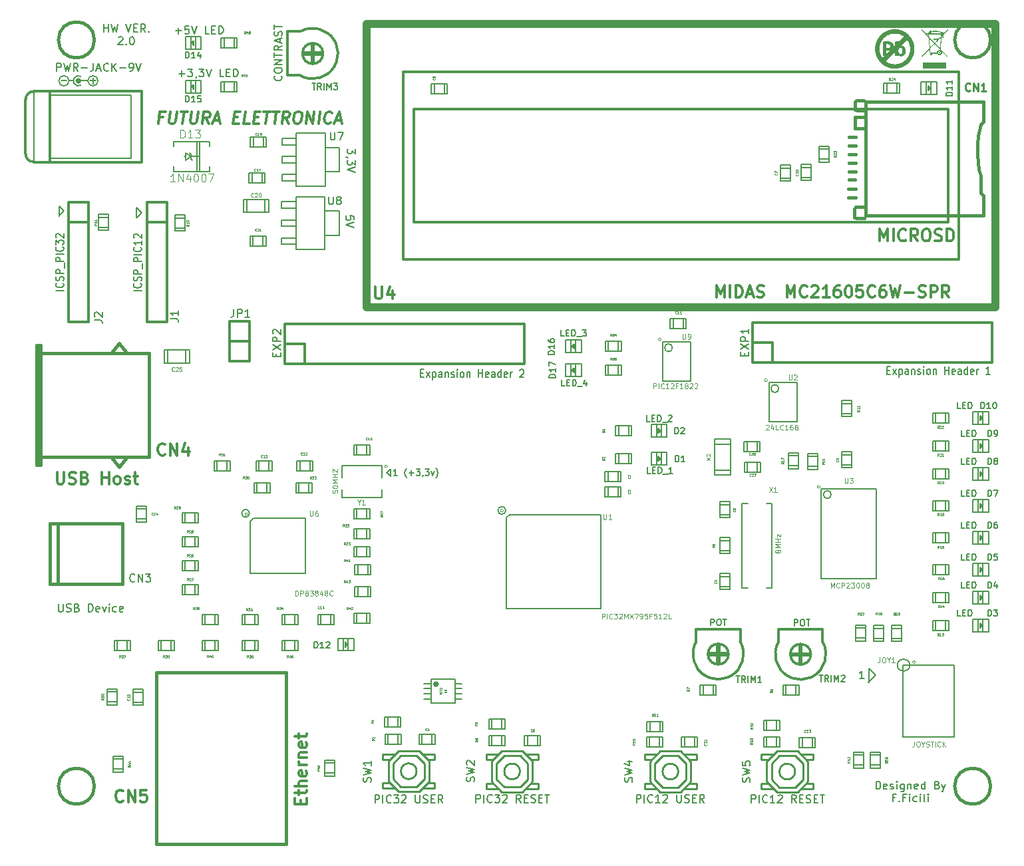
<source format=gto>
G04 (created by PCBNEW (2013-07-07 BZR 4022)-stable) date 03/02/2018 19:35:14*
%MOIN*%
G04 Gerber Fmt 3.4, Leading zero omitted, Abs format*
%FSLAX34Y34*%
G01*
G70*
G90*
G04 APERTURE LIST*
%ADD10C,0.00590551*%
%ADD11C,0.00787402*%
%ADD12C,0.0137795*%
%ADD13C,0.015*%
%ADD14C,0.012*%
%ADD15C,0.0394*%
%ADD16C,0.005*%
%ADD17C,0.008*%
%ADD18C,0.011811*%
%ADD19C,0.0001*%
%ADD20C,0.01*%
%ADD21C,0.0138*%
%ADD22C,0.00984252*%
%ADD23C,0.00383858*%
%ADD24C,0.00393701*%
%ADD25C,0.0024*%
%ADD26C,0.0059*%
%ADD27C,0.0047*%
%ADD28C,0.00240157*%
%ADD29C,0.006*%
%ADD30C,0.002*%
%ADD31C,0.0079*%
G04 APERTURE END LIST*
G54D10*
G54D11*
X35030Y-29070D02*
X35030Y-28580D01*
X35034Y-29066D02*
X35278Y-28822D01*
X35276Y-28823D02*
X35031Y-28578D01*
X35031Y-28578D02*
X35027Y-28578D01*
X38921Y-28658D02*
X38917Y-28658D01*
X39166Y-28903D02*
X38921Y-28658D01*
X38924Y-29146D02*
X39168Y-28902D01*
X38920Y-29150D02*
X38920Y-28660D01*
X49794Y-29265D02*
X49794Y-29077D01*
X49606Y-29058D01*
X49625Y-29077D01*
X49644Y-29115D01*
X49644Y-29208D01*
X49625Y-29246D01*
X49606Y-29265D01*
X49569Y-29283D01*
X49475Y-29283D01*
X49438Y-29265D01*
X49419Y-29246D01*
X49400Y-29208D01*
X49400Y-29115D01*
X49419Y-29077D01*
X49438Y-29058D01*
X49794Y-29396D02*
X49400Y-29527D01*
X49794Y-29658D01*
X49866Y-25708D02*
X49866Y-25952D01*
X49716Y-25821D01*
X49716Y-25877D01*
X49697Y-25915D01*
X49678Y-25933D01*
X49641Y-25952D01*
X49547Y-25952D01*
X49510Y-25933D01*
X49491Y-25915D01*
X49472Y-25877D01*
X49472Y-25765D01*
X49491Y-25727D01*
X49510Y-25708D01*
X49491Y-26140D02*
X49472Y-26140D01*
X49435Y-26121D01*
X49416Y-26102D01*
X49866Y-26271D02*
X49866Y-26514D01*
X49716Y-26383D01*
X49716Y-26439D01*
X49697Y-26477D01*
X49678Y-26496D01*
X49641Y-26514D01*
X49547Y-26514D01*
X49510Y-26496D01*
X49491Y-26477D01*
X49472Y-26439D01*
X49472Y-26327D01*
X49491Y-26290D01*
X49510Y-26271D01*
X49866Y-26627D02*
X49472Y-26758D01*
X49866Y-26889D01*
X51980Y-42067D02*
X51800Y-42067D01*
X51890Y-42067D02*
X51890Y-41752D01*
X51860Y-41797D01*
X51830Y-41827D01*
X51800Y-41842D01*
X52445Y-42187D02*
X52430Y-42172D01*
X52400Y-42127D01*
X52385Y-42097D01*
X52370Y-42052D01*
X52355Y-41977D01*
X52355Y-41917D01*
X52370Y-41842D01*
X52385Y-41797D01*
X52400Y-41767D01*
X52430Y-41722D01*
X52445Y-41707D01*
X52565Y-41947D02*
X52805Y-41947D01*
X52685Y-42067D02*
X52685Y-41827D01*
X52924Y-41752D02*
X53119Y-41752D01*
X53014Y-41872D01*
X53059Y-41872D01*
X53089Y-41887D01*
X53104Y-41902D01*
X53119Y-41932D01*
X53119Y-42007D01*
X53104Y-42037D01*
X53089Y-42052D01*
X53059Y-42067D01*
X52969Y-42067D01*
X52939Y-42052D01*
X52924Y-42037D01*
X53269Y-42052D02*
X53269Y-42067D01*
X53254Y-42097D01*
X53239Y-42112D01*
X53374Y-41752D02*
X53569Y-41752D01*
X53464Y-41872D01*
X53509Y-41872D01*
X53539Y-41887D01*
X53554Y-41902D01*
X53569Y-41932D01*
X53569Y-42007D01*
X53554Y-42037D01*
X53539Y-42052D01*
X53509Y-42067D01*
X53419Y-42067D01*
X53389Y-42052D01*
X53374Y-42037D01*
X53674Y-41857D02*
X53749Y-42067D01*
X53824Y-41857D01*
X53914Y-42187D02*
X53929Y-42172D01*
X53959Y-42127D01*
X53974Y-42097D01*
X53989Y-42052D01*
X54004Y-41977D01*
X54004Y-41917D01*
X53989Y-41842D01*
X53974Y-41797D01*
X53959Y-41767D01*
X53929Y-41722D01*
X53914Y-41707D01*
X51448Y-41928D02*
X51448Y-41913D01*
X51631Y-42111D02*
X51448Y-41928D01*
X51628Y-41754D02*
X51448Y-41934D01*
X51629Y-41758D02*
X51629Y-42108D01*
X75358Y-52265D02*
X75133Y-52265D01*
X75246Y-52265D02*
X75246Y-51871D01*
X75208Y-51927D01*
X75171Y-51965D01*
X75133Y-51984D01*
X75588Y-52450D02*
X75944Y-52094D01*
X75595Y-51749D02*
X75943Y-52097D01*
X75592Y-51746D02*
X75592Y-52439D01*
G54D12*
X40249Y-24129D02*
X40053Y-24129D01*
X40014Y-24439D02*
X40088Y-23848D01*
X40369Y-23848D01*
X40594Y-23848D02*
X40534Y-24326D01*
X40555Y-24382D01*
X40580Y-24410D01*
X40633Y-24439D01*
X40745Y-24439D01*
X40805Y-24410D01*
X40836Y-24382D01*
X40872Y-24326D01*
X40931Y-23848D01*
X41128Y-23848D02*
X41466Y-23848D01*
X41223Y-24439D02*
X41297Y-23848D01*
X41663Y-23848D02*
X41603Y-24326D01*
X41624Y-24382D01*
X41649Y-24410D01*
X41701Y-24439D01*
X41814Y-24439D01*
X41873Y-24410D01*
X41905Y-24382D01*
X41940Y-24326D01*
X42000Y-23848D01*
X42545Y-24439D02*
X42383Y-24157D01*
X42207Y-24439D02*
X42281Y-23848D01*
X42506Y-23848D01*
X42559Y-23876D01*
X42584Y-23904D01*
X42605Y-23960D01*
X42594Y-24045D01*
X42559Y-24101D01*
X42527Y-24129D01*
X42468Y-24157D01*
X42243Y-24157D01*
X42791Y-24270D02*
X43072Y-24270D01*
X42714Y-24439D02*
X42984Y-23848D01*
X43107Y-24439D01*
X43793Y-24129D02*
X43990Y-24129D01*
X44035Y-24439D02*
X43754Y-24439D01*
X43828Y-23848D01*
X44109Y-23848D01*
X44570Y-24439D02*
X44288Y-24439D01*
X44362Y-23848D01*
X44805Y-24129D02*
X45002Y-24129D01*
X45048Y-24439D02*
X44766Y-24439D01*
X44840Y-23848D01*
X45122Y-23848D01*
X45290Y-23848D02*
X45628Y-23848D01*
X45385Y-24439D02*
X45459Y-23848D01*
X45740Y-23848D02*
X46078Y-23848D01*
X45835Y-24439D02*
X45909Y-23848D01*
X46538Y-24439D02*
X46376Y-24157D01*
X46201Y-24439D02*
X46274Y-23848D01*
X46499Y-23848D01*
X46552Y-23876D01*
X46577Y-23904D01*
X46598Y-23960D01*
X46587Y-24045D01*
X46552Y-24101D01*
X46521Y-24129D01*
X46461Y-24157D01*
X46236Y-24157D01*
X46978Y-23848D02*
X47090Y-23848D01*
X47143Y-23876D01*
X47192Y-23932D01*
X47206Y-24045D01*
X47181Y-24242D01*
X47139Y-24354D01*
X47076Y-24410D01*
X47016Y-24439D01*
X46904Y-24439D01*
X46851Y-24410D01*
X46802Y-24354D01*
X46788Y-24242D01*
X46812Y-24045D01*
X46854Y-23932D01*
X46918Y-23876D01*
X46978Y-23848D01*
X47410Y-24439D02*
X47484Y-23848D01*
X47747Y-24439D01*
X47821Y-23848D01*
X48029Y-24439D02*
X48102Y-23848D01*
X48654Y-24382D02*
X48623Y-24410D01*
X48535Y-24439D01*
X48479Y-24439D01*
X48398Y-24410D01*
X48348Y-24354D01*
X48327Y-24298D01*
X48313Y-24185D01*
X48324Y-24101D01*
X48366Y-23989D01*
X48401Y-23932D01*
X48464Y-23876D01*
X48552Y-23848D01*
X48609Y-23848D01*
X48689Y-23876D01*
X48714Y-23904D01*
X48893Y-24270D02*
X49175Y-24270D01*
X48816Y-24439D02*
X49087Y-23848D01*
X49210Y-24439D01*
G54D11*
X37275Y-19859D02*
X37275Y-19465D01*
X37275Y-19653D02*
X37500Y-19653D01*
X37500Y-19859D02*
X37500Y-19465D01*
X37650Y-19465D02*
X37743Y-19859D01*
X37818Y-19578D01*
X37893Y-19859D01*
X37987Y-19465D01*
X38381Y-19465D02*
X38512Y-19859D01*
X38643Y-19465D01*
X38774Y-19653D02*
X38906Y-19653D01*
X38962Y-19859D02*
X38774Y-19859D01*
X38774Y-19465D01*
X38962Y-19465D01*
X39356Y-19859D02*
X39224Y-19671D01*
X39131Y-19859D02*
X39131Y-19465D01*
X39281Y-19465D01*
X39318Y-19484D01*
X39337Y-19503D01*
X39356Y-19540D01*
X39356Y-19596D01*
X39337Y-19634D01*
X39318Y-19653D01*
X39281Y-19671D01*
X39131Y-19671D01*
X39524Y-19821D02*
X39543Y-19840D01*
X39524Y-19859D01*
X39506Y-19840D01*
X39524Y-19821D01*
X39524Y-19859D01*
X38006Y-20133D02*
X38025Y-20114D01*
X38062Y-20095D01*
X38156Y-20095D01*
X38193Y-20114D01*
X38212Y-20133D01*
X38231Y-20170D01*
X38231Y-20208D01*
X38212Y-20264D01*
X37987Y-20489D01*
X38231Y-20489D01*
X38400Y-20451D02*
X38418Y-20470D01*
X38400Y-20489D01*
X38381Y-20470D01*
X38400Y-20451D01*
X38400Y-20489D01*
X38662Y-20095D02*
X38699Y-20095D01*
X38737Y-20114D01*
X38756Y-20133D01*
X38774Y-20170D01*
X38793Y-20245D01*
X38793Y-20339D01*
X38774Y-20414D01*
X38756Y-20451D01*
X38737Y-20470D01*
X38699Y-20489D01*
X38662Y-20489D01*
X38624Y-20470D01*
X38606Y-20451D01*
X38587Y-20414D01*
X38568Y-20339D01*
X38568Y-20245D01*
X38587Y-20170D01*
X38606Y-20133D01*
X38624Y-20114D01*
X38662Y-20095D01*
X75957Y-57799D02*
X75957Y-57405D01*
X76050Y-57405D01*
X76107Y-57424D01*
X76144Y-57461D01*
X76163Y-57499D01*
X76182Y-57574D01*
X76182Y-57630D01*
X76163Y-57705D01*
X76144Y-57743D01*
X76107Y-57780D01*
X76050Y-57799D01*
X75957Y-57799D01*
X76500Y-57780D02*
X76463Y-57799D01*
X76388Y-57799D01*
X76350Y-57780D01*
X76332Y-57743D01*
X76332Y-57593D01*
X76350Y-57555D01*
X76388Y-57536D01*
X76463Y-57536D01*
X76500Y-57555D01*
X76519Y-57593D01*
X76519Y-57630D01*
X76332Y-57668D01*
X76669Y-57780D02*
X76707Y-57799D01*
X76782Y-57799D01*
X76819Y-57780D01*
X76838Y-57743D01*
X76838Y-57724D01*
X76819Y-57686D01*
X76782Y-57668D01*
X76725Y-57668D01*
X76688Y-57649D01*
X76669Y-57611D01*
X76669Y-57593D01*
X76688Y-57555D01*
X76725Y-57536D01*
X76782Y-57536D01*
X76819Y-57555D01*
X77007Y-57799D02*
X77007Y-57536D01*
X77007Y-57405D02*
X76988Y-57424D01*
X77007Y-57443D01*
X77025Y-57424D01*
X77007Y-57405D01*
X77007Y-57443D01*
X77363Y-57536D02*
X77363Y-57855D01*
X77344Y-57893D01*
X77325Y-57911D01*
X77288Y-57930D01*
X77232Y-57930D01*
X77194Y-57911D01*
X77363Y-57780D02*
X77325Y-57799D01*
X77250Y-57799D01*
X77213Y-57780D01*
X77194Y-57761D01*
X77175Y-57724D01*
X77175Y-57611D01*
X77194Y-57574D01*
X77213Y-57555D01*
X77250Y-57536D01*
X77325Y-57536D01*
X77363Y-57555D01*
X77550Y-57536D02*
X77550Y-57799D01*
X77550Y-57574D02*
X77569Y-57555D01*
X77607Y-57536D01*
X77663Y-57536D01*
X77700Y-57555D01*
X77719Y-57593D01*
X77719Y-57799D01*
X78056Y-57780D02*
X78019Y-57799D01*
X77944Y-57799D01*
X77906Y-57780D01*
X77888Y-57743D01*
X77888Y-57593D01*
X77906Y-57555D01*
X77944Y-57536D01*
X78019Y-57536D01*
X78056Y-57555D01*
X78075Y-57593D01*
X78075Y-57630D01*
X77888Y-57668D01*
X78413Y-57799D02*
X78413Y-57405D01*
X78413Y-57780D02*
X78375Y-57799D01*
X78300Y-57799D01*
X78263Y-57780D01*
X78244Y-57761D01*
X78225Y-57724D01*
X78225Y-57611D01*
X78244Y-57574D01*
X78263Y-57555D01*
X78300Y-57536D01*
X78375Y-57536D01*
X78413Y-57555D01*
X79031Y-57593D02*
X79088Y-57611D01*
X79106Y-57630D01*
X79125Y-57668D01*
X79125Y-57724D01*
X79106Y-57761D01*
X79088Y-57780D01*
X79050Y-57799D01*
X78900Y-57799D01*
X78900Y-57405D01*
X79031Y-57405D01*
X79069Y-57424D01*
X79088Y-57443D01*
X79106Y-57480D01*
X79106Y-57518D01*
X79088Y-57555D01*
X79069Y-57574D01*
X79031Y-57593D01*
X78900Y-57593D01*
X79256Y-57536D02*
X79350Y-57799D01*
X79444Y-57536D02*
X79350Y-57799D01*
X79313Y-57893D01*
X79294Y-57911D01*
X79256Y-57930D01*
X76922Y-58223D02*
X76791Y-58223D01*
X76791Y-58429D02*
X76791Y-58035D01*
X76978Y-58035D01*
X77128Y-58391D02*
X77147Y-58410D01*
X77128Y-58429D01*
X77110Y-58410D01*
X77128Y-58391D01*
X77128Y-58429D01*
X77447Y-58223D02*
X77316Y-58223D01*
X77316Y-58429D02*
X77316Y-58035D01*
X77503Y-58035D01*
X77653Y-58429D02*
X77653Y-58166D01*
X77653Y-58035D02*
X77635Y-58054D01*
X77653Y-58073D01*
X77672Y-58054D01*
X77653Y-58035D01*
X77653Y-58073D01*
X78010Y-58410D02*
X77972Y-58429D01*
X77897Y-58429D01*
X77860Y-58410D01*
X77841Y-58391D01*
X77822Y-58354D01*
X77822Y-58241D01*
X77841Y-58204D01*
X77860Y-58185D01*
X77897Y-58166D01*
X77972Y-58166D01*
X78010Y-58185D01*
X78178Y-58429D02*
X78178Y-58166D01*
X78178Y-58035D02*
X78160Y-58054D01*
X78178Y-58073D01*
X78197Y-58054D01*
X78178Y-58035D01*
X78178Y-58073D01*
X78422Y-58429D02*
X78385Y-58410D01*
X78366Y-58373D01*
X78366Y-58035D01*
X78572Y-58429D02*
X78572Y-58166D01*
X78572Y-58035D02*
X78553Y-58054D01*
X78572Y-58073D01*
X78591Y-58054D01*
X78572Y-58035D01*
X78572Y-58073D01*
X41029Y-21947D02*
X41329Y-21947D01*
X41179Y-22097D02*
X41179Y-21797D01*
X41479Y-21703D02*
X41722Y-21703D01*
X41591Y-21853D01*
X41647Y-21853D01*
X41685Y-21872D01*
X41704Y-21891D01*
X41722Y-21928D01*
X41722Y-22022D01*
X41704Y-22059D01*
X41685Y-22078D01*
X41647Y-22097D01*
X41535Y-22097D01*
X41498Y-22078D01*
X41479Y-22059D01*
X41910Y-22078D02*
X41910Y-22097D01*
X41891Y-22134D01*
X41872Y-22153D01*
X42041Y-21703D02*
X42285Y-21703D01*
X42154Y-21853D01*
X42210Y-21853D01*
X42247Y-21872D01*
X42266Y-21891D01*
X42285Y-21928D01*
X42285Y-22022D01*
X42266Y-22059D01*
X42247Y-22078D01*
X42210Y-22097D01*
X42097Y-22097D01*
X42060Y-22078D01*
X42041Y-22059D01*
X42397Y-21703D02*
X42529Y-22097D01*
X42660Y-21703D01*
X43279Y-22097D02*
X43091Y-22097D01*
X43091Y-21703D01*
X43410Y-21891D02*
X43541Y-21891D01*
X43597Y-22097D02*
X43410Y-22097D01*
X43410Y-21703D01*
X43597Y-21703D01*
X43766Y-22097D02*
X43766Y-21703D01*
X43860Y-21703D01*
X43916Y-21722D01*
X43953Y-21759D01*
X43972Y-21797D01*
X43991Y-21872D01*
X43991Y-21928D01*
X43972Y-22003D01*
X43953Y-22041D01*
X43916Y-22078D01*
X43860Y-22097D01*
X43766Y-22097D01*
X40860Y-19797D02*
X41160Y-19797D01*
X41010Y-19947D02*
X41010Y-19647D01*
X41535Y-19553D02*
X41347Y-19553D01*
X41329Y-19741D01*
X41347Y-19722D01*
X41385Y-19703D01*
X41479Y-19703D01*
X41516Y-19722D01*
X41535Y-19741D01*
X41554Y-19778D01*
X41554Y-19872D01*
X41535Y-19909D01*
X41516Y-19928D01*
X41479Y-19947D01*
X41385Y-19947D01*
X41347Y-19928D01*
X41329Y-19909D01*
X41666Y-19553D02*
X41797Y-19947D01*
X41929Y-19553D01*
X42547Y-19947D02*
X42360Y-19947D01*
X42360Y-19553D01*
X42679Y-19741D02*
X42810Y-19741D01*
X42866Y-19947D02*
X42679Y-19947D01*
X42679Y-19553D01*
X42866Y-19553D01*
X43035Y-19947D02*
X43035Y-19553D01*
X43128Y-19553D01*
X43185Y-19572D01*
X43222Y-19609D01*
X43241Y-19647D01*
X43260Y-19722D01*
X43260Y-19778D01*
X43241Y-19853D01*
X43222Y-19891D01*
X43185Y-19928D01*
X43128Y-19947D01*
X43035Y-19947D01*
X34919Y-21809D02*
X34919Y-21415D01*
X35068Y-21415D01*
X35106Y-21434D01*
X35125Y-21453D01*
X35143Y-21490D01*
X35143Y-21546D01*
X35125Y-21584D01*
X35106Y-21603D01*
X35068Y-21621D01*
X34919Y-21621D01*
X35275Y-21415D02*
X35368Y-21809D01*
X35443Y-21528D01*
X35518Y-21809D01*
X35612Y-21415D01*
X35987Y-21809D02*
X35856Y-21621D01*
X35762Y-21809D02*
X35762Y-21415D01*
X35912Y-21415D01*
X35950Y-21434D01*
X35968Y-21453D01*
X35987Y-21490D01*
X35987Y-21546D01*
X35968Y-21584D01*
X35950Y-21603D01*
X35912Y-21621D01*
X35762Y-21621D01*
X36156Y-21659D02*
X36456Y-21659D01*
X36756Y-21415D02*
X36756Y-21696D01*
X36737Y-21753D01*
X36700Y-21790D01*
X36643Y-21809D01*
X36606Y-21809D01*
X36925Y-21696D02*
X37112Y-21696D01*
X36887Y-21809D02*
X37018Y-21415D01*
X37149Y-21809D01*
X37506Y-21771D02*
X37487Y-21790D01*
X37431Y-21809D01*
X37393Y-21809D01*
X37337Y-21790D01*
X37299Y-21753D01*
X37281Y-21715D01*
X37262Y-21640D01*
X37262Y-21584D01*
X37281Y-21509D01*
X37299Y-21471D01*
X37337Y-21434D01*
X37393Y-21415D01*
X37431Y-21415D01*
X37487Y-21434D01*
X37506Y-21453D01*
X37674Y-21809D02*
X37674Y-21415D01*
X37899Y-21809D02*
X37731Y-21584D01*
X37899Y-21415D02*
X37674Y-21640D01*
X38068Y-21659D02*
X38368Y-21659D01*
X38574Y-21809D02*
X38649Y-21809D01*
X38687Y-21790D01*
X38706Y-21771D01*
X38743Y-21715D01*
X38762Y-21640D01*
X38762Y-21490D01*
X38743Y-21453D01*
X38724Y-21434D01*
X38687Y-21415D01*
X38612Y-21415D01*
X38574Y-21434D01*
X38556Y-21453D01*
X38537Y-21490D01*
X38537Y-21584D01*
X38556Y-21621D01*
X38574Y-21640D01*
X38612Y-21659D01*
X38687Y-21659D01*
X38724Y-21640D01*
X38743Y-21621D01*
X38762Y-21584D01*
X38874Y-21415D02*
X39005Y-21809D01*
X39137Y-21415D01*
G54D13*
X39900Y-60541D02*
X39900Y-51958D01*
X39900Y-51960D02*
X46400Y-51960D01*
X46400Y-51958D02*
X46400Y-60541D01*
X39900Y-60539D02*
X46400Y-60539D01*
X81074Y-25058D02*
X81192Y-24468D01*
X81192Y-27066D02*
X81113Y-26751D01*
X81113Y-26751D02*
X81035Y-26003D01*
X81035Y-26003D02*
X81035Y-25491D01*
X81035Y-25491D02*
X81074Y-25058D01*
X81192Y-27066D02*
X81192Y-27932D01*
X81192Y-27933D02*
X81350Y-28051D01*
X81350Y-24350D02*
X81350Y-23365D01*
X81350Y-28050D02*
X81350Y-29035D01*
X81350Y-24350D02*
X81192Y-24468D01*
X75344Y-24107D02*
X74950Y-24107D01*
X74900Y-24107D02*
X74900Y-24697D01*
X74950Y-24697D02*
X75344Y-24697D01*
X74870Y-28713D02*
X74870Y-29146D01*
X74950Y-28633D02*
X75344Y-28633D01*
X75364Y-29196D02*
X74970Y-29196D01*
X74920Y-23746D02*
X74920Y-23352D01*
X75364Y-23796D02*
X75010Y-23796D01*
X74990Y-23282D02*
X75344Y-23282D01*
X74600Y-25110D02*
X74954Y-25110D01*
X74600Y-25543D02*
X74954Y-25543D01*
X74600Y-25976D02*
X74954Y-25976D01*
X74600Y-26409D02*
X74954Y-26409D01*
X74600Y-26843D02*
X74954Y-26843D01*
X74600Y-27256D02*
X74915Y-27256D01*
X74580Y-27709D02*
X74934Y-27709D01*
X74934Y-28142D02*
X74580Y-28142D01*
X81350Y-23365D02*
X75444Y-23365D01*
X75444Y-23365D02*
X75444Y-29035D01*
X75444Y-29035D02*
X81350Y-29035D01*
G54D14*
X44570Y-35355D02*
X43570Y-35355D01*
X43570Y-36355D02*
X43570Y-34355D01*
X44570Y-34355D02*
X44570Y-36355D01*
X43570Y-34355D02*
X44570Y-34355D01*
X44570Y-36355D02*
X43570Y-36355D01*
X52282Y-21864D02*
X80117Y-21864D01*
X80117Y-21864D02*
X80117Y-31235D01*
X80117Y-31235D02*
X52282Y-31235D01*
X52282Y-31235D02*
X52282Y-21864D01*
X52814Y-23715D02*
X52814Y-29384D01*
X52814Y-29384D02*
X79585Y-29384D01*
X79585Y-29384D02*
X79585Y-23715D01*
X79585Y-23715D02*
X52814Y-23715D01*
G54D15*
X50451Y-19463D02*
X81948Y-19463D01*
X81948Y-19463D02*
X81948Y-33636D01*
X81948Y-33636D02*
X50451Y-33636D01*
X50451Y-33636D02*
X50451Y-19463D01*
G54D11*
X57595Y-44037D02*
X62162Y-44037D01*
X62162Y-44037D02*
X62162Y-48762D01*
X62162Y-48762D02*
X57437Y-48762D01*
X57437Y-48762D02*
X57437Y-44195D01*
X57437Y-44195D02*
X57595Y-44037D01*
X57408Y-43832D02*
G75*
G03X57408Y-43832I-196J0D01*
G74*
G01*
G54D16*
X76171Y-56596D02*
X75671Y-56596D01*
X76171Y-56096D02*
X75681Y-56096D01*
X76171Y-55946D02*
X76171Y-56746D01*
X76171Y-56746D02*
X75671Y-56746D01*
X75671Y-56746D02*
X75671Y-55946D01*
X75671Y-55946D02*
X76171Y-55946D01*
G54D13*
X81700Y-57650D02*
G75*
G03X81700Y-57650I-900J0D01*
G74*
G01*
G54D10*
X77320Y-51600D02*
X79860Y-51600D01*
X79860Y-51600D02*
X79860Y-55180D01*
X79860Y-55180D02*
X77320Y-55180D01*
X77320Y-55180D02*
X77320Y-51620D01*
X77320Y-51620D02*
X77320Y-51600D01*
G54D11*
X77653Y-51583D02*
G75*
G03X77653Y-51583I-311J0D01*
G74*
G01*
G54D16*
X49479Y-50550D02*
X49361Y-50432D01*
X49361Y-50432D02*
X49361Y-50668D01*
X49361Y-50668D02*
X49479Y-50550D01*
X49439Y-50589D02*
X49439Y-50511D01*
X49400Y-50471D02*
X49400Y-50629D01*
X49518Y-50865D02*
X49518Y-50235D01*
X49282Y-50235D02*
X49282Y-50865D01*
X49006Y-50235D02*
X49794Y-50235D01*
X49794Y-50235D02*
X49794Y-50865D01*
X49794Y-50865D02*
X49006Y-50865D01*
X49006Y-50865D02*
X49006Y-50235D01*
G54D13*
X36800Y-57650D02*
G75*
G03X36800Y-57650I-900J0D01*
G74*
G01*
X81700Y-20250D02*
G75*
G03X81700Y-20250I-900J0D01*
G74*
G01*
G54D16*
X78682Y-22673D02*
X78564Y-22555D01*
X78564Y-22555D02*
X78564Y-22791D01*
X78564Y-22791D02*
X78682Y-22673D01*
X78642Y-22712D02*
X78642Y-22634D01*
X78603Y-22594D02*
X78603Y-22752D01*
X78721Y-22988D02*
X78721Y-22358D01*
X78485Y-22358D02*
X78485Y-22988D01*
X78209Y-22358D02*
X78997Y-22358D01*
X78997Y-22358D02*
X78997Y-22988D01*
X78997Y-22988D02*
X78209Y-22988D01*
X78209Y-22988D02*
X78209Y-22358D01*
X41672Y-22588D02*
X41790Y-22706D01*
X41790Y-22706D02*
X41790Y-22470D01*
X41790Y-22470D02*
X41672Y-22588D01*
X41712Y-22549D02*
X41712Y-22627D01*
X41751Y-22667D02*
X41751Y-22509D01*
X41633Y-22273D02*
X41633Y-22903D01*
X41869Y-22903D02*
X41869Y-22273D01*
X42145Y-22903D02*
X41357Y-22903D01*
X41357Y-22903D02*
X41357Y-22273D01*
X41357Y-22273D02*
X42145Y-22273D01*
X42145Y-22273D02*
X42145Y-22903D01*
X41672Y-20388D02*
X41790Y-20506D01*
X41790Y-20506D02*
X41790Y-20270D01*
X41790Y-20270D02*
X41672Y-20388D01*
X41712Y-20349D02*
X41712Y-20427D01*
X41751Y-20467D02*
X41751Y-20309D01*
X41633Y-20073D02*
X41633Y-20703D01*
X41869Y-20703D02*
X41869Y-20073D01*
X42145Y-20703D02*
X41357Y-20703D01*
X41357Y-20703D02*
X41357Y-20073D01*
X41357Y-20073D02*
X42145Y-20073D01*
X42145Y-20073D02*
X42145Y-20703D01*
G54D14*
X33769Y-22829D02*
X34560Y-22829D01*
X34560Y-22829D02*
X39182Y-22829D01*
X34560Y-26370D02*
X33769Y-26370D01*
G54D17*
X34560Y-23025D02*
X38630Y-23025D01*
G54D14*
X34560Y-22829D02*
X34560Y-25757D01*
X34560Y-25804D02*
X34560Y-26174D01*
X34560Y-26174D02*
X34560Y-26370D01*
X33355Y-23242D02*
X33355Y-25957D01*
G54D17*
X33769Y-22829D02*
X33769Y-26370D01*
G54D14*
X39182Y-26370D02*
X38545Y-26370D01*
X36622Y-26370D02*
X34560Y-26370D01*
X38542Y-26370D02*
X36627Y-26370D01*
X39182Y-22829D02*
X39182Y-23615D01*
X39182Y-25584D02*
X39182Y-26370D01*
X39182Y-23615D02*
X39182Y-25584D01*
G54D17*
X38630Y-23025D02*
X38630Y-23419D01*
X38630Y-25780D02*
X38630Y-26174D01*
X38630Y-23419D02*
X38630Y-25780D01*
X36662Y-26174D02*
X34560Y-26174D01*
X38630Y-26174D02*
X38497Y-26174D01*
X38630Y-26174D02*
X36527Y-26174D01*
G54D14*
X33769Y-22828D02*
G75*
G03X33355Y-23242I0J-413D01*
G74*
G01*
X33356Y-25957D02*
G75*
G03X33769Y-26370I412J0D01*
G74*
G01*
G54D13*
X36800Y-20250D02*
G75*
G03X36800Y-20250I-900J0D01*
G74*
G01*
X34983Y-44484D02*
X34983Y-47516D01*
X34589Y-44484D02*
X34589Y-47516D01*
X34589Y-47516D02*
X38211Y-47516D01*
X38211Y-47516D02*
X38211Y-44484D01*
X38211Y-44484D02*
X34589Y-44484D01*
G54D11*
X70593Y-37427D02*
X72010Y-37427D01*
X72010Y-37427D02*
X72010Y-39396D01*
X72010Y-39396D02*
X70593Y-39396D01*
X70593Y-39396D02*
X70593Y-37427D01*
X71085Y-37723D02*
G75*
G03X71085Y-37723I-196J0D01*
G74*
G01*
X65269Y-35381D02*
X66686Y-35381D01*
X66686Y-35381D02*
X66686Y-37350D01*
X66686Y-37350D02*
X65269Y-37350D01*
X65269Y-37350D02*
X65269Y-35381D01*
X65761Y-35677D02*
G75*
G03X65761Y-35677I-196J0D01*
G74*
G01*
X73222Y-42736D02*
X75977Y-42736D01*
X75977Y-42736D02*
X75977Y-47263D01*
X75977Y-47263D02*
X73222Y-47263D01*
X73222Y-47263D02*
X73222Y-42736D01*
X73714Y-43031D02*
G75*
G03X73714Y-43031I-196J0D01*
G74*
G01*
G54D16*
X48350Y-56500D02*
X48850Y-56500D01*
X48350Y-57000D02*
X48840Y-57000D01*
X48350Y-57150D02*
X48350Y-56350D01*
X48350Y-56350D02*
X48850Y-56350D01*
X48850Y-56350D02*
X48850Y-57150D01*
X48850Y-57150D02*
X48350Y-57150D01*
X50450Y-43750D02*
X50450Y-44250D01*
X49950Y-43750D02*
X49950Y-44240D01*
X49800Y-43750D02*
X50600Y-43750D01*
X50600Y-43750D02*
X50600Y-44250D01*
X50600Y-44250D02*
X49800Y-44250D01*
X49800Y-44250D02*
X49800Y-43750D01*
X49950Y-45250D02*
X49950Y-44750D01*
X50450Y-45250D02*
X50450Y-44760D01*
X50600Y-45250D02*
X49800Y-45250D01*
X49800Y-45250D02*
X49800Y-44750D01*
X49800Y-44750D02*
X50600Y-44750D01*
X50600Y-44750D02*
X50600Y-45250D01*
X50450Y-45650D02*
X50450Y-46150D01*
X49950Y-45650D02*
X49950Y-46140D01*
X49800Y-45650D02*
X50600Y-45650D01*
X50600Y-45650D02*
X50600Y-46150D01*
X50600Y-46150D02*
X49800Y-46150D01*
X49800Y-46150D02*
X49800Y-45650D01*
X41850Y-43950D02*
X41850Y-44450D01*
X41350Y-43950D02*
X41350Y-44440D01*
X41200Y-43950D02*
X42000Y-43950D01*
X42000Y-43950D02*
X42000Y-44450D01*
X42000Y-44450D02*
X41200Y-44450D01*
X41200Y-44450D02*
X41200Y-43950D01*
X47550Y-42450D02*
X47550Y-42950D01*
X47050Y-42450D02*
X47050Y-42940D01*
X46900Y-42450D02*
X47700Y-42450D01*
X47700Y-42450D02*
X47700Y-42950D01*
X47700Y-42950D02*
X46900Y-42950D01*
X46900Y-42950D02*
X46900Y-42450D01*
X41850Y-45150D02*
X41850Y-45650D01*
X41350Y-45150D02*
X41350Y-45640D01*
X41200Y-45150D02*
X42000Y-45150D01*
X42000Y-45150D02*
X42000Y-45650D01*
X42000Y-45650D02*
X41200Y-45650D01*
X41200Y-45650D02*
X41200Y-45150D01*
X44350Y-50850D02*
X44350Y-50350D01*
X44850Y-50850D02*
X44850Y-50360D01*
X45000Y-50850D02*
X44200Y-50850D01*
X44200Y-50850D02*
X44200Y-50350D01*
X44200Y-50350D02*
X45000Y-50350D01*
X45000Y-50350D02*
X45000Y-50850D01*
X37950Y-50850D02*
X37950Y-50350D01*
X38450Y-50850D02*
X38450Y-50360D01*
X38600Y-50850D02*
X37800Y-50850D01*
X37800Y-50850D02*
X37800Y-50350D01*
X37800Y-50350D02*
X38600Y-50350D01*
X38600Y-50350D02*
X38600Y-50850D01*
X42850Y-50350D02*
X42850Y-50850D01*
X42350Y-50350D02*
X42350Y-50840D01*
X42200Y-50350D02*
X43000Y-50350D01*
X43000Y-50350D02*
X43000Y-50850D01*
X43000Y-50850D02*
X42200Y-50850D01*
X42200Y-50850D02*
X42200Y-50350D01*
X56709Y-55620D02*
X56709Y-55120D01*
X57209Y-55620D02*
X57209Y-55130D01*
X57359Y-55620D02*
X56559Y-55620D01*
X56559Y-55620D02*
X56559Y-55120D01*
X56559Y-55120D02*
X57359Y-55120D01*
X57359Y-55120D02*
X57359Y-55620D01*
X73610Y-26220D02*
X73110Y-26220D01*
X73610Y-25720D02*
X73120Y-25720D01*
X73610Y-25570D02*
X73610Y-26370D01*
X73610Y-26370D02*
X73110Y-26370D01*
X73110Y-26370D02*
X73110Y-25570D01*
X73110Y-25570D02*
X73610Y-25570D01*
X38250Y-56800D02*
X37750Y-56800D01*
X38250Y-56300D02*
X37760Y-56300D01*
X38250Y-56150D02*
X38250Y-56950D01*
X38250Y-56950D02*
X37750Y-56950D01*
X37750Y-56950D02*
X37750Y-56150D01*
X37750Y-56150D02*
X38250Y-56150D01*
X74250Y-38480D02*
X74750Y-38480D01*
X74250Y-38980D02*
X74740Y-38980D01*
X74250Y-39130D02*
X74250Y-38330D01*
X74250Y-38330D02*
X74750Y-38330D01*
X74750Y-38330D02*
X74750Y-39130D01*
X74750Y-39130D02*
X74250Y-39130D01*
X76491Y-22930D02*
X76491Y-22430D01*
X76991Y-22930D02*
X76991Y-22440D01*
X77141Y-22930D02*
X76341Y-22930D01*
X76341Y-22930D02*
X76341Y-22430D01*
X76341Y-22430D02*
X77141Y-22430D01*
X77141Y-22430D02*
X77141Y-22930D01*
X40150Y-50850D02*
X40150Y-50350D01*
X40650Y-50850D02*
X40650Y-50360D01*
X40800Y-50850D02*
X40000Y-50850D01*
X40000Y-50850D02*
X40000Y-50350D01*
X40000Y-50350D02*
X40800Y-50350D01*
X40800Y-50350D02*
X40800Y-50850D01*
X44950Y-42950D02*
X44950Y-42450D01*
X45450Y-42950D02*
X45450Y-42460D01*
X45600Y-42950D02*
X44800Y-42950D01*
X44800Y-42950D02*
X44800Y-42450D01*
X44800Y-42450D02*
X45600Y-42450D01*
X45600Y-42450D02*
X45600Y-42950D01*
X65131Y-54412D02*
X65131Y-54912D01*
X64631Y-54412D02*
X64631Y-54902D01*
X64481Y-54412D02*
X65281Y-54412D01*
X65281Y-54412D02*
X65281Y-54912D01*
X65281Y-54912D02*
X64481Y-54912D01*
X64481Y-54912D02*
X64481Y-54412D01*
X64622Y-55686D02*
X64622Y-55186D01*
X65122Y-55686D02*
X65122Y-55196D01*
X65272Y-55686D02*
X64472Y-55686D01*
X64472Y-55686D02*
X64472Y-55186D01*
X64472Y-55186D02*
X65272Y-55186D01*
X65272Y-55186D02*
X65272Y-55686D01*
X63050Y-36560D02*
X63050Y-37060D01*
X62550Y-36560D02*
X62550Y-37050D01*
X62400Y-36560D02*
X63200Y-36560D01*
X63200Y-36560D02*
X63200Y-37060D01*
X63200Y-37060D02*
X62400Y-37060D01*
X62400Y-37060D02*
X62400Y-36560D01*
X63050Y-35360D02*
X63050Y-35860D01*
X62550Y-35360D02*
X62550Y-35850D01*
X62400Y-35360D02*
X63200Y-35360D01*
X63200Y-35360D02*
X63200Y-35860D01*
X63200Y-35860D02*
X62400Y-35860D01*
X62400Y-35860D02*
X62400Y-35360D01*
X70978Y-54364D02*
X70978Y-54864D01*
X70478Y-54364D02*
X70478Y-54854D01*
X70328Y-54364D02*
X71128Y-54364D01*
X71128Y-54364D02*
X71128Y-54864D01*
X71128Y-54864D02*
X70328Y-54864D01*
X70328Y-54864D02*
X70328Y-54364D01*
X70478Y-55697D02*
X70478Y-55197D01*
X70978Y-55697D02*
X70978Y-55207D01*
X71128Y-55697D02*
X70328Y-55697D01*
X70328Y-55697D02*
X70328Y-55197D01*
X70328Y-55197D02*
X71128Y-55197D01*
X71128Y-55197D02*
X71128Y-55697D01*
X43801Y-20138D02*
X43801Y-20638D01*
X43301Y-20138D02*
X43301Y-20628D01*
X43151Y-20138D02*
X43951Y-20138D01*
X43951Y-20138D02*
X43951Y-20638D01*
X43951Y-20638D02*
X43151Y-20638D01*
X43151Y-20638D02*
X43151Y-20138D01*
X43801Y-22338D02*
X43801Y-22838D01*
X43301Y-22338D02*
X43301Y-22828D01*
X43151Y-22338D02*
X43951Y-22338D01*
X43951Y-22338D02*
X43951Y-22838D01*
X43951Y-22838D02*
X43151Y-22838D01*
X43151Y-22838D02*
X43151Y-22338D01*
X43450Y-41350D02*
X43450Y-41850D01*
X42950Y-41350D02*
X42950Y-41840D01*
X42800Y-41350D02*
X43600Y-41350D01*
X43600Y-41350D02*
X43600Y-41850D01*
X43600Y-41850D02*
X42800Y-41850D01*
X42800Y-41850D02*
X42800Y-41350D01*
X41850Y-46350D02*
X41850Y-46850D01*
X41350Y-46350D02*
X41350Y-46840D01*
X41200Y-46350D02*
X42000Y-46350D01*
X42000Y-46350D02*
X42000Y-46850D01*
X42000Y-46850D02*
X41200Y-46850D01*
X41200Y-46850D02*
X41200Y-46350D01*
X42850Y-49050D02*
X42850Y-49550D01*
X42350Y-49050D02*
X42350Y-49540D01*
X42200Y-49050D02*
X43000Y-49050D01*
X43000Y-49050D02*
X43000Y-49550D01*
X43000Y-49550D02*
X42200Y-49550D01*
X42200Y-49550D02*
X42200Y-49050D01*
X44850Y-49050D02*
X44850Y-49550D01*
X44350Y-49050D02*
X44350Y-49540D01*
X44200Y-49050D02*
X45000Y-49050D01*
X45000Y-49050D02*
X45000Y-49550D01*
X45000Y-49550D02*
X44200Y-49550D01*
X44200Y-49550D02*
X44200Y-49050D01*
X46350Y-49550D02*
X46350Y-49050D01*
X46850Y-49550D02*
X46850Y-49060D01*
X47000Y-49550D02*
X46200Y-49550D01*
X46200Y-49550D02*
X46200Y-49050D01*
X46200Y-49050D02*
X47000Y-49050D01*
X47000Y-49050D02*
X47000Y-49550D01*
X50500Y-47650D02*
X50500Y-48150D01*
X50000Y-47650D02*
X50000Y-48140D01*
X49850Y-47650D02*
X50650Y-47650D01*
X50650Y-47650D02*
X50650Y-48150D01*
X50650Y-48150D02*
X49850Y-48150D01*
X49850Y-48150D02*
X49850Y-47650D01*
X46350Y-50850D02*
X46350Y-50350D01*
X46850Y-50850D02*
X46850Y-50360D01*
X47000Y-50850D02*
X46200Y-50850D01*
X46200Y-50850D02*
X46200Y-50350D01*
X46200Y-50350D02*
X47000Y-50350D01*
X47000Y-50350D02*
X47000Y-50850D01*
X50500Y-46550D02*
X50500Y-47050D01*
X50000Y-46550D02*
X50000Y-47040D01*
X49850Y-46550D02*
X50650Y-46550D01*
X50650Y-46550D02*
X50650Y-47050D01*
X50650Y-47050D02*
X49850Y-47050D01*
X49850Y-47050D02*
X49850Y-46550D01*
X50450Y-49000D02*
X50450Y-49500D01*
X49950Y-49000D02*
X49950Y-49490D01*
X49800Y-49000D02*
X50600Y-49000D01*
X50600Y-49000D02*
X50600Y-49500D01*
X50600Y-49500D02*
X49800Y-49500D01*
X49800Y-49500D02*
X49800Y-49000D01*
X41350Y-48050D02*
X41350Y-47550D01*
X41850Y-48050D02*
X41850Y-47560D01*
X42000Y-48050D02*
X41200Y-48050D01*
X41200Y-48050D02*
X41200Y-47550D01*
X41200Y-47550D02*
X42000Y-47550D01*
X42000Y-47550D02*
X42000Y-48050D01*
X72530Y-41120D02*
X73030Y-41120D01*
X72530Y-41620D02*
X73020Y-41620D01*
X72530Y-41770D02*
X72530Y-40970D01*
X72530Y-40970D02*
X73030Y-40970D01*
X73030Y-40970D02*
X73030Y-41770D01*
X73030Y-41770D02*
X72530Y-41770D01*
X78950Y-43850D02*
X78950Y-43350D01*
X79450Y-43850D02*
X79450Y-43360D01*
X79600Y-43850D02*
X78800Y-43850D01*
X78800Y-43850D02*
X78800Y-43350D01*
X78800Y-43350D02*
X79600Y-43350D01*
X79600Y-43350D02*
X79600Y-43850D01*
X78950Y-45450D02*
X78950Y-44950D01*
X79450Y-45450D02*
X79450Y-44960D01*
X79600Y-45450D02*
X78800Y-45450D01*
X78800Y-45450D02*
X78800Y-44950D01*
X78800Y-44950D02*
X79600Y-44950D01*
X79600Y-44950D02*
X79600Y-45450D01*
X57209Y-54280D02*
X57209Y-54780D01*
X56709Y-54280D02*
X56709Y-54770D01*
X56559Y-54280D02*
X57359Y-54280D01*
X57359Y-54280D02*
X57359Y-54780D01*
X57359Y-54780D02*
X56559Y-54780D01*
X56559Y-54780D02*
X56559Y-54280D01*
X78950Y-47050D02*
X78950Y-46550D01*
X79450Y-47050D02*
X79450Y-46560D01*
X79600Y-47050D02*
X78800Y-47050D01*
X78800Y-47050D02*
X78800Y-46550D01*
X78800Y-46550D02*
X79600Y-46550D01*
X79600Y-46550D02*
X79600Y-47050D01*
X78950Y-42250D02*
X78950Y-41750D01*
X79450Y-42250D02*
X79450Y-41760D01*
X79600Y-42250D02*
X78800Y-42250D01*
X78800Y-42250D02*
X78800Y-41750D01*
X78800Y-41750D02*
X79600Y-41750D01*
X79600Y-41750D02*
X79600Y-42250D01*
X78950Y-48450D02*
X78950Y-47950D01*
X79450Y-48450D02*
X79450Y-47960D01*
X79600Y-48450D02*
X78800Y-48450D01*
X78800Y-48450D02*
X78800Y-47950D01*
X78800Y-47950D02*
X79600Y-47950D01*
X79600Y-47950D02*
X79600Y-48450D01*
X78950Y-40850D02*
X78950Y-40350D01*
X79450Y-40850D02*
X79450Y-40360D01*
X79600Y-40850D02*
X78800Y-40850D01*
X78800Y-40850D02*
X78800Y-40350D01*
X78800Y-40350D02*
X79600Y-40350D01*
X79600Y-40350D02*
X79600Y-40850D01*
X78950Y-49850D02*
X78950Y-49350D01*
X79450Y-49850D02*
X79450Y-49360D01*
X79600Y-49850D02*
X78800Y-49850D01*
X78800Y-49850D02*
X78800Y-49350D01*
X78800Y-49350D02*
X79600Y-49350D01*
X79600Y-49350D02*
X79600Y-49850D01*
X78950Y-39450D02*
X78950Y-38950D01*
X79450Y-39450D02*
X79450Y-38960D01*
X79600Y-39450D02*
X78800Y-39450D01*
X78800Y-39450D02*
X78800Y-38950D01*
X78800Y-38950D02*
X79600Y-38950D01*
X79600Y-38950D02*
X79600Y-39450D01*
X71590Y-41090D02*
X72090Y-41090D01*
X71590Y-41590D02*
X72080Y-41590D01*
X71590Y-41740D02*
X71590Y-40940D01*
X71590Y-40940D02*
X72090Y-40940D01*
X72090Y-40940D02*
X72090Y-41740D01*
X72090Y-41740D02*
X71590Y-41740D01*
X68150Y-45350D02*
X68650Y-45350D01*
X68150Y-45850D02*
X68640Y-45850D01*
X68150Y-46000D02*
X68150Y-45200D01*
X68150Y-45200D02*
X68650Y-45200D01*
X68650Y-45200D02*
X68650Y-46000D01*
X68650Y-46000D02*
X68150Y-46000D01*
X63069Y-40081D02*
X63069Y-39581D01*
X63569Y-40081D02*
X63569Y-39591D01*
X63719Y-40081D02*
X62919Y-40081D01*
X62919Y-40081D02*
X62919Y-39581D01*
X62919Y-39581D02*
X63719Y-39581D01*
X63719Y-39581D02*
X63719Y-40081D01*
X63069Y-41481D02*
X63069Y-40981D01*
X63569Y-41481D02*
X63569Y-40991D01*
X63719Y-41481D02*
X62919Y-41481D01*
X62919Y-41481D02*
X62919Y-40981D01*
X62919Y-40981D02*
X63719Y-40981D01*
X63719Y-40981D02*
X63719Y-41481D01*
X71451Y-53093D02*
X71451Y-52593D01*
X71951Y-53093D02*
X71951Y-52603D01*
X72101Y-53093D02*
X71301Y-53093D01*
X71301Y-53093D02*
X71301Y-52593D01*
X71301Y-52593D02*
X72101Y-52593D01*
X72101Y-52593D02*
X72101Y-53093D01*
X67295Y-53095D02*
X67295Y-52595D01*
X67795Y-53095D02*
X67795Y-52605D01*
X67945Y-53095D02*
X67145Y-53095D01*
X67145Y-53095D02*
X67145Y-52595D01*
X67145Y-52595D02*
X67945Y-52595D01*
X67945Y-52595D02*
X67945Y-53095D01*
X51508Y-55543D02*
X51508Y-55043D01*
X52008Y-55543D02*
X52008Y-55053D01*
X52158Y-55543D02*
X51358Y-55543D01*
X51358Y-55543D02*
X51358Y-55043D01*
X51358Y-55043D02*
X52158Y-55043D01*
X52158Y-55043D02*
X52158Y-55543D01*
X52005Y-54187D02*
X52005Y-54687D01*
X51505Y-54187D02*
X51505Y-54677D01*
X51355Y-54187D02*
X52155Y-54187D01*
X52155Y-54187D02*
X52155Y-54687D01*
X52155Y-54687D02*
X51355Y-54687D01*
X51355Y-54687D02*
X51355Y-54187D01*
G54D11*
X44779Y-44222D02*
X47377Y-44222D01*
X47377Y-44222D02*
X47377Y-46977D01*
X47377Y-46977D02*
X44622Y-46977D01*
X44622Y-46977D02*
X44622Y-44379D01*
X44622Y-44379D02*
X44779Y-44222D01*
X44573Y-43976D02*
G75*
G03X44573Y-43976I-196J0D01*
G74*
G01*
G54D16*
X65174Y-41235D02*
X65056Y-41117D01*
X65056Y-41117D02*
X65056Y-41353D01*
X65056Y-41353D02*
X65174Y-41235D01*
X65134Y-41274D02*
X65134Y-41196D01*
X65095Y-41156D02*
X65095Y-41314D01*
X65213Y-41550D02*
X65213Y-40920D01*
X64977Y-40920D02*
X64977Y-41550D01*
X64701Y-40920D02*
X65489Y-40920D01*
X65489Y-40920D02*
X65489Y-41550D01*
X65489Y-41550D02*
X64701Y-41550D01*
X64701Y-41550D02*
X64701Y-40920D01*
X60721Y-36810D02*
X60839Y-36928D01*
X60839Y-36928D02*
X60839Y-36692D01*
X60839Y-36692D02*
X60721Y-36810D01*
X60761Y-36771D02*
X60761Y-36849D01*
X60800Y-36889D02*
X60800Y-36731D01*
X60682Y-36495D02*
X60682Y-37125D01*
X60918Y-37125D02*
X60918Y-36495D01*
X61194Y-37125D02*
X60406Y-37125D01*
X60406Y-37125D02*
X60406Y-36495D01*
X60406Y-36495D02*
X61194Y-36495D01*
X61194Y-36495D02*
X61194Y-37125D01*
X60721Y-35610D02*
X60839Y-35728D01*
X60839Y-35728D02*
X60839Y-35492D01*
X60839Y-35492D02*
X60721Y-35610D01*
X60761Y-35571D02*
X60761Y-35649D01*
X60800Y-35689D02*
X60800Y-35531D01*
X60682Y-35295D02*
X60682Y-35925D01*
X60918Y-35925D02*
X60918Y-35295D01*
X61194Y-35925D02*
X60406Y-35925D01*
X60406Y-35925D02*
X60406Y-35295D01*
X60406Y-35295D02*
X61194Y-35295D01*
X61194Y-35295D02*
X61194Y-35925D01*
X65174Y-39835D02*
X65056Y-39717D01*
X65056Y-39717D02*
X65056Y-39953D01*
X65056Y-39953D02*
X65174Y-39835D01*
X65134Y-39874D02*
X65134Y-39796D01*
X65095Y-39756D02*
X65095Y-39914D01*
X65213Y-40150D02*
X65213Y-39520D01*
X64977Y-39520D02*
X64977Y-40150D01*
X64701Y-39520D02*
X65489Y-39520D01*
X65489Y-39520D02*
X65489Y-40150D01*
X65489Y-40150D02*
X64701Y-40150D01*
X64701Y-40150D02*
X64701Y-39520D01*
X81279Y-43600D02*
X81161Y-43482D01*
X81161Y-43482D02*
X81161Y-43718D01*
X81161Y-43718D02*
X81279Y-43600D01*
X81239Y-43639D02*
X81239Y-43561D01*
X81200Y-43521D02*
X81200Y-43679D01*
X81318Y-43915D02*
X81318Y-43285D01*
X81082Y-43285D02*
X81082Y-43915D01*
X80806Y-43285D02*
X81594Y-43285D01*
X81594Y-43285D02*
X81594Y-43915D01*
X81594Y-43915D02*
X80806Y-43915D01*
X80806Y-43915D02*
X80806Y-43285D01*
X81279Y-45200D02*
X81161Y-45082D01*
X81161Y-45082D02*
X81161Y-45318D01*
X81161Y-45318D02*
X81279Y-45200D01*
X81239Y-45239D02*
X81239Y-45161D01*
X81200Y-45121D02*
X81200Y-45279D01*
X81318Y-45515D02*
X81318Y-44885D01*
X81082Y-44885D02*
X81082Y-45515D01*
X80806Y-44885D02*
X81594Y-44885D01*
X81594Y-44885D02*
X81594Y-45515D01*
X81594Y-45515D02*
X80806Y-45515D01*
X80806Y-45515D02*
X80806Y-44885D01*
X81279Y-49600D02*
X81161Y-49482D01*
X81161Y-49482D02*
X81161Y-49718D01*
X81161Y-49718D02*
X81279Y-49600D01*
X81239Y-49639D02*
X81239Y-49561D01*
X81200Y-49521D02*
X81200Y-49679D01*
X81318Y-49915D02*
X81318Y-49285D01*
X81082Y-49285D02*
X81082Y-49915D01*
X80806Y-49285D02*
X81594Y-49285D01*
X81594Y-49285D02*
X81594Y-49915D01*
X81594Y-49915D02*
X80806Y-49915D01*
X80806Y-49915D02*
X80806Y-49285D01*
X81279Y-42000D02*
X81161Y-41882D01*
X81161Y-41882D02*
X81161Y-42118D01*
X81161Y-42118D02*
X81279Y-42000D01*
X81239Y-42039D02*
X81239Y-41961D01*
X81200Y-41921D02*
X81200Y-42079D01*
X81318Y-42315D02*
X81318Y-41685D01*
X81082Y-41685D02*
X81082Y-42315D01*
X80806Y-41685D02*
X81594Y-41685D01*
X81594Y-41685D02*
X81594Y-42315D01*
X81594Y-42315D02*
X80806Y-42315D01*
X80806Y-42315D02*
X80806Y-41685D01*
X81279Y-46800D02*
X81161Y-46682D01*
X81161Y-46682D02*
X81161Y-46918D01*
X81161Y-46918D02*
X81279Y-46800D01*
X81239Y-46839D02*
X81239Y-46761D01*
X81200Y-46721D02*
X81200Y-46879D01*
X81318Y-47115D02*
X81318Y-46485D01*
X81082Y-46485D02*
X81082Y-47115D01*
X80806Y-46485D02*
X81594Y-46485D01*
X81594Y-46485D02*
X81594Y-47115D01*
X81594Y-47115D02*
X80806Y-47115D01*
X80806Y-47115D02*
X80806Y-46485D01*
X81279Y-40600D02*
X81161Y-40482D01*
X81161Y-40482D02*
X81161Y-40718D01*
X81161Y-40718D02*
X81279Y-40600D01*
X81239Y-40639D02*
X81239Y-40561D01*
X81200Y-40521D02*
X81200Y-40679D01*
X81318Y-40915D02*
X81318Y-40285D01*
X81082Y-40285D02*
X81082Y-40915D01*
X80806Y-40285D02*
X81594Y-40285D01*
X81594Y-40285D02*
X81594Y-40915D01*
X81594Y-40915D02*
X80806Y-40915D01*
X80806Y-40915D02*
X80806Y-40285D01*
X81279Y-39200D02*
X81161Y-39082D01*
X81161Y-39082D02*
X81161Y-39318D01*
X81161Y-39318D02*
X81279Y-39200D01*
X81239Y-39239D02*
X81239Y-39161D01*
X81200Y-39121D02*
X81200Y-39279D01*
X81318Y-39515D02*
X81318Y-38885D01*
X81082Y-38885D02*
X81082Y-39515D01*
X80806Y-38885D02*
X81594Y-38885D01*
X81594Y-38885D02*
X81594Y-39515D01*
X81594Y-39515D02*
X80806Y-39515D01*
X80806Y-39515D02*
X80806Y-38885D01*
X81279Y-48200D02*
X81161Y-48082D01*
X81161Y-48082D02*
X81161Y-48318D01*
X81161Y-48318D02*
X81279Y-48200D01*
X81239Y-48239D02*
X81239Y-48161D01*
X81200Y-48121D02*
X81200Y-48279D01*
X81318Y-48515D02*
X81318Y-47885D01*
X81082Y-47885D02*
X81082Y-48515D01*
X80806Y-47885D02*
X81594Y-47885D01*
X81594Y-47885D02*
X81594Y-48515D01*
X81594Y-48515D02*
X80806Y-48515D01*
X80806Y-48515D02*
X80806Y-47885D01*
X41390Y-26092D02*
X41310Y-26092D01*
X40790Y-25342D02*
X42590Y-25342D01*
X42590Y-25342D02*
X42590Y-25592D01*
X41950Y-26842D02*
X41950Y-25342D01*
X42080Y-26842D02*
X42080Y-25342D01*
X40790Y-26592D02*
X40790Y-26842D01*
X40790Y-26842D02*
X42590Y-26842D01*
X42590Y-26842D02*
X42590Y-26592D01*
X40790Y-25592D02*
X40790Y-25342D01*
X41640Y-26092D02*
X41390Y-25905D01*
X41390Y-25905D02*
X41390Y-26092D01*
X41390Y-26092D02*
X41390Y-26279D01*
X41390Y-26279D02*
X41640Y-26092D01*
X41640Y-26092D02*
X41640Y-25967D01*
X41640Y-25967D02*
X41578Y-25905D01*
X41640Y-26092D02*
X41640Y-26217D01*
X41640Y-26217D02*
X41702Y-26279D01*
X41640Y-26092D02*
X42077Y-26092D01*
G54D11*
X69251Y-47725D02*
X69251Y-43474D01*
X70748Y-47725D02*
X70748Y-43474D01*
X69251Y-47725D02*
X69527Y-47725D01*
X70748Y-47725D02*
X70472Y-47725D01*
X69251Y-43474D02*
X69527Y-43474D01*
X70748Y-43474D02*
X70472Y-43474D01*
G54D10*
X51200Y-42200D02*
X51200Y-42000D01*
X51200Y-43000D02*
X51200Y-42800D01*
X51200Y-43000D02*
X51200Y-43200D01*
X51200Y-43200D02*
X49200Y-43200D01*
X49200Y-43200D02*
X49200Y-42800D01*
X51200Y-42000D02*
X51200Y-41600D01*
X51200Y-41600D02*
X49200Y-41600D01*
X49200Y-41600D02*
X49200Y-42000D01*
X49200Y-42000D02*
X49200Y-42200D01*
G54D16*
X40485Y-35800D02*
X40485Y-36440D01*
X41385Y-36440D02*
X41385Y-35800D01*
X41565Y-36440D02*
X41565Y-35800D01*
X41565Y-35800D02*
X40305Y-35800D01*
X40305Y-35800D02*
X40305Y-36440D01*
X40305Y-36440D02*
X41565Y-36440D01*
X48650Y-49050D02*
X48650Y-49550D01*
X48150Y-49050D02*
X48150Y-49540D01*
X48000Y-49050D02*
X48800Y-49050D01*
X48800Y-49050D02*
X48800Y-49550D01*
X48800Y-49550D02*
X48000Y-49550D01*
X48000Y-49550D02*
X48000Y-49050D01*
X53216Y-55550D02*
X53216Y-55050D01*
X53716Y-55550D02*
X53716Y-55060D01*
X53866Y-55550D02*
X53066Y-55550D01*
X53066Y-55550D02*
X53066Y-55050D01*
X53066Y-55050D02*
X53866Y-55050D01*
X53866Y-55050D02*
X53866Y-55550D01*
X66359Y-55699D02*
X66359Y-55199D01*
X66859Y-55699D02*
X66859Y-55209D01*
X67009Y-55699D02*
X66209Y-55699D01*
X66209Y-55699D02*
X66209Y-55199D01*
X66209Y-55199D02*
X67009Y-55199D01*
X67009Y-55199D02*
X67009Y-55699D01*
X58501Y-55613D02*
X58501Y-55113D01*
X59001Y-55613D02*
X59001Y-55123D01*
X59151Y-55613D02*
X58351Y-55613D01*
X58351Y-55613D02*
X58351Y-55113D01*
X58351Y-55113D02*
X59151Y-55113D01*
X59151Y-55113D02*
X59151Y-55613D01*
X39410Y-44260D02*
X38910Y-44260D01*
X39410Y-43760D02*
X38920Y-43760D01*
X39410Y-43610D02*
X39410Y-44410D01*
X39410Y-44410D02*
X38910Y-44410D01*
X38910Y-44410D02*
X38910Y-43610D01*
X38910Y-43610D02*
X39410Y-43610D01*
X68650Y-44050D02*
X68150Y-44050D01*
X68650Y-43550D02*
X68160Y-43550D01*
X68650Y-43400D02*
X68650Y-44200D01*
X68650Y-44200D02*
X68150Y-44200D01*
X68150Y-44200D02*
X68150Y-43400D01*
X68150Y-43400D02*
X68650Y-43400D01*
X68150Y-47150D02*
X68650Y-47150D01*
X68150Y-47650D02*
X68640Y-47650D01*
X68150Y-47800D02*
X68150Y-47000D01*
X68150Y-47000D02*
X68650Y-47000D01*
X68650Y-47000D02*
X68650Y-47800D01*
X68650Y-47800D02*
X68150Y-47800D01*
X72270Y-55704D02*
X72270Y-55204D01*
X72770Y-55704D02*
X72770Y-55214D01*
X72920Y-55704D02*
X72120Y-55704D01*
X72120Y-55704D02*
X72120Y-55204D01*
X72120Y-55204D02*
X72920Y-55204D01*
X72920Y-55204D02*
X72920Y-55704D01*
X45253Y-30081D02*
X45253Y-30581D01*
X44753Y-30081D02*
X44753Y-30571D01*
X44603Y-30081D02*
X45403Y-30081D01*
X45403Y-30081D02*
X45403Y-30581D01*
X45403Y-30581D02*
X44603Y-30581D01*
X44603Y-30581D02*
X44603Y-30081D01*
X63040Y-41883D02*
X63040Y-42383D01*
X62540Y-41883D02*
X62540Y-42373D01*
X62390Y-41883D02*
X63190Y-41883D01*
X63190Y-41883D02*
X63190Y-42383D01*
X63190Y-42383D02*
X62390Y-42383D01*
X62390Y-42383D02*
X62390Y-41883D01*
X63030Y-42635D02*
X63030Y-43135D01*
X62530Y-42635D02*
X62530Y-43125D01*
X62380Y-42635D02*
X63180Y-42635D01*
X63180Y-42635D02*
X63180Y-43135D01*
X63180Y-43135D02*
X62380Y-43135D01*
X62380Y-43135D02*
X62380Y-42635D01*
X72220Y-26650D02*
X72720Y-26650D01*
X72220Y-27150D02*
X72710Y-27150D01*
X72220Y-27300D02*
X72220Y-26500D01*
X72220Y-26500D02*
X72720Y-26500D01*
X72720Y-26500D02*
X72720Y-27300D01*
X72720Y-27300D02*
X72220Y-27300D01*
X45550Y-41350D02*
X45550Y-41850D01*
X45050Y-41350D02*
X45050Y-41840D01*
X44900Y-41350D02*
X45700Y-41350D01*
X45700Y-41350D02*
X45700Y-41850D01*
X45700Y-41850D02*
X44900Y-41850D01*
X44900Y-41850D02*
X44900Y-41350D01*
X47100Y-41850D02*
X47100Y-41350D01*
X47600Y-41850D02*
X47600Y-41360D01*
X47750Y-41850D02*
X46950Y-41850D01*
X46950Y-41850D02*
X46950Y-41350D01*
X46950Y-41350D02*
X47750Y-41350D01*
X47750Y-41350D02*
X47750Y-41850D01*
X50450Y-40550D02*
X50450Y-41050D01*
X49950Y-40550D02*
X49950Y-41040D01*
X49800Y-40550D02*
X50600Y-40550D01*
X50600Y-40550D02*
X50600Y-41050D01*
X50600Y-41050D02*
X49800Y-41050D01*
X49800Y-41050D02*
X49800Y-40550D01*
X38750Y-52950D02*
X39250Y-52950D01*
X38750Y-53450D02*
X39240Y-53450D01*
X38750Y-53600D02*
X38750Y-52800D01*
X38750Y-52800D02*
X39250Y-52800D01*
X39250Y-52800D02*
X39250Y-53600D01*
X39250Y-53600D02*
X38750Y-53600D01*
X65794Y-34724D02*
X65794Y-34224D01*
X66294Y-34724D02*
X66294Y-34234D01*
X66444Y-34724D02*
X65644Y-34724D01*
X65644Y-34724D02*
X65644Y-34224D01*
X65644Y-34224D02*
X66444Y-34224D01*
X66444Y-34224D02*
X66444Y-34724D01*
X71180Y-26670D02*
X71680Y-26670D01*
X71180Y-27170D02*
X71670Y-27170D01*
X71180Y-27320D02*
X71180Y-26520D01*
X71180Y-26520D02*
X71680Y-26520D01*
X71680Y-26520D02*
X71680Y-27320D01*
X71680Y-27320D02*
X71180Y-27320D01*
X54325Y-22460D02*
X54325Y-22960D01*
X53825Y-22460D02*
X53825Y-22950D01*
X53675Y-22460D02*
X54475Y-22460D01*
X54475Y-22460D02*
X54475Y-22960D01*
X54475Y-22960D02*
X53675Y-22960D01*
X53675Y-22960D02*
X53675Y-22460D01*
X74255Y-41045D02*
X74755Y-41045D01*
X74255Y-41545D02*
X74745Y-41545D01*
X74255Y-41695D02*
X74255Y-40895D01*
X74255Y-40895D02*
X74755Y-40895D01*
X74755Y-40895D02*
X74755Y-41695D01*
X74755Y-41695D02*
X74255Y-41695D01*
G54D10*
X36728Y-22437D02*
X36728Y-22162D01*
X36590Y-22300D02*
X36866Y-22300D01*
X35133Y-22300D02*
X35409Y-22300D01*
X35783Y-22437D02*
G75*
G03X36137Y-22516I216J137D01*
G74*
G01*
X36137Y-22083D02*
G75*
G03X35783Y-22162I-137J-216D01*
G74*
G01*
G54D18*
X36078Y-22300D02*
G75*
G03X36078Y-22300I-78J0D01*
G74*
G01*
X36039Y-22300D02*
G75*
G03X36039Y-22300I-39J0D01*
G74*
G01*
G54D10*
X36472Y-22300D02*
X36118Y-22300D01*
X36984Y-22300D02*
G75*
G03X36984Y-22300I-255J0D01*
G74*
G01*
X35527Y-22300D02*
G75*
G03X35527Y-22300I-255J0D01*
G74*
G01*
X35744Y-22300D02*
X35527Y-22300D01*
X35744Y-22300D02*
G75*
G03X36000Y-22555I255J0D01*
G74*
G01*
X36000Y-22044D02*
G75*
G03X35744Y-22300I0J-255D01*
G74*
G01*
G54D19*
G36*
X77884Y-20687D02*
X77883Y-20722D01*
X77883Y-20732D01*
X77882Y-20845D01*
X77876Y-20865D01*
X77873Y-20876D01*
X77871Y-20888D01*
X77869Y-20899D01*
X77869Y-20902D01*
X77866Y-20919D01*
X77862Y-20930D01*
X77859Y-20939D01*
X77856Y-20949D01*
X77855Y-20957D01*
X77853Y-20967D01*
X77850Y-20977D01*
X77848Y-20984D01*
X77844Y-20993D01*
X77842Y-21002D01*
X77841Y-21007D01*
X77839Y-21015D01*
X77836Y-21024D01*
X77834Y-21028D01*
X77830Y-21036D01*
X77827Y-21043D01*
X77826Y-21047D01*
X77824Y-21054D01*
X77821Y-21062D01*
X77820Y-21063D01*
X77817Y-21069D01*
X77814Y-21077D01*
X77813Y-21083D01*
X77811Y-21091D01*
X77808Y-21097D01*
X77806Y-21100D01*
X77803Y-21104D01*
X77800Y-21110D01*
X77799Y-21114D01*
X77796Y-21121D01*
X77792Y-21128D01*
X77790Y-21131D01*
X77787Y-21137D01*
X77784Y-21143D01*
X77784Y-21143D01*
X77782Y-21150D01*
X77778Y-21155D01*
X77774Y-21161D01*
X77771Y-21168D01*
X77771Y-21168D01*
X77767Y-21176D01*
X77762Y-21186D01*
X77756Y-21196D01*
X77750Y-21204D01*
X77749Y-21205D01*
X77745Y-21210D01*
X77743Y-21215D01*
X77743Y-21216D01*
X77742Y-21219D01*
X77739Y-21224D01*
X77736Y-21228D01*
X77732Y-21234D01*
X77728Y-21241D01*
X77727Y-21243D01*
X77724Y-21247D01*
X77722Y-21249D01*
X77722Y-21250D01*
X77720Y-21251D01*
X77717Y-21255D01*
X77717Y-21256D01*
X77713Y-21262D01*
X77708Y-21269D01*
X77706Y-21271D01*
X77702Y-21276D01*
X77700Y-21280D01*
X77699Y-21281D01*
X77699Y-21283D01*
X77698Y-21285D01*
X77696Y-21288D01*
X77692Y-21293D01*
X77686Y-21300D01*
X77678Y-21310D01*
X77675Y-21312D01*
X77669Y-21320D01*
X77668Y-21321D01*
X77668Y-20703D01*
X77668Y-20697D01*
X77668Y-20690D01*
X77668Y-20682D01*
X77668Y-20673D01*
X77667Y-20662D01*
X77666Y-20642D01*
X77666Y-20626D01*
X77665Y-20613D01*
X77664Y-20603D01*
X77663Y-20595D01*
X77662Y-20589D01*
X77661Y-20585D01*
X77660Y-20581D01*
X77659Y-20579D01*
X77657Y-20572D01*
X77655Y-20563D01*
X77653Y-20553D01*
X77653Y-20550D01*
X77651Y-20537D01*
X77649Y-20525D01*
X77646Y-20515D01*
X77643Y-20504D01*
X77640Y-20496D01*
X77638Y-20486D01*
X77637Y-20480D01*
X77635Y-20469D01*
X77632Y-20460D01*
X77631Y-20459D01*
X77628Y-20453D01*
X77624Y-20445D01*
X77623Y-20440D01*
X77621Y-20432D01*
X77618Y-20425D01*
X77616Y-20422D01*
X77613Y-20416D01*
X77611Y-20409D01*
X77610Y-20406D01*
X77608Y-20398D01*
X77605Y-20390D01*
X77604Y-20388D01*
X77600Y-20381D01*
X77596Y-20373D01*
X77596Y-20372D01*
X77592Y-20364D01*
X77588Y-20356D01*
X77587Y-20355D01*
X77584Y-20349D01*
X77582Y-20345D01*
X77582Y-20344D01*
X77580Y-20341D01*
X77577Y-20337D01*
X77576Y-20335D01*
X77571Y-20328D01*
X77568Y-20320D01*
X77567Y-20319D01*
X77564Y-20312D01*
X77560Y-20305D01*
X77559Y-20303D01*
X77555Y-20297D01*
X77553Y-20293D01*
X77552Y-20292D01*
X77551Y-20289D01*
X77548Y-20285D01*
X77544Y-20281D01*
X77540Y-20275D01*
X77539Y-20272D01*
X77535Y-20266D01*
X77532Y-20262D01*
X77531Y-20261D01*
X77529Y-20258D01*
X77526Y-20253D01*
X77526Y-20252D01*
X77523Y-20247D01*
X77521Y-20245D01*
X77520Y-20245D01*
X77519Y-20246D01*
X77514Y-20251D01*
X77507Y-20257D01*
X77498Y-20266D01*
X77487Y-20277D01*
X77474Y-20290D01*
X77460Y-20304D01*
X77444Y-20319D01*
X77428Y-20335D01*
X77411Y-20352D01*
X77393Y-20370D01*
X77376Y-20387D01*
X77358Y-20405D01*
X77349Y-20414D01*
X77349Y-20079D01*
X77341Y-20071D01*
X77335Y-20065D01*
X77329Y-20062D01*
X77326Y-20060D01*
X77320Y-20057D01*
X77315Y-20053D01*
X77310Y-20049D01*
X77305Y-20047D01*
X77299Y-20044D01*
X77295Y-20041D01*
X77291Y-20038D01*
X77285Y-20035D01*
X77282Y-20034D01*
X77275Y-20031D01*
X77268Y-20027D01*
X77267Y-20025D01*
X77261Y-20021D01*
X77254Y-20018D01*
X77253Y-20018D01*
X77246Y-20015D01*
X77240Y-20011D01*
X77239Y-20011D01*
X77233Y-20007D01*
X77226Y-20004D01*
X77225Y-20004D01*
X77218Y-20001D01*
X77212Y-19998D01*
X77212Y-19997D01*
X77207Y-19995D01*
X77200Y-19992D01*
X77193Y-19990D01*
X77185Y-19988D01*
X77177Y-19985D01*
X77173Y-19983D01*
X77167Y-19980D01*
X77159Y-19977D01*
X77155Y-19976D01*
X77147Y-19974D01*
X77138Y-19970D01*
X77135Y-19969D01*
X77126Y-19965D01*
X77113Y-19962D01*
X77110Y-19962D01*
X77100Y-19960D01*
X77091Y-19958D01*
X77084Y-19955D01*
X77075Y-19952D01*
X77063Y-19950D01*
X77056Y-19949D01*
X77042Y-19948D01*
X77031Y-19946D01*
X77023Y-19945D01*
X77016Y-19943D01*
X77010Y-19941D01*
X77008Y-19940D01*
X77005Y-19939D01*
X77002Y-19938D01*
X76999Y-19937D01*
X76995Y-19937D01*
X76989Y-19936D01*
X76982Y-19936D01*
X76972Y-19936D01*
X76960Y-19936D01*
X76945Y-19936D01*
X76927Y-19935D01*
X76904Y-19935D01*
X76904Y-19935D01*
X76882Y-19935D01*
X76864Y-19935D01*
X76849Y-19936D01*
X76837Y-19936D01*
X76827Y-19936D01*
X76819Y-19936D01*
X76813Y-19937D01*
X76808Y-19937D01*
X76804Y-19938D01*
X76800Y-19939D01*
X76796Y-19940D01*
X76795Y-19940D01*
X76785Y-19943D01*
X76773Y-19945D01*
X76761Y-19947D01*
X76755Y-19948D01*
X76743Y-19950D01*
X76730Y-19952D01*
X76720Y-19955D01*
X76716Y-19956D01*
X76706Y-19959D01*
X76696Y-19961D01*
X76687Y-19963D01*
X76674Y-19965D01*
X76666Y-19969D01*
X76659Y-19973D01*
X76651Y-19976D01*
X76649Y-19976D01*
X76640Y-19978D01*
X76632Y-19982D01*
X76629Y-19983D01*
X76622Y-19987D01*
X76613Y-19990D01*
X76609Y-19991D01*
X76602Y-19993D01*
X76595Y-19996D01*
X76592Y-19997D01*
X76587Y-20001D01*
X76580Y-20003D01*
X76579Y-20004D01*
X76572Y-20006D01*
X76567Y-20009D01*
X76566Y-20010D01*
X76561Y-20013D01*
X76555Y-20017D01*
X76550Y-20019D01*
X76542Y-20023D01*
X76535Y-20027D01*
X76531Y-20029D01*
X76526Y-20032D01*
X76521Y-20033D01*
X76520Y-20033D01*
X76517Y-20034D01*
X76513Y-20037D01*
X76509Y-20041D01*
X76502Y-20045D01*
X76501Y-20046D01*
X76494Y-20050D01*
X76487Y-20054D01*
X76486Y-20055D01*
X76482Y-20059D01*
X76478Y-20060D01*
X76478Y-20060D01*
X76474Y-20062D01*
X76470Y-20065D01*
X76466Y-20068D01*
X76461Y-20072D01*
X76457Y-20074D01*
X76455Y-20075D01*
X76453Y-20076D01*
X76448Y-20079D01*
X76444Y-20083D01*
X76436Y-20090D01*
X76429Y-20095D01*
X76424Y-20099D01*
X76419Y-20102D01*
X76415Y-20105D01*
X76408Y-20112D01*
X76399Y-20120D01*
X76388Y-20129D01*
X76377Y-20140D01*
X76366Y-20150D01*
X76355Y-20161D01*
X76345Y-20171D01*
X76343Y-20174D01*
X76335Y-20183D01*
X76326Y-20191D01*
X76319Y-20199D01*
X76314Y-20204D01*
X76312Y-20206D01*
X76307Y-20212D01*
X76303Y-20218D01*
X76301Y-20221D01*
X76298Y-20226D01*
X76296Y-20230D01*
X76295Y-20230D01*
X76292Y-20233D01*
X76289Y-20237D01*
X76285Y-20243D01*
X76281Y-20248D01*
X76275Y-20255D01*
X76268Y-20264D01*
X76263Y-20273D01*
X76259Y-20280D01*
X76259Y-20280D01*
X76257Y-20284D01*
X76255Y-20287D01*
X76254Y-20287D01*
X76252Y-20289D01*
X76249Y-20293D01*
X76246Y-20299D01*
X76242Y-20306D01*
X76239Y-20311D01*
X76237Y-20313D01*
X76235Y-20316D01*
X76233Y-20321D01*
X76233Y-20322D01*
X76230Y-20329D01*
X76226Y-20336D01*
X76226Y-20336D01*
X76222Y-20343D01*
X76218Y-20350D01*
X76218Y-20350D01*
X76215Y-20357D01*
X76211Y-20362D01*
X76211Y-20363D01*
X76207Y-20368D01*
X76204Y-20375D01*
X76204Y-20375D01*
X76202Y-20381D01*
X76199Y-20389D01*
X76197Y-20391D01*
X76193Y-20399D01*
X76190Y-20408D01*
X76190Y-20411D01*
X76188Y-20419D01*
X76185Y-20427D01*
X76183Y-20429D01*
X76180Y-20436D01*
X76177Y-20444D01*
X76176Y-20447D01*
X76174Y-20455D01*
X76170Y-20464D01*
X76169Y-20466D01*
X76166Y-20473D01*
X76164Y-20482D01*
X76162Y-20490D01*
X76160Y-20500D01*
X76157Y-20512D01*
X76154Y-20521D01*
X76151Y-20532D01*
X76149Y-20545D01*
X76148Y-20556D01*
X76146Y-20572D01*
X76142Y-20587D01*
X76141Y-20591D01*
X76136Y-20607D01*
X76135Y-20699D01*
X76135Y-20791D01*
X76141Y-20809D01*
X76144Y-20821D01*
X76147Y-20835D01*
X76149Y-20850D01*
X76149Y-20851D01*
X76151Y-20864D01*
X76153Y-20875D01*
X76155Y-20883D01*
X76155Y-20884D01*
X76158Y-20891D01*
X76160Y-20900D01*
X76162Y-20908D01*
X76164Y-20920D01*
X76168Y-20931D01*
X76170Y-20935D01*
X76173Y-20942D01*
X76176Y-20950D01*
X76177Y-20954D01*
X76179Y-20961D01*
X76182Y-20969D01*
X76184Y-20973D01*
X76187Y-20981D01*
X76190Y-20990D01*
X76191Y-20994D01*
X76193Y-21001D01*
X76196Y-21007D01*
X76197Y-21009D01*
X76200Y-21014D01*
X76203Y-21021D01*
X76205Y-21025D01*
X76207Y-21032D01*
X76210Y-21038D01*
X76212Y-21040D01*
X76216Y-21046D01*
X76218Y-21052D01*
X76219Y-21052D01*
X76222Y-21059D01*
X76226Y-21065D01*
X76229Y-21070D01*
X76232Y-21077D01*
X76233Y-21079D01*
X76235Y-21085D01*
X76238Y-21089D01*
X76239Y-21090D01*
X76242Y-21094D01*
X76245Y-21100D01*
X76246Y-21102D01*
X76249Y-21108D01*
X76253Y-21113D01*
X76254Y-21114D01*
X76258Y-21119D01*
X76261Y-21125D01*
X76261Y-21125D01*
X76264Y-21131D01*
X76269Y-21138D01*
X76272Y-21141D01*
X76279Y-21151D01*
X76287Y-21146D01*
X76291Y-21143D01*
X76295Y-21139D01*
X76295Y-21139D01*
X76297Y-21135D01*
X76301Y-21131D01*
X76307Y-21126D01*
X76315Y-21118D01*
X76326Y-21108D01*
X76338Y-21096D01*
X76342Y-21092D01*
X76345Y-21088D01*
X76349Y-21085D01*
X76352Y-21081D01*
X76354Y-21079D01*
X76357Y-21077D01*
X76361Y-21073D01*
X76366Y-21068D01*
X76371Y-21063D01*
X76374Y-21059D01*
X76376Y-21057D01*
X76374Y-21057D01*
X76369Y-21057D01*
X76361Y-21056D01*
X76355Y-21056D01*
X76341Y-21056D01*
X76331Y-21054D01*
X76323Y-21052D01*
X76319Y-21048D01*
X76318Y-21046D01*
X76317Y-21044D01*
X76317Y-21042D01*
X76317Y-21037D01*
X76316Y-21031D01*
X76316Y-21022D01*
X76316Y-21012D01*
X76316Y-20999D01*
X76316Y-20984D01*
X76315Y-20966D01*
X76315Y-20945D01*
X76315Y-20921D01*
X76315Y-20894D01*
X76315Y-20864D01*
X76315Y-20830D01*
X76315Y-20793D01*
X76315Y-20752D01*
X76315Y-20707D01*
X76315Y-20690D01*
X76316Y-20339D01*
X76321Y-20335D01*
X76322Y-20334D01*
X76323Y-20334D01*
X76325Y-20333D01*
X76328Y-20333D01*
X76333Y-20332D01*
X76339Y-20332D01*
X76346Y-20332D01*
X76356Y-20331D01*
X76368Y-20331D01*
X76383Y-20331D01*
X76401Y-20331D01*
X76423Y-20331D01*
X76448Y-20331D01*
X76468Y-20331D01*
X76501Y-20331D01*
X76530Y-20331D01*
X76556Y-20331D01*
X76578Y-20332D01*
X76597Y-20332D01*
X76613Y-20332D01*
X76627Y-20333D01*
X76638Y-20333D01*
X76647Y-20334D01*
X76655Y-20335D01*
X76660Y-20336D01*
X76665Y-20337D01*
X76669Y-20339D01*
X76670Y-20339D01*
X76677Y-20342D01*
X76685Y-20345D01*
X76695Y-20347D01*
X76696Y-20347D01*
X76706Y-20349D01*
X76714Y-20351D01*
X76719Y-20354D01*
X76724Y-20357D01*
X76731Y-20359D01*
X76735Y-20361D01*
X76744Y-20364D01*
X76749Y-20368D01*
X76752Y-20372D01*
X76755Y-20373D01*
X76758Y-20374D01*
X76763Y-20378D01*
X76765Y-20379D01*
X76771Y-20384D01*
X76777Y-20388D01*
X76778Y-20389D01*
X76783Y-20392D01*
X76788Y-20398D01*
X76794Y-20405D01*
X76800Y-20411D01*
X76804Y-20418D01*
X76807Y-20423D01*
X76808Y-20425D01*
X76810Y-20428D01*
X76812Y-20430D01*
X76815Y-20432D01*
X76819Y-20438D01*
X76823Y-20445D01*
X76825Y-20449D01*
X76830Y-20460D01*
X76833Y-20470D01*
X76835Y-20481D01*
X76836Y-20484D01*
X76837Y-20493D01*
X76839Y-20501D01*
X76841Y-20507D01*
X76841Y-20508D01*
X76843Y-20512D01*
X76844Y-20517D01*
X76845Y-20524D01*
X76845Y-20534D01*
X76846Y-20547D01*
X76846Y-20550D01*
X76847Y-20586D01*
X76857Y-20575D01*
X76863Y-20569D01*
X76868Y-20564D01*
X76871Y-20561D01*
X76871Y-20561D01*
X76881Y-20551D01*
X76890Y-20542D01*
X76899Y-20533D01*
X76905Y-20526D01*
X76910Y-20520D01*
X76915Y-20516D01*
X76918Y-20514D01*
X76923Y-20511D01*
X76923Y-20425D01*
X76923Y-20404D01*
X76923Y-20387D01*
X76923Y-20373D01*
X76923Y-20362D01*
X76923Y-20353D01*
X76923Y-20347D01*
X76924Y-20342D01*
X76924Y-20339D01*
X76925Y-20337D01*
X76926Y-20336D01*
X76927Y-20335D01*
X76928Y-20334D01*
X76930Y-20333D01*
X76932Y-20333D01*
X76936Y-20332D01*
X76941Y-20332D01*
X76949Y-20331D01*
X76959Y-20331D01*
X76972Y-20331D01*
X76988Y-20331D01*
X77003Y-20331D01*
X77020Y-20331D01*
X77036Y-20331D01*
X77050Y-20331D01*
X77062Y-20332D01*
X77071Y-20332D01*
X77077Y-20332D01*
X77079Y-20332D01*
X77082Y-20335D01*
X77085Y-20340D01*
X77085Y-20340D01*
X77087Y-20344D01*
X77088Y-20345D01*
X77090Y-20342D01*
X77090Y-20342D01*
X77093Y-20338D01*
X77097Y-20333D01*
X77102Y-20328D01*
X77107Y-20323D01*
X77110Y-20321D01*
X77111Y-20321D01*
X77113Y-20319D01*
X77117Y-20315D01*
X77122Y-20310D01*
X77123Y-20309D01*
X77130Y-20301D01*
X77139Y-20292D01*
X77145Y-20286D01*
X77151Y-20281D01*
X77155Y-20276D01*
X77158Y-20273D01*
X77158Y-20273D01*
X77163Y-20268D01*
X77170Y-20261D01*
X77178Y-20253D01*
X77186Y-20246D01*
X77192Y-20239D01*
X77193Y-20239D01*
X77199Y-20234D01*
X77202Y-20230D01*
X77204Y-20228D01*
X77205Y-20225D01*
X77209Y-20221D01*
X77214Y-20216D01*
X77215Y-20215D01*
X77221Y-20210D01*
X77225Y-20205D01*
X77228Y-20203D01*
X77228Y-20203D01*
X77230Y-20201D01*
X77235Y-20196D01*
X77241Y-20190D01*
X77248Y-20183D01*
X77249Y-20182D01*
X77256Y-20175D01*
X77263Y-20168D01*
X77267Y-20163D01*
X77270Y-20161D01*
X77270Y-20161D01*
X77273Y-20158D01*
X77277Y-20154D01*
X77277Y-20154D01*
X77282Y-20149D01*
X77285Y-20146D01*
X77285Y-20146D01*
X77290Y-20141D01*
X77295Y-20135D01*
X77303Y-20129D01*
X77304Y-20127D01*
X77310Y-20122D01*
X77314Y-20118D01*
X77315Y-20116D01*
X77317Y-20114D01*
X77320Y-20110D01*
X77325Y-20105D01*
X77330Y-20100D01*
X77335Y-20096D01*
X77338Y-20094D01*
X77338Y-20094D01*
X77340Y-20092D01*
X77343Y-20088D01*
X77345Y-20086D01*
X77349Y-20079D01*
X77349Y-20414D01*
X77341Y-20423D01*
X77324Y-20440D01*
X77308Y-20456D01*
X77293Y-20471D01*
X77279Y-20485D01*
X77267Y-20497D01*
X77256Y-20508D01*
X77248Y-20517D01*
X77242Y-20523D01*
X77238Y-20527D01*
X77237Y-20529D01*
X77240Y-20530D01*
X77245Y-20531D01*
X77250Y-20532D01*
X77259Y-20534D01*
X77269Y-20537D01*
X77273Y-20539D01*
X77281Y-20541D01*
X77290Y-20543D01*
X77293Y-20543D01*
X77303Y-20545D01*
X77308Y-20548D01*
X77314Y-20552D01*
X77321Y-20556D01*
X77323Y-20557D01*
X77329Y-20560D01*
X77334Y-20563D01*
X77336Y-20565D01*
X77340Y-20568D01*
X77346Y-20571D01*
X77346Y-20571D01*
X77350Y-20574D01*
X77356Y-20579D01*
X77363Y-20585D01*
X77370Y-20592D01*
X77378Y-20599D01*
X77384Y-20606D01*
X77389Y-20612D01*
X77392Y-20616D01*
X77393Y-20618D01*
X77394Y-20621D01*
X77398Y-20625D01*
X77400Y-20628D01*
X77404Y-20633D01*
X77407Y-20637D01*
X77408Y-20638D01*
X77409Y-20641D01*
X77412Y-20646D01*
X77413Y-20646D01*
X77417Y-20651D01*
X77420Y-20658D01*
X77421Y-20660D01*
X77424Y-20667D01*
X77427Y-20673D01*
X77429Y-20674D01*
X77432Y-20681D01*
X77435Y-20691D01*
X77435Y-20693D01*
X77437Y-20702D01*
X77440Y-20712D01*
X77442Y-20719D01*
X77445Y-20728D01*
X77448Y-20742D01*
X77449Y-20758D01*
X77450Y-20778D01*
X77451Y-20800D01*
X77450Y-20823D01*
X77450Y-20837D01*
X77449Y-20851D01*
X77448Y-20862D01*
X77447Y-20869D01*
X77446Y-20875D01*
X77445Y-20879D01*
X77444Y-20881D01*
X77443Y-20883D01*
X77440Y-20890D01*
X77437Y-20900D01*
X77436Y-20907D01*
X77433Y-20919D01*
X77431Y-20928D01*
X77428Y-20934D01*
X77424Y-20940D01*
X77421Y-20946D01*
X77421Y-20947D01*
X77419Y-20952D01*
X77414Y-20960D01*
X77409Y-20968D01*
X77403Y-20977D01*
X77401Y-20980D01*
X77396Y-20986D01*
X77392Y-20993D01*
X77392Y-20993D01*
X77390Y-20997D01*
X77385Y-21002D01*
X77379Y-21009D01*
X77371Y-21016D01*
X77363Y-21024D01*
X77356Y-21030D01*
X77350Y-21035D01*
X77345Y-21039D01*
X77343Y-21040D01*
X77340Y-21041D01*
X77336Y-21044D01*
X77334Y-21045D01*
X77328Y-21049D01*
X77320Y-21052D01*
X77320Y-21052D01*
X77313Y-21055D01*
X77306Y-21059D01*
X77304Y-21060D01*
X77300Y-21062D01*
X77295Y-21064D01*
X77288Y-21066D01*
X77281Y-21067D01*
X77281Y-20794D01*
X77281Y-20783D01*
X77280Y-20775D01*
X77278Y-20770D01*
X77277Y-20764D01*
X77276Y-20756D01*
X77275Y-20746D01*
X77274Y-20732D01*
X77273Y-20726D01*
X77272Y-20716D01*
X77271Y-20709D01*
X77269Y-20704D01*
X77267Y-20700D01*
X77266Y-20700D01*
X77263Y-20694D01*
X77261Y-20689D01*
X77261Y-20688D01*
X77259Y-20684D01*
X77255Y-20678D01*
X77249Y-20672D01*
X77243Y-20667D01*
X77236Y-20663D01*
X77235Y-20662D01*
X77228Y-20658D01*
X77222Y-20654D01*
X77219Y-20652D01*
X77217Y-20651D01*
X77212Y-20650D01*
X77207Y-20649D01*
X77198Y-20649D01*
X77187Y-20649D01*
X77176Y-20649D01*
X77168Y-20649D01*
X77162Y-20650D01*
X77158Y-20651D01*
X77155Y-20652D01*
X77152Y-20654D01*
X77151Y-20655D01*
X77145Y-20659D01*
X77138Y-20662D01*
X77137Y-20663D01*
X77133Y-20665D01*
X77130Y-20667D01*
X77130Y-20667D01*
X77129Y-20669D01*
X77126Y-20674D01*
X77122Y-20678D01*
X77118Y-20684D01*
X77114Y-20689D01*
X77114Y-20691D01*
X77112Y-20694D01*
X77109Y-20699D01*
X77107Y-20700D01*
X77103Y-20706D01*
X77101Y-20713D01*
X77099Y-20722D01*
X77097Y-20732D01*
X77094Y-20742D01*
X77092Y-20749D01*
X77090Y-20754D01*
X77089Y-20758D01*
X77088Y-20764D01*
X77088Y-20771D01*
X77088Y-20780D01*
X77087Y-20792D01*
X77087Y-20801D01*
X77087Y-20816D01*
X77088Y-20827D01*
X77088Y-20835D01*
X77089Y-20841D01*
X77090Y-20845D01*
X77091Y-20849D01*
X77091Y-20850D01*
X77093Y-20856D01*
X77096Y-20864D01*
X77098Y-20874D01*
X77098Y-20876D01*
X77101Y-20888D01*
X77103Y-20895D01*
X77105Y-20898D01*
X77109Y-20903D01*
X77112Y-20909D01*
X77112Y-20910D01*
X77114Y-20914D01*
X77119Y-20921D01*
X77125Y-20928D01*
X77129Y-20931D01*
X77135Y-20938D01*
X77140Y-20943D01*
X77145Y-20946D01*
X77151Y-20948D01*
X77159Y-20950D01*
X77161Y-20951D01*
X77172Y-20953D01*
X77180Y-20955D01*
X77186Y-20955D01*
X77192Y-20955D01*
X77199Y-20953D01*
X77202Y-20952D01*
X77210Y-20951D01*
X77217Y-20950D01*
X77220Y-20949D01*
X77224Y-20948D01*
X77230Y-20946D01*
X77237Y-20941D01*
X77241Y-20937D01*
X77248Y-20931D01*
X77253Y-20925D01*
X77258Y-20918D01*
X77263Y-20908D01*
X77264Y-20906D01*
X77268Y-20896D01*
X77271Y-20889D01*
X77273Y-20881D01*
X77274Y-20872D01*
X77274Y-20869D01*
X77275Y-20857D01*
X77277Y-20845D01*
X77278Y-20834D01*
X77278Y-20833D01*
X77280Y-20820D01*
X77281Y-20807D01*
X77281Y-20794D01*
X77281Y-21067D01*
X77279Y-21067D01*
X77270Y-21068D01*
X77259Y-21069D01*
X77249Y-21071D01*
X77241Y-21072D01*
X77236Y-21073D01*
X77236Y-21073D01*
X77227Y-21074D01*
X77222Y-21073D01*
X77217Y-21072D01*
X77209Y-21070D01*
X77199Y-21069D01*
X77190Y-21068D01*
X77178Y-21066D01*
X77170Y-21065D01*
X77164Y-21063D01*
X77160Y-21061D01*
X77159Y-21061D01*
X77153Y-21057D01*
X77146Y-21054D01*
X77145Y-21053D01*
X77133Y-21047D01*
X77120Y-21039D01*
X77108Y-21029D01*
X77102Y-21022D01*
X77096Y-21015D01*
X77091Y-21012D01*
X77088Y-21012D01*
X77086Y-21015D01*
X77085Y-21023D01*
X77084Y-21030D01*
X77083Y-21040D01*
X77082Y-21047D01*
X77079Y-21051D01*
X77074Y-21053D01*
X77066Y-21055D01*
X77063Y-21055D01*
X77055Y-21056D01*
X77045Y-21056D01*
X77033Y-21056D01*
X77019Y-21056D01*
X77004Y-21056D01*
X76988Y-21056D01*
X76973Y-21056D01*
X76959Y-21055D01*
X76946Y-21055D01*
X76935Y-21054D01*
X76927Y-21054D01*
X76922Y-21053D01*
X76921Y-21053D01*
X76917Y-21050D01*
X76915Y-21045D01*
X76915Y-21038D01*
X76917Y-21028D01*
X76917Y-21025D01*
X76918Y-21020D01*
X76919Y-21013D01*
X76920Y-21005D01*
X76920Y-20994D01*
X76921Y-20981D01*
X76921Y-20964D01*
X76922Y-20945D01*
X76922Y-20923D01*
X76923Y-20837D01*
X76918Y-20841D01*
X76915Y-20844D01*
X76909Y-20850D01*
X76900Y-20859D01*
X76891Y-20869D01*
X76878Y-20882D01*
X76863Y-20897D01*
X76847Y-20913D01*
X76829Y-20931D01*
X76810Y-20950D01*
X76789Y-20971D01*
X76768Y-20992D01*
X76746Y-21014D01*
X76724Y-21037D01*
X76701Y-21059D01*
X76678Y-21083D01*
X76661Y-21099D01*
X76661Y-20558D01*
X76661Y-20556D01*
X76661Y-20539D01*
X76660Y-20526D01*
X76658Y-20515D01*
X76656Y-20508D01*
X76652Y-20502D01*
X76651Y-20500D01*
X76647Y-20495D01*
X76644Y-20490D01*
X76643Y-20489D01*
X76641Y-20485D01*
X76634Y-20482D01*
X76632Y-20481D01*
X76625Y-20478D01*
X76619Y-20474D01*
X76617Y-20473D01*
X76612Y-20471D01*
X76604Y-20469D01*
X76594Y-20467D01*
X76580Y-20466D01*
X76563Y-20466D01*
X76542Y-20466D01*
X76533Y-20466D01*
X76486Y-20466D01*
X76485Y-20555D01*
X76485Y-20577D01*
X76485Y-20596D01*
X76485Y-20611D01*
X76485Y-20623D01*
X76486Y-20632D01*
X76486Y-20638D01*
X76487Y-20643D01*
X76487Y-20645D01*
X76488Y-20646D01*
X76491Y-20647D01*
X76497Y-20648D01*
X76507Y-20649D01*
X76518Y-20649D01*
X76531Y-20649D01*
X76544Y-20648D01*
X76557Y-20648D01*
X76569Y-20647D01*
X76579Y-20646D01*
X76587Y-20645D01*
X76588Y-20645D01*
X76597Y-20643D01*
X76607Y-20642D01*
X76614Y-20641D01*
X76623Y-20638D01*
X76633Y-20632D01*
X76643Y-20623D01*
X76643Y-20623D01*
X76646Y-20620D01*
X76650Y-20616D01*
X76651Y-20615D01*
X76655Y-20610D01*
X76658Y-20602D01*
X76660Y-20591D01*
X76661Y-20576D01*
X76661Y-20558D01*
X76661Y-21099D01*
X76655Y-21106D01*
X76652Y-21108D01*
X76652Y-20778D01*
X76651Y-20777D01*
X76648Y-20777D01*
X76644Y-20778D01*
X76637Y-20780D01*
X76633Y-20781D01*
X76629Y-20782D01*
X76625Y-20783D01*
X76619Y-20783D01*
X76612Y-20784D01*
X76602Y-20784D01*
X76589Y-20784D01*
X76573Y-20785D01*
X76556Y-20785D01*
X76539Y-20785D01*
X76524Y-20785D01*
X76511Y-20786D01*
X76500Y-20786D01*
X76492Y-20786D01*
X76488Y-20786D01*
X76487Y-20787D01*
X76486Y-20789D01*
X76486Y-20795D01*
X76486Y-20804D01*
X76485Y-20815D01*
X76485Y-20829D01*
X76485Y-20843D01*
X76485Y-20859D01*
X76485Y-20875D01*
X76485Y-20890D01*
X76485Y-20905D01*
X76485Y-20918D01*
X76485Y-20929D01*
X76486Y-20938D01*
X76486Y-20943D01*
X76487Y-20945D01*
X76489Y-20943D01*
X76491Y-20940D01*
X76494Y-20936D01*
X76495Y-20935D01*
X76497Y-20933D01*
X76502Y-20929D01*
X76508Y-20924D01*
X76515Y-20916D01*
X76523Y-20909D01*
X76531Y-20900D01*
X76537Y-20894D01*
X76539Y-20892D01*
X76544Y-20887D01*
X76551Y-20880D01*
X76559Y-20872D01*
X76568Y-20864D01*
X76576Y-20855D01*
X76585Y-20846D01*
X76593Y-20838D01*
X76600Y-20831D01*
X76604Y-20827D01*
X76607Y-20825D01*
X76607Y-20824D01*
X76610Y-20822D01*
X76615Y-20817D01*
X76621Y-20810D01*
X76628Y-20803D01*
X76636Y-20796D01*
X76642Y-20789D01*
X76647Y-20784D01*
X76650Y-20781D01*
X76650Y-20781D01*
X76652Y-20778D01*
X76652Y-21108D01*
X76632Y-21129D01*
X76610Y-21151D01*
X76588Y-21173D01*
X76567Y-21194D01*
X76547Y-21214D01*
X76529Y-21233D01*
X76512Y-21250D01*
X76496Y-21266D01*
X76482Y-21281D01*
X76470Y-21293D01*
X76460Y-21303D01*
X76453Y-21311D01*
X76448Y-21316D01*
X76446Y-21318D01*
X76445Y-21318D01*
X76447Y-21322D01*
X76451Y-21325D01*
X76457Y-21328D01*
X76463Y-21333D01*
X76464Y-21334D01*
X76469Y-21337D01*
X76473Y-21340D01*
X76474Y-21340D01*
X76477Y-21341D01*
X76481Y-21344D01*
X76483Y-21346D01*
X76488Y-21350D01*
X76492Y-21352D01*
X76493Y-21352D01*
X76496Y-21353D01*
X76500Y-21356D01*
X76503Y-21358D01*
X76510Y-21363D01*
X76517Y-21366D01*
X76519Y-21367D01*
X76525Y-21370D01*
X76533Y-21374D01*
X76534Y-21376D01*
X76540Y-21379D01*
X76544Y-21381D01*
X76546Y-21382D01*
X76550Y-21383D01*
X76555Y-21386D01*
X76556Y-21387D01*
X76562Y-21391D01*
X76569Y-21395D01*
X76571Y-21395D01*
X76578Y-21398D01*
X76583Y-21402D01*
X76585Y-21403D01*
X76589Y-21405D01*
X76596Y-21408D01*
X76601Y-21409D01*
X76610Y-21412D01*
X76618Y-21415D01*
X76622Y-21417D01*
X76630Y-21420D01*
X76638Y-21423D01*
X76641Y-21424D01*
X76650Y-21426D01*
X76658Y-21430D01*
X76660Y-21431D01*
X76668Y-21434D01*
X76677Y-21437D01*
X76681Y-21438D01*
X76691Y-21439D01*
X76701Y-21442D01*
X76706Y-21444D01*
X76714Y-21446D01*
X76724Y-21449D01*
X76735Y-21451D01*
X76742Y-21452D01*
X76753Y-21453D01*
X76762Y-21455D01*
X76769Y-21457D01*
X76772Y-21458D01*
X76780Y-21461D01*
X76792Y-21463D01*
X76807Y-21465D01*
X76825Y-21466D01*
X76835Y-21466D01*
X76847Y-21466D01*
X76859Y-21467D01*
X76870Y-21467D01*
X76876Y-21468D01*
X76885Y-21468D01*
X76897Y-21469D01*
X76907Y-21469D01*
X76911Y-21469D01*
X76923Y-21468D01*
X76937Y-21468D01*
X76950Y-21467D01*
X76955Y-21467D01*
X76974Y-21466D01*
X76989Y-21465D01*
X77001Y-21464D01*
X77010Y-21463D01*
X77018Y-21461D01*
X77024Y-21460D01*
X77025Y-21459D01*
X77033Y-21457D01*
X77042Y-21455D01*
X77053Y-21453D01*
X77060Y-21452D01*
X77071Y-21451D01*
X77081Y-21448D01*
X77090Y-21446D01*
X77094Y-21445D01*
X77101Y-21443D01*
X77111Y-21440D01*
X77120Y-21438D01*
X77129Y-21437D01*
X77138Y-21434D01*
X77144Y-21431D01*
X77151Y-21428D01*
X77160Y-21425D01*
X77163Y-21424D01*
X77170Y-21421D01*
X77177Y-21418D01*
X77179Y-21417D01*
X77185Y-21414D01*
X77192Y-21411D01*
X77199Y-21410D01*
X77207Y-21408D01*
X77214Y-21405D01*
X77218Y-21403D01*
X77224Y-21399D01*
X77230Y-21396D01*
X77231Y-21396D01*
X77238Y-21393D01*
X77245Y-21390D01*
X77245Y-21389D01*
X77251Y-21385D01*
X77258Y-21382D01*
X77259Y-21381D01*
X77265Y-21378D01*
X77270Y-21375D01*
X77271Y-21374D01*
X77275Y-21372D01*
X77281Y-21369D01*
X77286Y-21367D01*
X77293Y-21364D01*
X77298Y-21361D01*
X77301Y-21359D01*
X77304Y-21357D01*
X77310Y-21354D01*
X77310Y-21353D01*
X77315Y-21351D01*
X77317Y-21349D01*
X77317Y-21348D01*
X77319Y-21346D01*
X77323Y-21343D01*
X77327Y-21341D01*
X77342Y-21332D01*
X77354Y-21323D01*
X77357Y-21320D01*
X77362Y-21316D01*
X77368Y-21312D01*
X77373Y-21309D01*
X77378Y-21305D01*
X77382Y-21301D01*
X77389Y-21296D01*
X77395Y-21290D01*
X77406Y-21281D01*
X77419Y-21269D01*
X77432Y-21257D01*
X77443Y-21246D01*
X77445Y-21244D01*
X77457Y-21232D01*
X77467Y-21221D01*
X77475Y-21213D01*
X77481Y-21206D01*
X77486Y-21200D01*
X77490Y-21195D01*
X77490Y-21195D01*
X77496Y-21188D01*
X77501Y-21181D01*
X77505Y-21178D01*
X77509Y-21172D01*
X77513Y-21166D01*
X77514Y-21165D01*
X77517Y-21161D01*
X77520Y-21158D01*
X77520Y-21158D01*
X77523Y-21155D01*
X77524Y-21153D01*
X77526Y-21148D01*
X77530Y-21143D01*
X77532Y-21141D01*
X77536Y-21135D01*
X77540Y-21129D01*
X77541Y-21127D01*
X77544Y-21121D01*
X77548Y-21117D01*
X77548Y-21116D01*
X77551Y-21112D01*
X77552Y-21110D01*
X77554Y-21107D01*
X77557Y-21102D01*
X77559Y-21100D01*
X77563Y-21093D01*
X77567Y-21086D01*
X77567Y-21084D01*
X77570Y-21078D01*
X77573Y-21073D01*
X77573Y-21072D01*
X77577Y-21067D01*
X77580Y-21061D01*
X77581Y-21059D01*
X77584Y-21053D01*
X77587Y-21048D01*
X77588Y-21047D01*
X77591Y-21042D01*
X77594Y-21036D01*
X77594Y-21034D01*
X77597Y-21027D01*
X77601Y-21019D01*
X77602Y-21019D01*
X77605Y-21012D01*
X77608Y-21004D01*
X77610Y-20998D01*
X77612Y-20990D01*
X77615Y-20983D01*
X77617Y-20979D01*
X77620Y-20973D01*
X77623Y-20966D01*
X77623Y-20965D01*
X77625Y-20958D01*
X77628Y-20950D01*
X77630Y-20945D01*
X77634Y-20937D01*
X77637Y-20926D01*
X77638Y-20919D01*
X77640Y-20909D01*
X77643Y-20898D01*
X77646Y-20890D01*
X77648Y-20880D01*
X77651Y-20869D01*
X77652Y-20861D01*
X77653Y-20851D01*
X77655Y-20840D01*
X77658Y-20830D01*
X77658Y-20829D01*
X77660Y-20823D01*
X77662Y-20817D01*
X77663Y-20811D01*
X77664Y-20804D01*
X77664Y-20794D01*
X77665Y-20783D01*
X77666Y-20768D01*
X77666Y-20760D01*
X77667Y-20743D01*
X77668Y-20730D01*
X77668Y-20719D01*
X77668Y-20710D01*
X77668Y-20703D01*
X77668Y-21321D01*
X77664Y-21327D01*
X77660Y-21332D01*
X77659Y-21333D01*
X77655Y-21339D01*
X77648Y-21347D01*
X77639Y-21356D01*
X77628Y-21368D01*
X77616Y-21380D01*
X77604Y-21393D01*
X77591Y-21405D01*
X77578Y-21418D01*
X77566Y-21430D01*
X77555Y-21440D01*
X77545Y-21449D01*
X77538Y-21455D01*
X77533Y-21459D01*
X77529Y-21462D01*
X77524Y-21467D01*
X77517Y-21473D01*
X77513Y-21476D01*
X77507Y-21481D01*
X77501Y-21486D01*
X77497Y-21488D01*
X77497Y-21489D01*
X77494Y-21490D01*
X77490Y-21493D01*
X77485Y-21497D01*
X77479Y-21501D01*
X77475Y-21504D01*
X77468Y-21509D01*
X77460Y-21514D01*
X77457Y-21517D01*
X77450Y-21522D01*
X77444Y-21526D01*
X77440Y-21528D01*
X77439Y-21529D01*
X77436Y-21530D01*
X77432Y-21533D01*
X77430Y-21535D01*
X77424Y-21539D01*
X77417Y-21543D01*
X77416Y-21543D01*
X77409Y-21546D01*
X77403Y-21551D01*
X77403Y-21551D01*
X77399Y-21554D01*
X77396Y-21556D01*
X77396Y-21556D01*
X77393Y-21557D01*
X77388Y-21560D01*
X77385Y-21562D01*
X77379Y-21566D01*
X77373Y-21569D01*
X77371Y-21569D01*
X77365Y-21572D01*
X77359Y-21575D01*
X77356Y-21577D01*
X77350Y-21581D01*
X77344Y-21583D01*
X77342Y-21584D01*
X77337Y-21586D01*
X77331Y-21590D01*
X77330Y-21590D01*
X77324Y-21594D01*
X77317Y-21597D01*
X77315Y-21598D01*
X77308Y-21601D01*
X77300Y-21605D01*
X77299Y-21605D01*
X77292Y-21609D01*
X77284Y-21612D01*
X77280Y-21613D01*
X77273Y-21615D01*
X77265Y-21619D01*
X77263Y-21620D01*
X77256Y-21624D01*
X77248Y-21626D01*
X77247Y-21626D01*
X77241Y-21628D01*
X77233Y-21631D01*
X77227Y-21634D01*
X77218Y-21638D01*
X77209Y-21641D01*
X77203Y-21642D01*
X77195Y-21644D01*
X77187Y-21647D01*
X77183Y-21648D01*
X77177Y-21650D01*
X77169Y-21653D01*
X77159Y-21654D01*
X77158Y-21655D01*
X77149Y-21656D01*
X77142Y-21658D01*
X77137Y-21659D01*
X77136Y-21660D01*
X77129Y-21663D01*
X77120Y-21666D01*
X77108Y-21668D01*
X77097Y-21669D01*
X77084Y-21671D01*
X77071Y-21674D01*
X77061Y-21677D01*
X77045Y-21683D01*
X76917Y-21683D01*
X76895Y-21683D01*
X76872Y-21683D01*
X76850Y-21683D01*
X76830Y-21683D01*
X76812Y-21683D01*
X76797Y-21683D01*
X76784Y-21682D01*
X76774Y-21682D01*
X76769Y-21682D01*
X76757Y-21681D01*
X76746Y-21679D01*
X76737Y-21676D01*
X76736Y-21676D01*
X76729Y-21674D01*
X76719Y-21672D01*
X76708Y-21670D01*
X76704Y-21669D01*
X76688Y-21667D01*
X76676Y-21663D01*
X76673Y-21662D01*
X76665Y-21659D01*
X76656Y-21657D01*
X76646Y-21655D01*
X76646Y-21655D01*
X76636Y-21653D01*
X76627Y-21651D01*
X76620Y-21649D01*
X76620Y-21648D01*
X76613Y-21646D01*
X76604Y-21643D01*
X76598Y-21642D01*
X76588Y-21639D01*
X76578Y-21636D01*
X76573Y-21633D01*
X76565Y-21630D01*
X76558Y-21627D01*
X76554Y-21626D01*
X76547Y-21624D01*
X76540Y-21621D01*
X76539Y-21620D01*
X76533Y-21617D01*
X76525Y-21614D01*
X76521Y-21613D01*
X76513Y-21611D01*
X76506Y-21608D01*
X76504Y-21606D01*
X76498Y-21603D01*
X76491Y-21600D01*
X76489Y-21599D01*
X76482Y-21596D01*
X76477Y-21593D01*
X76475Y-21592D01*
X76471Y-21589D01*
X76464Y-21586D01*
X76463Y-21586D01*
X76456Y-21583D01*
X76451Y-21580D01*
X76450Y-21579D01*
X76446Y-21576D01*
X76439Y-21573D01*
X76437Y-21572D01*
X76430Y-21570D01*
X76422Y-21565D01*
X76421Y-21564D01*
X76415Y-21560D01*
X76411Y-21558D01*
X76410Y-21558D01*
X76407Y-21557D01*
X76402Y-21553D01*
X76399Y-21551D01*
X76393Y-21546D01*
X76387Y-21543D01*
X76385Y-21542D01*
X76379Y-21540D01*
X76374Y-21536D01*
X76368Y-21532D01*
X76361Y-21528D01*
X76360Y-21528D01*
X76356Y-21525D01*
X76353Y-21523D01*
X76353Y-21523D01*
X76351Y-21520D01*
X76347Y-21517D01*
X76345Y-21516D01*
X76339Y-21513D01*
X76336Y-21510D01*
X76335Y-21509D01*
X76332Y-21506D01*
X76327Y-21503D01*
X76326Y-21502D01*
X76322Y-21500D01*
X76319Y-21499D01*
X76315Y-21496D01*
X76310Y-21492D01*
X76302Y-21486D01*
X76295Y-21480D01*
X76290Y-21476D01*
X76285Y-21473D01*
X76283Y-21472D01*
X76281Y-21470D01*
X76279Y-21467D01*
X76276Y-21463D01*
X76270Y-21459D01*
X76269Y-21459D01*
X76265Y-21456D01*
X76259Y-21451D01*
X76251Y-21444D01*
X76241Y-21435D01*
X76231Y-21425D01*
X76219Y-21413D01*
X76207Y-21401D01*
X76195Y-21389D01*
X76183Y-21377D01*
X76172Y-21366D01*
X76162Y-21355D01*
X76154Y-21346D01*
X76147Y-21338D01*
X76142Y-21333D01*
X76141Y-21330D01*
X76141Y-21329D01*
X76139Y-21326D01*
X76135Y-21320D01*
X76127Y-21313D01*
X76120Y-21305D01*
X76116Y-21301D01*
X76114Y-21298D01*
X76113Y-21297D01*
X76112Y-21294D01*
X76109Y-21290D01*
X76106Y-21287D01*
X76102Y-21282D01*
X76099Y-21278D01*
X76099Y-21276D01*
X76097Y-21273D01*
X76094Y-21268D01*
X76092Y-21264D01*
X76085Y-21255D01*
X76079Y-21249D01*
X76076Y-21244D01*
X76073Y-21239D01*
X76070Y-21235D01*
X76069Y-21233D01*
X76064Y-21225D01*
X76060Y-21217D01*
X76059Y-21214D01*
X76054Y-21206D01*
X76050Y-21199D01*
X76048Y-21197D01*
X76044Y-21193D01*
X76042Y-21189D01*
X76042Y-21188D01*
X76041Y-21185D01*
X76038Y-21180D01*
X76036Y-21177D01*
X76032Y-21171D01*
X76029Y-21164D01*
X76029Y-21162D01*
X76026Y-21155D01*
X76022Y-21149D01*
X76018Y-21143D01*
X76016Y-21137D01*
X76013Y-21131D01*
X76010Y-21124D01*
X76008Y-21122D01*
X76004Y-21115D01*
X76001Y-21108D01*
X76001Y-21106D01*
X75998Y-21099D01*
X75995Y-21092D01*
X75994Y-21092D01*
X75991Y-21086D01*
X75988Y-21077D01*
X75986Y-21073D01*
X75984Y-21064D01*
X75981Y-21056D01*
X75979Y-21052D01*
X75976Y-21045D01*
X75973Y-21037D01*
X75973Y-21035D01*
X75970Y-21027D01*
X75967Y-21019D01*
X75966Y-21018D01*
X75963Y-21011D01*
X75960Y-21003D01*
X75958Y-20994D01*
X75958Y-20993D01*
X75955Y-20983D01*
X75952Y-20973D01*
X75950Y-20965D01*
X75947Y-20956D01*
X75945Y-20945D01*
X75944Y-20939D01*
X75942Y-20930D01*
X75939Y-20921D01*
X75937Y-20916D01*
X75935Y-20907D01*
X75932Y-20896D01*
X75931Y-20881D01*
X75929Y-20869D01*
X75927Y-20858D01*
X75925Y-20850D01*
X75924Y-20846D01*
X75922Y-20840D01*
X75921Y-20832D01*
X75919Y-20822D01*
X75918Y-20809D01*
X75917Y-20794D01*
X75917Y-20775D01*
X75916Y-20753D01*
X75916Y-20728D01*
X75916Y-20706D01*
X75916Y-20677D01*
X75917Y-20651D01*
X75917Y-20628D01*
X75918Y-20609D01*
X75919Y-20593D01*
X75920Y-20579D01*
X75921Y-20568D01*
X75923Y-20560D01*
X75924Y-20556D01*
X75926Y-20548D01*
X75928Y-20537D01*
X75930Y-20526D01*
X75932Y-20516D01*
X75934Y-20501D01*
X75936Y-20490D01*
X75939Y-20482D01*
X75942Y-20475D01*
X75944Y-20466D01*
X75946Y-20456D01*
X75947Y-20446D01*
X75949Y-20438D01*
X75951Y-20431D01*
X75952Y-20430D01*
X75954Y-20424D01*
X75957Y-20415D01*
X75958Y-20409D01*
X75960Y-20400D01*
X75963Y-20391D01*
X75965Y-20387D01*
X75969Y-20380D01*
X75972Y-20371D01*
X75973Y-20365D01*
X75976Y-20357D01*
X75978Y-20351D01*
X75981Y-20347D01*
X75984Y-20342D01*
X75986Y-20334D01*
X75987Y-20329D01*
X75989Y-20321D01*
X75992Y-20314D01*
X75994Y-20311D01*
X75997Y-20306D01*
X76000Y-20300D01*
X76001Y-20296D01*
X76004Y-20289D01*
X76007Y-20284D01*
X76008Y-20282D01*
X76011Y-20278D01*
X76014Y-20271D01*
X76016Y-20267D01*
X76018Y-20260D01*
X76021Y-20255D01*
X76023Y-20253D01*
X76026Y-20249D01*
X76029Y-20243D01*
X76030Y-20238D01*
X76033Y-20232D01*
X76035Y-20227D01*
X76036Y-20225D01*
X76039Y-20223D01*
X76041Y-20218D01*
X76042Y-20216D01*
X76045Y-20210D01*
X76048Y-20204D01*
X76049Y-20203D01*
X76054Y-20197D01*
X76059Y-20189D01*
X76065Y-20178D01*
X76069Y-20169D01*
X76074Y-20162D01*
X76079Y-20154D01*
X76081Y-20152D01*
X76086Y-20146D01*
X76091Y-20139D01*
X76092Y-20138D01*
X76096Y-20131D01*
X76101Y-20124D01*
X76102Y-20123D01*
X76106Y-20117D01*
X76110Y-20111D01*
X76111Y-20110D01*
X76114Y-20106D01*
X76119Y-20099D01*
X76125Y-20092D01*
X76127Y-20090D01*
X76133Y-20084D01*
X76138Y-20078D01*
X76140Y-20075D01*
X76141Y-20074D01*
X76142Y-20071D01*
X76146Y-20066D01*
X76153Y-20058D01*
X76161Y-20048D01*
X76171Y-20038D01*
X76182Y-20026D01*
X76194Y-20014D01*
X76206Y-20001D01*
X76219Y-19989D01*
X76231Y-19977D01*
X76242Y-19966D01*
X76252Y-19957D01*
X76261Y-19949D01*
X76268Y-19944D01*
X76271Y-19942D01*
X76277Y-19937D01*
X76281Y-19933D01*
X76282Y-19932D01*
X76286Y-19929D01*
X76288Y-19928D01*
X76291Y-19927D01*
X76295Y-19923D01*
X76297Y-19922D01*
X76304Y-19915D01*
X76311Y-19909D01*
X76317Y-19904D01*
X76323Y-19900D01*
X76326Y-19899D01*
X76326Y-19899D01*
X76328Y-19898D01*
X76331Y-19897D01*
X76335Y-19894D01*
X76341Y-19889D01*
X76350Y-19882D01*
X76354Y-19879D01*
X76360Y-19875D01*
X76367Y-19871D01*
X76369Y-19870D01*
X76374Y-19866D01*
X76378Y-19864D01*
X76379Y-19863D01*
X76382Y-19861D01*
X76387Y-19858D01*
X76388Y-19858D01*
X76394Y-19854D01*
X76399Y-19851D01*
X76400Y-19850D01*
X76405Y-19847D01*
X76411Y-19844D01*
X76413Y-19843D01*
X76419Y-19840D01*
X76424Y-19836D01*
X76425Y-19836D01*
X76430Y-19832D01*
X76436Y-19829D01*
X76439Y-19828D01*
X76445Y-19825D01*
X76451Y-19822D01*
X76452Y-19821D01*
X76457Y-19818D01*
X76464Y-19815D01*
X76465Y-19815D01*
X76473Y-19812D01*
X76479Y-19808D01*
X76480Y-19808D01*
X76486Y-19803D01*
X76493Y-19800D01*
X76494Y-19800D01*
X76501Y-19798D01*
X76508Y-19794D01*
X76508Y-19794D01*
X76513Y-19791D01*
X76521Y-19788D01*
X76526Y-19787D01*
X76534Y-19785D01*
X76542Y-19782D01*
X76546Y-19780D01*
X76553Y-19776D01*
X76561Y-19773D01*
X76563Y-19773D01*
X76570Y-19770D01*
X76579Y-19767D01*
X76582Y-19765D01*
X76588Y-19762D01*
X76594Y-19760D01*
X76596Y-19760D01*
X76600Y-19759D01*
X76607Y-19758D01*
X76615Y-19755D01*
X76622Y-19753D01*
X76628Y-19750D01*
X76629Y-19750D01*
X76633Y-19749D01*
X76640Y-19747D01*
X76648Y-19746D01*
X76652Y-19745D01*
X76662Y-19744D01*
X76672Y-19741D01*
X76680Y-19739D01*
X76681Y-19738D01*
X76692Y-19734D01*
X76706Y-19732D01*
X76714Y-19731D01*
X76725Y-19729D01*
X76735Y-19728D01*
X76744Y-19726D01*
X76748Y-19724D01*
X76754Y-19722D01*
X76763Y-19721D01*
X76775Y-19719D01*
X76790Y-19718D01*
X76808Y-19717D01*
X76829Y-19717D01*
X76854Y-19716D01*
X76883Y-19716D01*
X76911Y-19716D01*
X76938Y-19716D01*
X76961Y-19717D01*
X76981Y-19717D01*
X76998Y-19717D01*
X77012Y-19718D01*
X77023Y-19719D01*
X77033Y-19720D01*
X77041Y-19721D01*
X77047Y-19722D01*
X77053Y-19724D01*
X77054Y-19724D01*
X77062Y-19726D01*
X77072Y-19728D01*
X77083Y-19730D01*
X77089Y-19731D01*
X77104Y-19733D01*
X77115Y-19735D01*
X77124Y-19738D01*
X77134Y-19742D01*
X77147Y-19745D01*
X77152Y-19746D01*
X77162Y-19747D01*
X77171Y-19750D01*
X77178Y-19752D01*
X77184Y-19755D01*
X77192Y-19757D01*
X77201Y-19759D01*
X77210Y-19761D01*
X77217Y-19764D01*
X77223Y-19766D01*
X77223Y-19766D01*
X77228Y-19769D01*
X77236Y-19772D01*
X77240Y-19773D01*
X77248Y-19775D01*
X77256Y-19779D01*
X77258Y-19780D01*
X77265Y-19784D01*
X77273Y-19786D01*
X77276Y-19787D01*
X77284Y-19789D01*
X77291Y-19792D01*
X77293Y-19793D01*
X77300Y-19797D01*
X77308Y-19800D01*
X77310Y-19801D01*
X77317Y-19804D01*
X77322Y-19807D01*
X77324Y-19808D01*
X77328Y-19811D01*
X77335Y-19814D01*
X77337Y-19815D01*
X77344Y-19817D01*
X77350Y-19821D01*
X77351Y-19822D01*
X77356Y-19826D01*
X77363Y-19829D01*
X77364Y-19829D01*
X77372Y-19832D01*
X77379Y-19836D01*
X77380Y-19837D01*
X77385Y-19840D01*
X77389Y-19842D01*
X77390Y-19842D01*
X77392Y-19843D01*
X77397Y-19846D01*
X77401Y-19849D01*
X77407Y-19854D01*
X77413Y-19857D01*
X77416Y-19858D01*
X77421Y-19860D01*
X77426Y-19864D01*
X77432Y-19868D01*
X77438Y-19871D01*
X77444Y-19875D01*
X77448Y-19879D01*
X77452Y-19883D01*
X77455Y-19884D01*
X77458Y-19885D01*
X77463Y-19889D01*
X77465Y-19890D01*
X77470Y-19894D01*
X77476Y-19898D01*
X77477Y-19899D01*
X77484Y-19904D01*
X77494Y-19911D01*
X77503Y-19919D01*
X77503Y-19919D01*
X77508Y-19923D01*
X77513Y-19926D01*
X77514Y-19927D01*
X77519Y-19930D01*
X77521Y-19932D01*
X77524Y-19936D01*
X77529Y-19940D01*
X77531Y-19941D01*
X77535Y-19943D01*
X77541Y-19948D01*
X77549Y-19956D01*
X77559Y-19965D01*
X77570Y-19975D01*
X77582Y-19987D01*
X77594Y-19999D01*
X77606Y-20012D01*
X77618Y-20024D01*
X77629Y-20035D01*
X77640Y-20046D01*
X77648Y-20055D01*
X77654Y-20062D01*
X77658Y-20067D01*
X77659Y-20068D01*
X77663Y-20074D01*
X77668Y-20081D01*
X77674Y-20087D01*
X77680Y-20093D01*
X77685Y-20100D01*
X77688Y-20104D01*
X77691Y-20109D01*
X77694Y-20111D01*
X77697Y-20114D01*
X77700Y-20119D01*
X77701Y-20121D01*
X77704Y-20127D01*
X77708Y-20133D01*
X77709Y-20133D01*
X77713Y-20138D01*
X77716Y-20144D01*
X77717Y-20145D01*
X77719Y-20150D01*
X77722Y-20153D01*
X77722Y-20153D01*
X77724Y-20154D01*
X77727Y-20159D01*
X77728Y-20160D01*
X77732Y-20168D01*
X77737Y-20174D01*
X77738Y-20175D01*
X77741Y-20180D01*
X77743Y-20185D01*
X77743Y-20185D01*
X77745Y-20189D01*
X77748Y-20194D01*
X77749Y-20195D01*
X77754Y-20202D01*
X77759Y-20211D01*
X77764Y-20220D01*
X77769Y-20228D01*
X77771Y-20235D01*
X77772Y-20236D01*
X77774Y-20242D01*
X77777Y-20247D01*
X77781Y-20252D01*
X77784Y-20258D01*
X77784Y-20260D01*
X77788Y-20267D01*
X77792Y-20274D01*
X77793Y-20275D01*
X77796Y-20282D01*
X77800Y-20289D01*
X77800Y-20291D01*
X77802Y-20298D01*
X77805Y-20304D01*
X77806Y-20305D01*
X77809Y-20309D01*
X77812Y-20316D01*
X77813Y-20321D01*
X77815Y-20328D01*
X77817Y-20335D01*
X77819Y-20338D01*
X77822Y-20343D01*
X77825Y-20350D01*
X77826Y-20355D01*
X77829Y-20364D01*
X77833Y-20372D01*
X77835Y-20376D01*
X77838Y-20383D01*
X77840Y-20392D01*
X77842Y-20398D01*
X77844Y-20406D01*
X77846Y-20414D01*
X77848Y-20419D01*
X77850Y-20424D01*
X77852Y-20433D01*
X77854Y-20442D01*
X77855Y-20444D01*
X77857Y-20454D01*
X77859Y-20464D01*
X77862Y-20472D01*
X77862Y-20473D01*
X77865Y-20480D01*
X77867Y-20486D01*
X77867Y-20489D01*
X77868Y-20495D01*
X77869Y-20504D01*
X77871Y-20514D01*
X77873Y-20524D01*
X77875Y-20532D01*
X77876Y-20538D01*
X77877Y-20540D01*
X77879Y-20545D01*
X77880Y-20554D01*
X77881Y-20567D01*
X77882Y-20583D01*
X77883Y-20603D01*
X77883Y-20627D01*
X77884Y-20655D01*
X77884Y-20687D01*
X77884Y-20687D01*
X77884Y-20687D01*
G37*
G36*
X79482Y-21683D02*
X78890Y-21683D01*
X78298Y-21683D01*
X78298Y-21534D01*
X78298Y-21386D01*
X78890Y-21386D01*
X79482Y-21386D01*
X79482Y-21534D01*
X79482Y-21683D01*
X79482Y-21683D01*
X79482Y-21683D01*
G37*
G36*
X79582Y-19743D02*
X79581Y-19745D01*
X79577Y-19750D01*
X79570Y-19756D01*
X79562Y-19765D01*
X79553Y-19775D01*
X79542Y-19785D01*
X79539Y-19789D01*
X79527Y-19801D01*
X79514Y-19814D01*
X79502Y-19827D01*
X79490Y-19839D01*
X79481Y-19849D01*
X79473Y-19856D01*
X79467Y-19863D01*
X79458Y-19872D01*
X79447Y-19884D01*
X79434Y-19896D01*
X79421Y-19910D01*
X79407Y-19924D01*
X79394Y-19938D01*
X79378Y-19954D01*
X79364Y-19968D01*
X79354Y-19979D01*
X79345Y-19988D01*
X79338Y-19995D01*
X79333Y-20000D01*
X79329Y-20004D01*
X79327Y-20007D01*
X79326Y-20008D01*
X79325Y-20010D01*
X79325Y-20010D01*
X79325Y-20010D01*
X79325Y-20010D01*
X79328Y-20011D01*
X79333Y-20012D01*
X79335Y-20012D01*
X79344Y-20013D01*
X79345Y-20086D01*
X79345Y-20159D01*
X79302Y-20159D01*
X79302Y-20120D01*
X79302Y-20086D01*
X79301Y-20051D01*
X79292Y-20051D01*
X79289Y-20050D01*
X79289Y-19984D01*
X79289Y-19983D01*
X79287Y-19982D01*
X79281Y-19981D01*
X79275Y-19981D01*
X79268Y-19981D01*
X79262Y-19982D01*
X79260Y-19982D01*
X79259Y-19985D01*
X79258Y-19990D01*
X79257Y-19997D01*
X79257Y-20003D01*
X79257Y-20009D01*
X79257Y-20010D01*
X79259Y-20012D01*
X79263Y-20010D01*
X79269Y-20006D01*
X79276Y-20000D01*
X79278Y-19998D01*
X79283Y-19992D01*
X79287Y-19987D01*
X79289Y-19984D01*
X79289Y-20050D01*
X79283Y-20050D01*
X79260Y-20074D01*
X79237Y-20097D01*
X79237Y-20109D01*
X79237Y-20120D01*
X79270Y-20120D01*
X79302Y-20120D01*
X79302Y-20159D01*
X79295Y-20159D01*
X79244Y-20160D01*
X79243Y-20173D01*
X79242Y-20180D01*
X79241Y-20191D01*
X79240Y-20202D01*
X79239Y-20214D01*
X79239Y-20215D01*
X79238Y-20226D01*
X79237Y-20237D01*
X79237Y-20247D01*
X79236Y-20253D01*
X79236Y-20254D01*
X79235Y-20260D01*
X79235Y-20270D01*
X79234Y-20282D01*
X79233Y-20295D01*
X79232Y-20308D01*
X79231Y-20319D01*
X79230Y-20329D01*
X79230Y-20329D01*
X79229Y-20336D01*
X79229Y-20345D01*
X79228Y-20357D01*
X79227Y-20369D01*
X79227Y-20372D01*
X79226Y-20383D01*
X79225Y-20392D01*
X79225Y-20399D01*
X79224Y-20401D01*
X79224Y-19907D01*
X79224Y-19903D01*
X79221Y-19899D01*
X79216Y-19894D01*
X79215Y-19893D01*
X79208Y-19888D01*
X79201Y-19884D01*
X79197Y-19881D01*
X79189Y-19878D01*
X79182Y-19875D01*
X79181Y-19874D01*
X79162Y-19867D01*
X79142Y-19860D01*
X79118Y-19854D01*
X79091Y-19849D01*
X79075Y-19846D01*
X79066Y-19844D01*
X79058Y-19843D01*
X79053Y-19842D01*
X79051Y-19842D01*
X79049Y-19842D01*
X79048Y-19845D01*
X79047Y-19851D01*
X79047Y-19853D01*
X79047Y-19864D01*
X79008Y-19864D01*
X79008Y-19813D01*
X78946Y-19813D01*
X78884Y-19813D01*
X78884Y-19820D01*
X78884Y-19827D01*
X78945Y-19827D01*
X79007Y-19826D01*
X79008Y-19820D01*
X79008Y-19813D01*
X79008Y-19864D01*
X78943Y-19864D01*
X78841Y-19863D01*
X78841Y-19850D01*
X78840Y-19837D01*
X78832Y-19837D01*
X78824Y-19837D01*
X78814Y-19838D01*
X78804Y-19839D01*
X78795Y-19840D01*
X78788Y-19840D01*
X78783Y-19841D01*
X78781Y-19842D01*
X78778Y-19843D01*
X78772Y-19844D01*
X78767Y-19845D01*
X78759Y-19846D01*
X78751Y-19847D01*
X78748Y-19847D01*
X78741Y-19848D01*
X78741Y-19881D01*
X78741Y-19913D01*
X78982Y-19913D01*
X79224Y-19912D01*
X79224Y-19907D01*
X79224Y-20401D01*
X79224Y-20403D01*
X79224Y-20404D01*
X79223Y-20406D01*
X79223Y-20412D01*
X79223Y-20419D01*
X79222Y-20422D01*
X79222Y-20431D01*
X79222Y-20435D01*
X79222Y-19989D01*
X79221Y-19984D01*
X79220Y-19982D01*
X79218Y-19982D01*
X79212Y-19982D01*
X79202Y-19982D01*
X79189Y-19982D01*
X79173Y-19981D01*
X79154Y-19981D01*
X79133Y-19981D01*
X79110Y-19981D01*
X79085Y-19981D01*
X79058Y-19981D01*
X79030Y-19981D01*
X79001Y-19981D01*
X78972Y-19981D01*
X78941Y-19981D01*
X78911Y-19981D01*
X78881Y-19981D01*
X78851Y-19981D01*
X78822Y-19981D01*
X78793Y-19981D01*
X78766Y-19981D01*
X78740Y-19981D01*
X78716Y-19981D01*
X78698Y-19981D01*
X78698Y-19854D01*
X78698Y-19844D01*
X78698Y-19837D01*
X78697Y-19833D01*
X78696Y-19832D01*
X78695Y-19832D01*
X78694Y-19832D01*
X78693Y-19835D01*
X78692Y-19839D01*
X78692Y-19847D01*
X78692Y-19854D01*
X78692Y-19863D01*
X78693Y-19870D01*
X78693Y-19875D01*
X78693Y-19877D01*
X78695Y-19878D01*
X78697Y-19876D01*
X78698Y-19870D01*
X78698Y-19861D01*
X78698Y-19854D01*
X78698Y-19981D01*
X78693Y-19981D01*
X78673Y-19982D01*
X78656Y-19982D01*
X78649Y-19982D01*
X78649Y-19913D01*
X78649Y-19895D01*
X78649Y-19887D01*
X78649Y-19881D01*
X78648Y-19877D01*
X78648Y-19876D01*
X78644Y-19878D01*
X78638Y-19881D01*
X78630Y-19885D01*
X78623Y-19890D01*
X78616Y-19895D01*
X78615Y-19897D01*
X78608Y-19903D01*
X78605Y-19908D01*
X78605Y-19911D01*
X78608Y-19912D01*
X78614Y-19913D01*
X78625Y-19913D01*
X78627Y-19913D01*
X78649Y-19913D01*
X78649Y-19982D01*
X78641Y-19982D01*
X78629Y-19982D01*
X78621Y-19982D01*
X78616Y-19983D01*
X78616Y-19983D01*
X78615Y-19985D01*
X78615Y-19991D01*
X78616Y-20000D01*
X78617Y-20011D01*
X78617Y-20020D01*
X78618Y-20033D01*
X78620Y-20045D01*
X78620Y-20055D01*
X78621Y-20063D01*
X78621Y-20067D01*
X78623Y-20080D01*
X78624Y-20091D01*
X78625Y-20098D01*
X78626Y-20104D01*
X78627Y-20108D01*
X78629Y-20111D01*
X78631Y-20113D01*
X78634Y-20116D01*
X78639Y-20122D01*
X78646Y-20130D01*
X78656Y-20140D01*
X78667Y-20151D01*
X78679Y-20164D01*
X78692Y-20178D01*
X78706Y-20192D01*
X78720Y-20206D01*
X78734Y-20221D01*
X78747Y-20235D01*
X78754Y-20241D01*
X78763Y-20251D01*
X78773Y-20261D01*
X78782Y-20271D01*
X78790Y-20279D01*
X78795Y-20284D01*
X78804Y-20293D01*
X78815Y-20304D01*
X78826Y-20316D01*
X78837Y-20327D01*
X78848Y-20339D01*
X78859Y-20351D01*
X78869Y-20361D01*
X78878Y-20370D01*
X78885Y-20378D01*
X78890Y-20383D01*
X78893Y-20386D01*
X78893Y-20387D01*
X78896Y-20389D01*
X78896Y-20390D01*
X78898Y-20388D01*
X78902Y-20384D01*
X78908Y-20379D01*
X78915Y-20372D01*
X78918Y-20368D01*
X78926Y-20360D01*
X78936Y-20350D01*
X78947Y-20338D01*
X78959Y-20326D01*
X78971Y-20314D01*
X78979Y-20306D01*
X78989Y-20296D01*
X78998Y-20286D01*
X79006Y-20278D01*
X79012Y-20271D01*
X79016Y-20267D01*
X79018Y-20265D01*
X79018Y-20265D01*
X79016Y-20264D01*
X79010Y-20264D01*
X79001Y-20264D01*
X78988Y-20263D01*
X78972Y-20263D01*
X78953Y-20263D01*
X78931Y-20262D01*
X78927Y-20262D01*
X78836Y-20262D01*
X78836Y-20220D01*
X78836Y-20178D01*
X78970Y-20177D01*
X79104Y-20177D01*
X79119Y-20162D01*
X79125Y-20156D01*
X79133Y-20148D01*
X79143Y-20138D01*
X79153Y-20127D01*
X79164Y-20117D01*
X79166Y-20114D01*
X79198Y-20082D01*
X79198Y-20048D01*
X79198Y-20035D01*
X79198Y-20026D01*
X79199Y-20020D01*
X79199Y-20016D01*
X79200Y-20014D01*
X79201Y-20013D01*
X79203Y-20012D01*
X79203Y-20012D01*
X79207Y-20012D01*
X79209Y-20012D01*
X79215Y-20012D01*
X79218Y-20011D01*
X79220Y-20007D01*
X79221Y-20000D01*
X79221Y-19998D01*
X79222Y-19989D01*
X79222Y-20435D01*
X79221Y-20441D01*
X79221Y-20449D01*
X79221Y-20449D01*
X79220Y-20457D01*
X79219Y-20466D01*
X79218Y-20476D01*
X79218Y-20476D01*
X79217Y-20485D01*
X79216Y-20493D01*
X79216Y-20498D01*
X79216Y-20499D01*
X79215Y-20504D01*
X79214Y-20511D01*
X79214Y-20520D01*
X79213Y-20527D01*
X79213Y-20536D01*
X79212Y-20545D01*
X79212Y-20552D01*
X79211Y-20554D01*
X79211Y-20559D01*
X79210Y-20567D01*
X79210Y-20574D01*
X79209Y-20579D01*
X79208Y-20588D01*
X79208Y-20600D01*
X79206Y-20613D01*
X79206Y-20619D01*
X79206Y-20164D01*
X79206Y-20161D01*
X79205Y-20160D01*
X79204Y-20159D01*
X79202Y-20159D01*
X79200Y-20158D01*
X79199Y-20156D01*
X79198Y-20151D01*
X79198Y-20149D01*
X79198Y-20144D01*
X79197Y-20141D01*
X79196Y-20140D01*
X79194Y-20142D01*
X79190Y-20146D01*
X79184Y-20152D01*
X79176Y-20160D01*
X79167Y-20169D01*
X79157Y-20179D01*
X79147Y-20189D01*
X79137Y-20199D01*
X79128Y-20209D01*
X79120Y-20218D01*
X79113Y-20226D01*
X79107Y-20232D01*
X79104Y-20236D01*
X79103Y-20237D01*
X79103Y-20242D01*
X79103Y-20248D01*
X79103Y-20250D01*
X79103Y-20255D01*
X79103Y-20260D01*
X79102Y-20260D01*
X79100Y-20262D01*
X79094Y-20263D01*
X79088Y-20263D01*
X79074Y-20264D01*
X79059Y-20280D01*
X79059Y-20221D01*
X79058Y-20221D01*
X79055Y-20220D01*
X79049Y-20220D01*
X79042Y-20219D01*
X79031Y-20219D01*
X79017Y-20219D01*
X79000Y-20219D01*
X78980Y-20218D01*
X78968Y-20218D01*
X78949Y-20218D01*
X78932Y-20218D01*
X78916Y-20218D01*
X78902Y-20218D01*
X78890Y-20218D01*
X78883Y-20219D01*
X78878Y-20219D01*
X78877Y-20219D01*
X78875Y-20221D01*
X78875Y-20222D01*
X78877Y-20222D01*
X78883Y-20223D01*
X78891Y-20223D01*
X78903Y-20224D01*
X78916Y-20224D01*
X78931Y-20224D01*
X78947Y-20224D01*
X78964Y-20224D01*
X78980Y-20224D01*
X78997Y-20224D01*
X79012Y-20224D01*
X79026Y-20223D01*
X79038Y-20223D01*
X79048Y-20223D01*
X79055Y-20222D01*
X79058Y-20222D01*
X79059Y-20221D01*
X79059Y-20280D01*
X79001Y-20339D01*
X78987Y-20354D01*
X78973Y-20368D01*
X78961Y-20380D01*
X78950Y-20392D01*
X78941Y-20401D01*
X78934Y-20409D01*
X78929Y-20415D01*
X78927Y-20418D01*
X78927Y-20418D01*
X78928Y-20421D01*
X78932Y-20426D01*
X78937Y-20432D01*
X78944Y-20440D01*
X78946Y-20442D01*
X78953Y-20449D01*
X78962Y-20458D01*
X78973Y-20470D01*
X78984Y-20482D01*
X78996Y-20494D01*
X79008Y-20506D01*
X79019Y-20518D01*
X79030Y-20529D01*
X79040Y-20540D01*
X79049Y-20549D01*
X79056Y-20556D01*
X79061Y-20561D01*
X79061Y-20561D01*
X79066Y-20566D01*
X79072Y-20573D01*
X79081Y-20581D01*
X79091Y-20592D01*
X79102Y-20603D01*
X79113Y-20615D01*
X79116Y-20618D01*
X79127Y-20629D01*
X79137Y-20640D01*
X79146Y-20648D01*
X79153Y-20656D01*
X79158Y-20661D01*
X79161Y-20663D01*
X79161Y-20664D01*
X79162Y-20662D01*
X79163Y-20657D01*
X79164Y-20652D01*
X79165Y-20641D01*
X79167Y-20627D01*
X79168Y-20613D01*
X79170Y-20599D01*
X79170Y-20587D01*
X79171Y-20578D01*
X79172Y-20567D01*
X79173Y-20556D01*
X79174Y-20551D01*
X79175Y-20540D01*
X79176Y-20529D01*
X79176Y-20520D01*
X79177Y-20516D01*
X79177Y-20510D01*
X79178Y-20500D01*
X79179Y-20488D01*
X79180Y-20476D01*
X79181Y-20468D01*
X79182Y-20456D01*
X79183Y-20443D01*
X79184Y-20432D01*
X79185Y-20424D01*
X79185Y-20420D01*
X79186Y-20411D01*
X79186Y-20403D01*
X79187Y-20398D01*
X79188Y-20392D01*
X79188Y-20384D01*
X79189Y-20373D01*
X79190Y-20362D01*
X79190Y-20362D01*
X79192Y-20342D01*
X79193Y-20320D01*
X79195Y-20296D01*
X79197Y-20273D01*
X79199Y-20250D01*
X79201Y-20230D01*
X79202Y-20218D01*
X79204Y-20201D01*
X79205Y-20187D01*
X79206Y-20177D01*
X79206Y-20170D01*
X79206Y-20164D01*
X79206Y-20619D01*
X79205Y-20629D01*
X79204Y-20644D01*
X79204Y-20645D01*
X79200Y-20702D01*
X79206Y-20710D01*
X79209Y-20712D01*
X79215Y-20718D01*
X79223Y-20726D01*
X79232Y-20736D01*
X79242Y-20746D01*
X79253Y-20757D01*
X79253Y-20758D01*
X79264Y-20769D01*
X79276Y-20781D01*
X79286Y-20792D01*
X79296Y-20802D01*
X79304Y-20810D01*
X79308Y-20815D01*
X79314Y-20821D01*
X79322Y-20829D01*
X79332Y-20839D01*
X79343Y-20850D01*
X79354Y-20862D01*
X79361Y-20869D01*
X79372Y-20880D01*
X79383Y-20892D01*
X79394Y-20903D01*
X79403Y-20913D01*
X79410Y-20921D01*
X79414Y-20924D01*
X79420Y-20930D01*
X79428Y-20939D01*
X79438Y-20949D01*
X79449Y-20961D01*
X79460Y-20973D01*
X79469Y-20982D01*
X79488Y-21001D01*
X79504Y-21018D01*
X79517Y-21032D01*
X79527Y-21043D01*
X79535Y-21051D01*
X79540Y-21057D01*
X79543Y-21060D01*
X79543Y-21060D01*
X79542Y-21063D01*
X79539Y-21067D01*
X79534Y-21072D01*
X79528Y-21077D01*
X79523Y-21082D01*
X79518Y-21086D01*
X79515Y-21088D01*
X79515Y-21088D01*
X79513Y-21086D01*
X79509Y-21083D01*
X79504Y-21077D01*
X79501Y-21074D01*
X79495Y-21068D01*
X79488Y-21061D01*
X79479Y-21051D01*
X79469Y-21041D01*
X79458Y-21030D01*
X79451Y-21022D01*
X79439Y-21011D01*
X79428Y-20999D01*
X79417Y-20987D01*
X79407Y-20977D01*
X79399Y-20969D01*
X79396Y-20965D01*
X79389Y-20958D01*
X79380Y-20949D01*
X79369Y-20937D01*
X79356Y-20924D01*
X79342Y-20909D01*
X79327Y-20894D01*
X79312Y-20878D01*
X79296Y-20862D01*
X79281Y-20846D01*
X79266Y-20831D01*
X79253Y-20817D01*
X79248Y-20812D01*
X79238Y-20802D01*
X79229Y-20792D01*
X79221Y-20784D01*
X79214Y-20776D01*
X79209Y-20771D01*
X79209Y-20771D01*
X79203Y-20765D01*
X79198Y-20761D01*
X79195Y-20761D01*
X79194Y-20765D01*
X79194Y-20767D01*
X79195Y-20772D01*
X79198Y-20775D01*
X79203Y-20779D01*
X79205Y-20780D01*
X79214Y-20786D01*
X79224Y-20795D01*
X79233Y-20804D01*
X79242Y-20814D01*
X79248Y-20823D01*
X79250Y-20826D01*
X79256Y-20838D01*
X79260Y-20848D01*
X79263Y-20856D01*
X79265Y-20865D01*
X79265Y-20875D01*
X79266Y-20888D01*
X79266Y-20889D01*
X79265Y-20908D01*
X79263Y-20923D01*
X79259Y-20936D01*
X79254Y-20947D01*
X79253Y-20949D01*
X79250Y-20955D01*
X79248Y-20959D01*
X79244Y-20966D01*
X79237Y-20973D01*
X79229Y-20982D01*
X79220Y-20990D01*
X79210Y-20998D01*
X79201Y-21005D01*
X79198Y-21006D01*
X79198Y-20892D01*
X79198Y-20885D01*
X79197Y-20878D01*
X79196Y-20875D01*
X79194Y-20869D01*
X79193Y-20865D01*
X79191Y-20861D01*
X79187Y-20855D01*
X79181Y-20848D01*
X79174Y-20842D01*
X79168Y-20837D01*
X79164Y-20835D01*
X79160Y-20833D01*
X79159Y-20833D01*
X79159Y-20723D01*
X79159Y-20722D01*
X79159Y-20720D01*
X79157Y-20719D01*
X79155Y-20716D01*
X79153Y-20713D01*
X79149Y-20709D01*
X79143Y-20703D01*
X79137Y-20696D01*
X79128Y-20687D01*
X79118Y-20677D01*
X79106Y-20664D01*
X79092Y-20649D01*
X79075Y-20632D01*
X79056Y-20612D01*
X79035Y-20590D01*
X79020Y-20575D01*
X79005Y-20559D01*
X78988Y-20542D01*
X78972Y-20525D01*
X78957Y-20510D01*
X78944Y-20496D01*
X78942Y-20493D01*
X78931Y-20482D01*
X78921Y-20472D01*
X78912Y-20463D01*
X78905Y-20456D01*
X78900Y-20451D01*
X78897Y-20449D01*
X78896Y-20449D01*
X78895Y-20450D01*
X78890Y-20454D01*
X78885Y-20461D01*
X78876Y-20469D01*
X78867Y-20478D01*
X78867Y-20418D01*
X78866Y-20416D01*
X78862Y-20411D01*
X78855Y-20404D01*
X78847Y-20395D01*
X78837Y-20384D01*
X78825Y-20372D01*
X78816Y-20362D01*
X78791Y-20336D01*
X78769Y-20313D01*
X78750Y-20293D01*
X78732Y-20275D01*
X78716Y-20259D01*
X78702Y-20244D01*
X78690Y-20231D01*
X78682Y-20223D01*
X78669Y-20209D01*
X78658Y-20198D01*
X78650Y-20190D01*
X78643Y-20183D01*
X78639Y-20179D01*
X78636Y-20176D01*
X78634Y-20174D01*
X78633Y-20173D01*
X78632Y-20173D01*
X78632Y-20175D01*
X78632Y-20181D01*
X78633Y-20189D01*
X78633Y-20198D01*
X78633Y-20198D01*
X78635Y-20218D01*
X78636Y-20234D01*
X78637Y-20247D01*
X78638Y-20258D01*
X78638Y-20265D01*
X78639Y-20271D01*
X78639Y-20276D01*
X78640Y-20280D01*
X78640Y-20281D01*
X78640Y-20287D01*
X78641Y-20295D01*
X78642Y-20306D01*
X78643Y-20317D01*
X78643Y-20318D01*
X78644Y-20330D01*
X78645Y-20341D01*
X78646Y-20351D01*
X78646Y-20358D01*
X78646Y-20358D01*
X78647Y-20373D01*
X78649Y-20387D01*
X78650Y-20400D01*
X78651Y-20411D01*
X78652Y-20420D01*
X78652Y-20425D01*
X78652Y-20426D01*
X78653Y-20430D01*
X78654Y-20439D01*
X78655Y-20450D01*
X78656Y-20462D01*
X78657Y-20477D01*
X78658Y-20491D01*
X78659Y-20499D01*
X78659Y-20507D01*
X78660Y-20515D01*
X78661Y-20519D01*
X78661Y-20524D01*
X78662Y-20532D01*
X78663Y-20541D01*
X78663Y-20544D01*
X78663Y-20554D01*
X78664Y-20565D01*
X78666Y-20575D01*
X78666Y-20576D01*
X78667Y-20586D01*
X78667Y-20597D01*
X78668Y-20604D01*
X78668Y-20612D01*
X78669Y-20618D01*
X78670Y-20620D01*
X78672Y-20621D01*
X78673Y-20619D01*
X78678Y-20615D01*
X78684Y-20609D01*
X78693Y-20600D01*
X78703Y-20590D01*
X78714Y-20579D01*
X78726Y-20566D01*
X78732Y-20560D01*
X78747Y-20545D01*
X78762Y-20529D01*
X78778Y-20513D01*
X78793Y-20497D01*
X78807Y-20483D01*
X78820Y-20470D01*
X78829Y-20461D01*
X78840Y-20450D01*
X78849Y-20440D01*
X78857Y-20431D01*
X78863Y-20425D01*
X78866Y-20420D01*
X78867Y-20418D01*
X78867Y-20478D01*
X78866Y-20479D01*
X78854Y-20491D01*
X78842Y-20504D01*
X78831Y-20515D01*
X78816Y-20530D01*
X78800Y-20546D01*
X78785Y-20562D01*
X78769Y-20578D01*
X78755Y-20593D01*
X78743Y-20605D01*
X78732Y-20616D01*
X78730Y-20619D01*
X78716Y-20633D01*
X78704Y-20645D01*
X78695Y-20654D01*
X78688Y-20662D01*
X78683Y-20667D01*
X78679Y-20672D01*
X78677Y-20675D01*
X78675Y-20678D01*
X78675Y-20680D01*
X78675Y-20683D01*
X78675Y-20685D01*
X78675Y-20686D01*
X78675Y-20691D01*
X78676Y-20700D01*
X78677Y-20710D01*
X78678Y-20721D01*
X78678Y-20722D01*
X78680Y-20747D01*
X78682Y-20773D01*
X78685Y-20801D01*
X78686Y-20816D01*
X78687Y-20826D01*
X78688Y-20837D01*
X78689Y-20846D01*
X78689Y-20850D01*
X78690Y-20858D01*
X78691Y-20869D01*
X78691Y-20877D01*
X78692Y-20885D01*
X78693Y-20892D01*
X78693Y-20896D01*
X78693Y-20896D01*
X78694Y-20897D01*
X78695Y-20897D01*
X78696Y-20898D01*
X78699Y-20898D01*
X78703Y-20899D01*
X78709Y-20899D01*
X78716Y-20899D01*
X78726Y-20899D01*
X78738Y-20899D01*
X78753Y-20899D01*
X78771Y-20900D01*
X78792Y-20900D01*
X78816Y-20900D01*
X78844Y-20900D01*
X78850Y-20900D01*
X79004Y-20900D01*
X79004Y-20881D01*
X79004Y-20872D01*
X79005Y-20865D01*
X79005Y-20861D01*
X79006Y-20860D01*
X79007Y-20857D01*
X79010Y-20851D01*
X79012Y-20845D01*
X79016Y-20835D01*
X79023Y-20824D01*
X79030Y-20813D01*
X79037Y-20804D01*
X79041Y-20799D01*
X79048Y-20793D01*
X79056Y-20787D01*
X79063Y-20782D01*
X79068Y-20778D01*
X79072Y-20775D01*
X79073Y-20775D01*
X79077Y-20774D01*
X79079Y-20773D01*
X79086Y-20770D01*
X79094Y-20767D01*
X79097Y-20766D01*
X79100Y-20765D01*
X79107Y-20764D01*
X79116Y-20763D01*
X79126Y-20763D01*
X79127Y-20763D01*
X79154Y-20762D01*
X79157Y-20744D01*
X79158Y-20736D01*
X79159Y-20728D01*
X79159Y-20723D01*
X79159Y-20723D01*
X79159Y-20833D01*
X79152Y-20831D01*
X79144Y-20830D01*
X79143Y-20830D01*
X79134Y-20830D01*
X79127Y-20830D01*
X79120Y-20832D01*
X79115Y-20833D01*
X79108Y-20836D01*
X79100Y-20840D01*
X79093Y-20845D01*
X79088Y-20849D01*
X79086Y-20853D01*
X79086Y-20853D01*
X79084Y-20856D01*
X79081Y-20860D01*
X79080Y-20862D01*
X79076Y-20867D01*
X79073Y-20875D01*
X79071Y-20883D01*
X79069Y-20890D01*
X79069Y-20897D01*
X79071Y-20900D01*
X79071Y-20901D01*
X79073Y-20904D01*
X79073Y-20906D01*
X79075Y-20909D01*
X79077Y-20915D01*
X79081Y-20922D01*
X79082Y-20923D01*
X79088Y-20932D01*
X79094Y-20938D01*
X79101Y-20943D01*
X79114Y-20949D01*
X79126Y-20952D01*
X79138Y-20952D01*
X79152Y-20949D01*
X79167Y-20943D01*
X79179Y-20935D01*
X79189Y-20924D01*
X79195Y-20911D01*
X79198Y-20896D01*
X79198Y-20892D01*
X79198Y-21006D01*
X79194Y-21008D01*
X79185Y-21013D01*
X79177Y-21016D01*
X79171Y-21018D01*
X79164Y-21019D01*
X79155Y-21020D01*
X79144Y-21020D01*
X79136Y-21020D01*
X79124Y-21020D01*
X79115Y-21020D01*
X79107Y-21019D01*
X79101Y-21018D01*
X79094Y-21016D01*
X79085Y-21013D01*
X79075Y-21009D01*
X79068Y-21005D01*
X79061Y-21000D01*
X79058Y-20997D01*
X79053Y-20993D01*
X79049Y-20990D01*
X79047Y-20990D01*
X79045Y-20988D01*
X79041Y-20984D01*
X79040Y-20983D01*
X79036Y-20978D01*
X79031Y-20971D01*
X79029Y-20970D01*
X79024Y-20963D01*
X79019Y-20955D01*
X79018Y-20953D01*
X79015Y-20947D01*
X79010Y-20944D01*
X79010Y-20944D01*
X79007Y-20943D01*
X79000Y-20943D01*
X78990Y-20943D01*
X78977Y-20943D01*
X78962Y-20943D01*
X78944Y-20943D01*
X78925Y-20943D01*
X78904Y-20943D01*
X78882Y-20943D01*
X78759Y-20944D01*
X78758Y-20987D01*
X78757Y-21029D01*
X78719Y-21029D01*
X78719Y-20965D01*
X78719Y-20956D01*
X78718Y-20949D01*
X78717Y-20945D01*
X78717Y-20945D01*
X78716Y-20947D01*
X78715Y-20952D01*
X78715Y-20960D01*
X78715Y-20965D01*
X78715Y-20975D01*
X78715Y-20981D01*
X78716Y-20985D01*
X78717Y-20985D01*
X78718Y-20983D01*
X78718Y-20978D01*
X78719Y-20970D01*
X78719Y-20965D01*
X78719Y-21029D01*
X78717Y-21029D01*
X78677Y-21029D01*
X78676Y-20986D01*
X78675Y-20943D01*
X78667Y-20936D01*
X78662Y-20932D01*
X78660Y-20928D01*
X78660Y-20924D01*
X78660Y-20923D01*
X78660Y-20919D01*
X78660Y-20912D01*
X78659Y-20902D01*
X78659Y-20890D01*
X78657Y-20876D01*
X78656Y-20861D01*
X78655Y-20846D01*
X78654Y-20831D01*
X78652Y-20817D01*
X78651Y-20810D01*
X78650Y-20800D01*
X78649Y-20787D01*
X78648Y-20774D01*
X78647Y-20764D01*
X78646Y-20746D01*
X78645Y-20732D01*
X78643Y-20721D01*
X78643Y-20715D01*
X78642Y-20712D01*
X78642Y-20712D01*
X78641Y-20712D01*
X78638Y-20715D01*
X78633Y-20719D01*
X78626Y-20726D01*
X78617Y-20735D01*
X78606Y-20746D01*
X78593Y-20760D01*
X78577Y-20776D01*
X78558Y-20795D01*
X78540Y-20814D01*
X78503Y-20851D01*
X78469Y-20886D01*
X78438Y-20919D01*
X78409Y-20948D01*
X78383Y-20975D01*
X78360Y-20999D01*
X78339Y-21020D01*
X78321Y-21038D01*
X78306Y-21054D01*
X78293Y-21066D01*
X78284Y-21076D01*
X78277Y-21083D01*
X78273Y-21087D01*
X78271Y-21088D01*
X78269Y-21086D01*
X78265Y-21083D01*
X78259Y-21078D01*
X78257Y-21076D01*
X78251Y-21070D01*
X78247Y-21065D01*
X78245Y-21061D01*
X78244Y-21061D01*
X78246Y-21058D01*
X78250Y-21053D01*
X78257Y-21045D01*
X78267Y-21035D01*
X78279Y-21022D01*
X78294Y-21007D01*
X78311Y-20989D01*
X78331Y-20969D01*
X78353Y-20947D01*
X78358Y-20942D01*
X78365Y-20935D01*
X78374Y-20925D01*
X78384Y-20915D01*
X78394Y-20904D01*
X78401Y-20897D01*
X78409Y-20889D01*
X78420Y-20877D01*
X78433Y-20864D01*
X78448Y-20848D01*
X78464Y-20832D01*
X78482Y-20814D01*
X78499Y-20796D01*
X78517Y-20778D01*
X78535Y-20759D01*
X78552Y-20742D01*
X78568Y-20725D01*
X78583Y-20710D01*
X78596Y-20698D01*
X78601Y-20693D01*
X78637Y-20656D01*
X78636Y-20635D01*
X78635Y-20623D01*
X78634Y-20610D01*
X78633Y-20599D01*
X78633Y-20595D01*
X78632Y-20589D01*
X78631Y-20579D01*
X78630Y-20566D01*
X78629Y-20551D01*
X78627Y-20535D01*
X78626Y-20517D01*
X78624Y-20499D01*
X78623Y-20481D01*
X78621Y-20464D01*
X78620Y-20448D01*
X78619Y-20435D01*
X78618Y-20424D01*
X78617Y-20416D01*
X78617Y-20408D01*
X78616Y-20400D01*
X78615Y-20395D01*
X78615Y-20395D01*
X78615Y-20390D01*
X78614Y-20381D01*
X78613Y-20370D01*
X78612Y-20358D01*
X78610Y-20345D01*
X78609Y-20331D01*
X78609Y-20330D01*
X78609Y-20321D01*
X78608Y-20313D01*
X78607Y-20307D01*
X78606Y-20300D01*
X78606Y-20292D01*
X78605Y-20284D01*
X78605Y-20277D01*
X78604Y-20268D01*
X78603Y-20257D01*
X78602Y-20244D01*
X78600Y-20228D01*
X78598Y-20208D01*
X78598Y-20205D01*
X78597Y-20194D01*
X78596Y-20181D01*
X78595Y-20167D01*
X78594Y-20159D01*
X78593Y-20149D01*
X78592Y-20140D01*
X78591Y-20134D01*
X78590Y-20131D01*
X78590Y-20131D01*
X78588Y-20128D01*
X78584Y-20124D01*
X78577Y-20116D01*
X78569Y-20107D01*
X78558Y-20096D01*
X78546Y-20084D01*
X78533Y-20070D01*
X78520Y-20056D01*
X78506Y-20041D01*
X78491Y-20026D01*
X78479Y-20013D01*
X78467Y-20002D01*
X78456Y-19990D01*
X78446Y-19980D01*
X78437Y-19971D01*
X78431Y-19964D01*
X78426Y-19959D01*
X78425Y-19958D01*
X78421Y-19954D01*
X78415Y-19947D01*
X78406Y-19938D01*
X78396Y-19928D01*
X78386Y-19917D01*
X78374Y-19905D01*
X78373Y-19904D01*
X78360Y-19891D01*
X78346Y-19876D01*
X78332Y-19862D01*
X78319Y-19848D01*
X78307Y-19835D01*
X78299Y-19827D01*
X78289Y-19816D01*
X78278Y-19805D01*
X78268Y-19794D01*
X78258Y-19785D01*
X78251Y-19778D01*
X78250Y-19776D01*
X78242Y-19769D01*
X78235Y-19761D01*
X78228Y-19754D01*
X78225Y-19750D01*
X78217Y-19741D01*
X78231Y-19728D01*
X78237Y-19722D01*
X78242Y-19718D01*
X78245Y-19715D01*
X78246Y-19715D01*
X78248Y-19716D01*
X78252Y-19720D01*
X78259Y-19727D01*
X78267Y-19735D01*
X78276Y-19744D01*
X78284Y-19752D01*
X78296Y-19765D01*
X78309Y-19779D01*
X78324Y-19794D01*
X78339Y-19809D01*
X78353Y-19824D01*
X78359Y-19830D01*
X78370Y-19842D01*
X78382Y-19853D01*
X78392Y-19864D01*
X78401Y-19874D01*
X78409Y-19882D01*
X78413Y-19887D01*
X78419Y-19892D01*
X78426Y-19900D01*
X78436Y-19910D01*
X78446Y-19921D01*
X78457Y-19932D01*
X78467Y-19943D01*
X78479Y-19954D01*
X78490Y-19966D01*
X78500Y-19976D01*
X78509Y-19986D01*
X78516Y-19993D01*
X78521Y-19998D01*
X78534Y-20012D01*
X78545Y-20024D01*
X78556Y-20035D01*
X78566Y-20045D01*
X78574Y-20053D01*
X78580Y-20059D01*
X78583Y-20062D01*
X78584Y-20063D01*
X78585Y-20061D01*
X78585Y-20056D01*
X78585Y-20055D01*
X78585Y-20050D01*
X78584Y-20042D01*
X78583Y-20032D01*
X78583Y-20024D01*
X78582Y-20014D01*
X78581Y-20006D01*
X78580Y-20000D01*
X78579Y-19998D01*
X78578Y-19994D01*
X78579Y-19992D01*
X78579Y-19988D01*
X78578Y-19985D01*
X78577Y-19983D01*
X78575Y-19982D01*
X78572Y-19981D01*
X78567Y-19981D01*
X78559Y-19981D01*
X78548Y-19981D01*
X78546Y-19981D01*
X78516Y-19981D01*
X78516Y-19947D01*
X78516Y-19913D01*
X78540Y-19913D01*
X78564Y-19912D01*
X78566Y-19903D01*
X78567Y-19896D01*
X78569Y-19890D01*
X78569Y-19889D01*
X78573Y-19884D01*
X78579Y-19877D01*
X78586Y-19870D01*
X78594Y-19864D01*
X78601Y-19858D01*
X78608Y-19853D01*
X78613Y-19850D01*
X78615Y-19850D01*
X78619Y-19849D01*
X78622Y-19846D01*
X78626Y-19843D01*
X78629Y-19842D01*
X78633Y-19841D01*
X78639Y-19839D01*
X78641Y-19838D01*
X78649Y-19834D01*
X78649Y-19813D01*
X78649Y-19793D01*
X78695Y-19793D01*
X78741Y-19793D01*
X78741Y-19801D01*
X78741Y-19810D01*
X78754Y-19808D01*
X78762Y-19807D01*
X78769Y-19806D01*
X78773Y-19805D01*
X78777Y-19804D01*
X78785Y-19803D01*
X78794Y-19802D01*
X78805Y-19801D01*
X78808Y-19801D01*
X78818Y-19800D01*
X78827Y-19799D01*
X78834Y-19797D01*
X78838Y-19796D01*
X78839Y-19796D01*
X78841Y-19792D01*
X78841Y-19785D01*
X78841Y-19783D01*
X78840Y-19771D01*
X78943Y-19771D01*
X79046Y-19771D01*
X79047Y-19786D01*
X79048Y-19801D01*
X79057Y-19804D01*
X79063Y-19806D01*
X79072Y-19807D01*
X79081Y-19809D01*
X79083Y-19809D01*
X79094Y-19811D01*
X79106Y-19813D01*
X79119Y-19816D01*
X79133Y-19819D01*
X79146Y-19822D01*
X79158Y-19825D01*
X79167Y-19828D01*
X79174Y-19831D01*
X79176Y-19832D01*
X79181Y-19833D01*
X79183Y-19834D01*
X79187Y-19834D01*
X79192Y-19837D01*
X79195Y-19838D01*
X79200Y-19840D01*
X79205Y-19842D01*
X79206Y-19842D01*
X79210Y-19843D01*
X79213Y-19846D01*
X79217Y-19849D01*
X79219Y-19850D01*
X79222Y-19851D01*
X79226Y-19854D01*
X79230Y-19856D01*
X79239Y-19862D01*
X79253Y-19856D01*
X79268Y-19850D01*
X79282Y-19848D01*
X79296Y-19850D01*
X79303Y-19852D01*
X79315Y-19859D01*
X79324Y-19867D01*
X79331Y-19877D01*
X79333Y-19880D01*
X79337Y-19890D01*
X79339Y-19899D01*
X79338Y-19909D01*
X79335Y-19920D01*
X79333Y-19925D01*
X79329Y-19934D01*
X79326Y-19939D01*
X79322Y-19943D01*
X79317Y-19947D01*
X79317Y-19947D01*
X79310Y-19952D01*
X79307Y-19957D01*
X79307Y-19963D01*
X79307Y-19964D01*
X79309Y-19964D01*
X79311Y-19962D01*
X79316Y-19958D01*
X79323Y-19952D01*
X79332Y-19942D01*
X79333Y-19942D01*
X79339Y-19934D01*
X79349Y-19925D01*
X79360Y-19913D01*
X79373Y-19900D01*
X79386Y-19886D01*
X79400Y-19872D01*
X79414Y-19858D01*
X79428Y-19844D01*
X79442Y-19830D01*
X79455Y-19816D01*
X79468Y-19803D01*
X79479Y-19791D01*
X79489Y-19782D01*
X79496Y-19774D01*
X79510Y-19759D01*
X79523Y-19746D01*
X79534Y-19734D01*
X79543Y-19726D01*
X79550Y-19719D01*
X79554Y-19716D01*
X79555Y-19715D01*
X79558Y-19716D01*
X79562Y-19720D01*
X79567Y-19725D01*
X79572Y-19731D01*
X79577Y-19736D01*
X79581Y-19741D01*
X79582Y-19743D01*
X79582Y-19743D01*
X79582Y-19743D01*
X79582Y-19743D01*
G37*
G36*
X79178Y-20890D02*
X79177Y-20897D01*
X79176Y-20903D01*
X79174Y-20908D01*
X79170Y-20915D01*
X79164Y-20924D01*
X79158Y-20928D01*
X79155Y-20930D01*
X79149Y-20931D01*
X79141Y-20932D01*
X79138Y-20932D01*
X79138Y-20890D01*
X79136Y-20888D01*
X79133Y-20888D01*
X79132Y-20889D01*
X79131Y-20892D01*
X79133Y-20895D01*
X79135Y-20896D01*
X79137Y-20894D01*
X79138Y-20893D01*
X79138Y-20890D01*
X79138Y-20932D01*
X79132Y-20932D01*
X79123Y-20932D01*
X79117Y-20931D01*
X79108Y-20927D01*
X79101Y-20919D01*
X79097Y-20909D01*
X79094Y-20896D01*
X79094Y-20890D01*
X79094Y-20882D01*
X79095Y-20876D01*
X79097Y-20871D01*
X79101Y-20866D01*
X79109Y-20856D01*
X79118Y-20851D01*
X79130Y-20848D01*
X79136Y-20848D01*
X79147Y-20849D01*
X79156Y-20852D01*
X79164Y-20858D01*
X79170Y-20866D01*
X79174Y-20872D01*
X79177Y-20877D01*
X79177Y-20882D01*
X79178Y-20890D01*
X79178Y-20890D01*
X79178Y-20890D01*
G37*
G54D13*
X34000Y-35550D02*
X34000Y-41550D01*
X34100Y-35550D02*
X33900Y-35550D01*
X34100Y-41550D02*
X33900Y-41550D01*
X33900Y-41550D02*
X33900Y-35550D01*
X34100Y-35550D02*
X34100Y-41550D01*
X38450Y-41150D02*
X38050Y-41650D01*
X38050Y-41650D02*
X37650Y-41150D01*
X38450Y-35950D02*
X38050Y-35450D01*
X38050Y-35450D02*
X37650Y-35950D01*
X39550Y-41150D02*
X39550Y-35950D01*
X39550Y-35950D02*
X33950Y-35950D01*
X33950Y-41150D02*
X39550Y-41150D01*
G54D20*
X53495Y-56309D02*
X53849Y-56309D01*
X53849Y-56309D02*
X53849Y-56034D01*
X53849Y-56034D02*
X53219Y-56034D01*
X53219Y-57766D02*
X53849Y-57766D01*
X53849Y-57766D02*
X53849Y-57491D01*
X53849Y-57491D02*
X53495Y-57491D01*
X51251Y-57491D02*
X51251Y-57766D01*
X51251Y-57766D02*
X51881Y-57766D01*
X51251Y-57491D02*
X51605Y-57491D01*
X51881Y-56034D02*
X51251Y-56034D01*
X51251Y-56034D02*
X51251Y-56309D01*
X51251Y-56309D02*
X51605Y-56309D01*
X51763Y-57294D02*
X52156Y-57687D01*
X52156Y-57687D02*
X52944Y-57687D01*
X52944Y-57687D02*
X53337Y-57294D01*
X53337Y-57294D02*
X53337Y-56506D01*
X53337Y-56506D02*
X52944Y-56113D01*
X52944Y-56113D02*
X52156Y-56113D01*
X52156Y-56113D02*
X51763Y-56506D01*
X51763Y-56506D02*
X51763Y-57294D01*
X52038Y-57924D02*
X53062Y-57924D01*
X51526Y-56388D02*
X51526Y-57412D01*
X53062Y-57924D02*
X53574Y-57412D01*
X53574Y-57412D02*
X53574Y-56388D01*
X53574Y-56388D02*
X53062Y-55876D01*
X53062Y-55876D02*
X52038Y-55876D01*
X51526Y-57412D02*
X52038Y-57924D01*
X52038Y-55876D02*
X51526Y-56388D01*
X52944Y-56900D02*
G75*
G03X52944Y-56900I-394J0D01*
G74*
G01*
X58675Y-56319D02*
X59029Y-56319D01*
X59029Y-56319D02*
X59029Y-56044D01*
X59029Y-56044D02*
X58399Y-56044D01*
X58399Y-57776D02*
X59029Y-57776D01*
X59029Y-57776D02*
X59029Y-57501D01*
X59029Y-57501D02*
X58675Y-57501D01*
X56431Y-57501D02*
X56431Y-57776D01*
X56431Y-57776D02*
X57061Y-57776D01*
X56431Y-57501D02*
X56785Y-57501D01*
X57061Y-56044D02*
X56431Y-56044D01*
X56431Y-56044D02*
X56431Y-56319D01*
X56431Y-56319D02*
X56785Y-56319D01*
X56943Y-57304D02*
X57336Y-57697D01*
X57336Y-57697D02*
X58124Y-57697D01*
X58124Y-57697D02*
X58517Y-57304D01*
X58517Y-57304D02*
X58517Y-56516D01*
X58517Y-56516D02*
X58124Y-56123D01*
X58124Y-56123D02*
X57336Y-56123D01*
X57336Y-56123D02*
X56943Y-56516D01*
X56943Y-56516D02*
X56943Y-57304D01*
X57218Y-57934D02*
X58242Y-57934D01*
X56706Y-56398D02*
X56706Y-57422D01*
X58242Y-57934D02*
X58754Y-57422D01*
X58754Y-57422D02*
X58754Y-56398D01*
X58754Y-56398D02*
X58242Y-55886D01*
X58242Y-55886D02*
X57218Y-55886D01*
X56706Y-57422D02*
X57218Y-57934D01*
X57218Y-55886D02*
X56706Y-56398D01*
X58124Y-56910D02*
G75*
G03X58124Y-56910I-394J0D01*
G74*
G01*
X66605Y-56326D02*
X66959Y-56326D01*
X66959Y-56326D02*
X66959Y-56051D01*
X66959Y-56051D02*
X66329Y-56051D01*
X66329Y-57783D02*
X66959Y-57783D01*
X66959Y-57783D02*
X66959Y-57508D01*
X66959Y-57508D02*
X66605Y-57508D01*
X64361Y-57508D02*
X64361Y-57783D01*
X64361Y-57783D02*
X64991Y-57783D01*
X64361Y-57508D02*
X64715Y-57508D01*
X64991Y-56051D02*
X64361Y-56051D01*
X64361Y-56051D02*
X64361Y-56326D01*
X64361Y-56326D02*
X64715Y-56326D01*
X64873Y-57311D02*
X65266Y-57704D01*
X65266Y-57704D02*
X66054Y-57704D01*
X66054Y-57704D02*
X66447Y-57311D01*
X66447Y-57311D02*
X66447Y-56523D01*
X66447Y-56523D02*
X66054Y-56130D01*
X66054Y-56130D02*
X65266Y-56130D01*
X65266Y-56130D02*
X64873Y-56523D01*
X64873Y-56523D02*
X64873Y-57311D01*
X65148Y-57941D02*
X66172Y-57941D01*
X64636Y-56405D02*
X64636Y-57429D01*
X66172Y-57941D02*
X66684Y-57429D01*
X66684Y-57429D02*
X66684Y-56405D01*
X66684Y-56405D02*
X66172Y-55893D01*
X66172Y-55893D02*
X65148Y-55893D01*
X64636Y-57429D02*
X65148Y-57941D01*
X65148Y-55893D02*
X64636Y-56405D01*
X66054Y-56917D02*
G75*
G03X66054Y-56917I-394J0D01*
G74*
G01*
X72457Y-56326D02*
X72811Y-56326D01*
X72811Y-56326D02*
X72811Y-56051D01*
X72811Y-56051D02*
X72181Y-56051D01*
X72181Y-57783D02*
X72811Y-57783D01*
X72811Y-57783D02*
X72811Y-57508D01*
X72811Y-57508D02*
X72457Y-57508D01*
X70213Y-57508D02*
X70213Y-57783D01*
X70213Y-57783D02*
X70843Y-57783D01*
X70213Y-57508D02*
X70567Y-57508D01*
X70843Y-56051D02*
X70213Y-56051D01*
X70213Y-56051D02*
X70213Y-56326D01*
X70213Y-56326D02*
X70567Y-56326D01*
X70725Y-57311D02*
X71118Y-57704D01*
X71118Y-57704D02*
X71906Y-57704D01*
X71906Y-57704D02*
X72299Y-57311D01*
X72299Y-57311D02*
X72299Y-56523D01*
X72299Y-56523D02*
X71906Y-56130D01*
X71906Y-56130D02*
X71118Y-56130D01*
X71118Y-56130D02*
X70725Y-56523D01*
X70725Y-56523D02*
X70725Y-57311D01*
X71000Y-57941D02*
X72024Y-57941D01*
X70488Y-56405D02*
X70488Y-57429D01*
X72024Y-57941D02*
X72536Y-57429D01*
X72536Y-57429D02*
X72536Y-56405D01*
X72536Y-56405D02*
X72024Y-55893D01*
X72024Y-55893D02*
X71000Y-55893D01*
X70488Y-57429D02*
X71000Y-57941D01*
X71000Y-55893D02*
X70488Y-56405D01*
X71906Y-56917D02*
G75*
G03X71906Y-56917I-394J0D01*
G74*
G01*
G54D16*
X75845Y-49740D02*
X76345Y-49740D01*
X75845Y-50240D02*
X76335Y-50240D01*
X75845Y-50390D02*
X75845Y-49590D01*
X75845Y-49590D02*
X76345Y-49590D01*
X76345Y-49590D02*
X76345Y-50390D01*
X76345Y-50390D02*
X75845Y-50390D01*
X76750Y-49740D02*
X77250Y-49740D01*
X76750Y-50240D02*
X77240Y-50240D01*
X76750Y-50390D02*
X76750Y-49590D01*
X76750Y-49590D02*
X77250Y-49590D01*
X77250Y-49590D02*
X77250Y-50390D01*
X77250Y-50390D02*
X76750Y-50390D01*
X74930Y-49725D02*
X75430Y-49725D01*
X74930Y-50225D02*
X75420Y-50225D01*
X74930Y-50375D02*
X74930Y-49575D01*
X74930Y-49575D02*
X75430Y-49575D01*
X75430Y-49575D02*
X75430Y-50375D01*
X75430Y-50375D02*
X74930Y-50375D01*
X37940Y-53430D02*
X37440Y-53430D01*
X37940Y-52930D02*
X37450Y-52930D01*
X37940Y-52780D02*
X37940Y-53580D01*
X37940Y-53580D02*
X37440Y-53580D01*
X37440Y-53580D02*
X37440Y-52780D01*
X37440Y-52780D02*
X37940Y-52780D01*
X75340Y-56590D02*
X74840Y-56590D01*
X75340Y-56090D02*
X74850Y-56090D01*
X75340Y-55940D02*
X75340Y-56740D01*
X75340Y-56740D02*
X74840Y-56740D01*
X74840Y-56740D02*
X74840Y-55940D01*
X74840Y-55940D02*
X75340Y-55940D01*
G54D21*
X48657Y-21803D02*
G75*
G03X48613Y-20012I-917J873D01*
G74*
G01*
X46480Y-19828D02*
X47110Y-19828D01*
X46480Y-22032D02*
X47110Y-22032D01*
X47109Y-22031D02*
G75*
G03X48841Y-21560I630J1101D01*
G74*
G01*
X48841Y-20299D02*
G75*
G03X47109Y-19828I-1101J-630D01*
G74*
G01*
X46480Y-19828D02*
X46480Y-22032D01*
X48212Y-20969D02*
X47307Y-20969D01*
X47307Y-20969D02*
X47307Y-20891D01*
X47307Y-20891D02*
X48212Y-20891D01*
X47701Y-20458D02*
X47701Y-21363D01*
X47701Y-21363D02*
X47779Y-21363D01*
X47779Y-21363D02*
X47779Y-20458D01*
X48253Y-20930D02*
G75*
G03X48253Y-20930I-513J0D01*
G74*
G01*
X71308Y-51957D02*
G75*
G03X73099Y-51913I873J917D01*
G74*
G01*
X73284Y-49780D02*
X73284Y-50410D01*
X71080Y-49780D02*
X71080Y-50410D01*
X71080Y-50409D02*
G75*
G03X71551Y-52141I1101J-630D01*
G74*
G01*
X72812Y-52141D02*
G75*
G03X73283Y-50409I-630J1101D01*
G74*
G01*
X73284Y-49780D02*
X71080Y-49780D01*
X72143Y-51512D02*
X72143Y-50607D01*
X72143Y-50607D02*
X72221Y-50607D01*
X72221Y-50607D02*
X72221Y-51512D01*
X72654Y-51001D02*
X71749Y-51001D01*
X71749Y-51001D02*
X71749Y-51079D01*
X71749Y-51079D02*
X72654Y-51079D01*
X72695Y-51040D02*
G75*
G03X72695Y-51040I-513J0D01*
G74*
G01*
X67181Y-51947D02*
G75*
G03X68972Y-51903I873J917D01*
G74*
G01*
X69157Y-49770D02*
X69157Y-50400D01*
X66953Y-49770D02*
X66953Y-50400D01*
X66953Y-50399D02*
G75*
G03X67424Y-52131I1101J-630D01*
G74*
G01*
X68685Y-52131D02*
G75*
G03X69156Y-50399I-630J1101D01*
G74*
G01*
X69157Y-49770D02*
X66953Y-49770D01*
X68016Y-51502D02*
X68016Y-50597D01*
X68016Y-50597D02*
X68094Y-50597D01*
X68094Y-50597D02*
X68094Y-51502D01*
X68527Y-50991D02*
X67622Y-50991D01*
X67622Y-50991D02*
X67622Y-51069D01*
X67622Y-51069D02*
X68527Y-51069D01*
X68568Y-51030D02*
G75*
G03X68568Y-51030I-513J0D01*
G74*
G01*
G54D18*
X53955Y-52535D02*
G75*
G03X53955Y-52535I-39J0D01*
G74*
G01*
G54D16*
X53994Y-52535D02*
G75*
G03X53994Y-52535I-78J0D01*
G74*
G01*
X54860Y-53020D02*
X55220Y-53020D01*
X54860Y-52760D02*
X55220Y-52760D01*
X54860Y-52510D02*
X55220Y-52510D01*
X54860Y-53270D02*
X55220Y-53270D01*
X53680Y-53270D02*
X53320Y-53270D01*
X53680Y-53020D02*
X53320Y-53020D01*
X53680Y-52510D02*
X53320Y-52510D01*
X53680Y-52760D02*
X53320Y-52760D01*
X54026Y-52536D02*
G75*
G03X54026Y-52536I-111J0D01*
G74*
G01*
X54861Y-53481D02*
X54861Y-52299D01*
X54861Y-52299D02*
X53679Y-52299D01*
X53679Y-52299D02*
X53679Y-53481D01*
X53679Y-53481D02*
X54861Y-53481D01*
X37010Y-29150D02*
X37510Y-29150D01*
X37010Y-29650D02*
X37500Y-29650D01*
X37010Y-29800D02*
X37010Y-29000D01*
X37010Y-29000D02*
X37510Y-29000D01*
X37510Y-29000D02*
X37510Y-29800D01*
X37510Y-29800D02*
X37010Y-29800D01*
G54D14*
X40440Y-29390D02*
X39440Y-29390D01*
X39440Y-28390D02*
X40440Y-28390D01*
X40440Y-28390D02*
X40440Y-34390D01*
X40440Y-34390D02*
X39440Y-34390D01*
X39440Y-34390D02*
X39440Y-28390D01*
G54D16*
X41340Y-29680D02*
X40840Y-29680D01*
X41340Y-29180D02*
X40850Y-29180D01*
X41340Y-29030D02*
X41340Y-29830D01*
X41340Y-29830D02*
X40840Y-29830D01*
X40840Y-29830D02*
X40840Y-29030D01*
X40840Y-29030D02*
X41340Y-29030D01*
G54D14*
X36515Y-29395D02*
X35515Y-29395D01*
X35515Y-28395D02*
X36515Y-28395D01*
X36515Y-28395D02*
X36515Y-34395D01*
X36515Y-34395D02*
X35515Y-34395D01*
X35515Y-34395D02*
X35515Y-28395D01*
X58325Y-36490D02*
X46325Y-36490D01*
X46325Y-34490D02*
X58325Y-34490D01*
X46325Y-35490D02*
X47325Y-35490D01*
X47325Y-35490D02*
X47325Y-36490D01*
X46325Y-34490D02*
X46325Y-36490D01*
X58325Y-36490D02*
X58325Y-34490D01*
X81770Y-36420D02*
X69770Y-36420D01*
X69770Y-34420D02*
X81770Y-34420D01*
X69770Y-35420D02*
X70770Y-35420D01*
X70770Y-35420D02*
X70770Y-36420D01*
X69770Y-34420D02*
X69770Y-36420D01*
X81770Y-36420D02*
X81770Y-34420D01*
G54D16*
X69505Y-40871D02*
X69505Y-40371D01*
X70005Y-40871D02*
X70005Y-40381D01*
X70155Y-40871D02*
X69355Y-40871D01*
X69355Y-40871D02*
X69355Y-40371D01*
X69355Y-40371D02*
X70155Y-40371D01*
X70155Y-40371D02*
X70155Y-40871D01*
X69520Y-41920D02*
X69520Y-41420D01*
X70020Y-41920D02*
X70020Y-41430D01*
X70170Y-41920D02*
X69370Y-41920D01*
X69370Y-41920D02*
X69370Y-41420D01*
X69370Y-41420D02*
X70170Y-41420D01*
X70170Y-41420D02*
X70170Y-41920D01*
X49070Y-25640D02*
X49070Y-26860D01*
X49070Y-26860D02*
X48365Y-26860D01*
X49070Y-25640D02*
X48365Y-25640D01*
X46200Y-26995D02*
X46200Y-27315D01*
X46200Y-27315D02*
X46905Y-27315D01*
X46200Y-26995D02*
X46905Y-26995D01*
X46200Y-26090D02*
X46905Y-26090D01*
X46200Y-26410D02*
X46905Y-26410D01*
X46200Y-26090D02*
X46200Y-26410D01*
X46200Y-25185D02*
X46200Y-25505D01*
X46200Y-25505D02*
X46905Y-25505D01*
X46200Y-25185D02*
X46905Y-25185D01*
X46905Y-27570D02*
X46905Y-24930D01*
X46905Y-24930D02*
X48365Y-24930D01*
X48365Y-24930D02*
X48365Y-27570D01*
X48365Y-27570D02*
X46905Y-27570D01*
X49060Y-28820D02*
X49060Y-30040D01*
X49060Y-30040D02*
X48355Y-30040D01*
X49060Y-28820D02*
X48355Y-28820D01*
X46190Y-30175D02*
X46190Y-30495D01*
X46190Y-30495D02*
X46895Y-30495D01*
X46190Y-30175D02*
X46895Y-30175D01*
X46190Y-29270D02*
X46895Y-29270D01*
X46190Y-29590D02*
X46895Y-29590D01*
X46190Y-29270D02*
X46190Y-29590D01*
X46190Y-28365D02*
X46190Y-28685D01*
X46190Y-28685D02*
X46895Y-28685D01*
X46190Y-28365D02*
X46895Y-28365D01*
X46895Y-30750D02*
X46895Y-28110D01*
X46895Y-28110D02*
X48355Y-28110D01*
X48355Y-28110D02*
X48355Y-30750D01*
X48355Y-30750D02*
X46895Y-30750D01*
X45345Y-28880D02*
X45345Y-28240D01*
X44445Y-28240D02*
X44445Y-28880D01*
X44265Y-28240D02*
X44265Y-28880D01*
X44265Y-28880D02*
X45525Y-28880D01*
X45525Y-28880D02*
X45525Y-28240D01*
X45525Y-28240D02*
X44265Y-28240D01*
X45270Y-25120D02*
X45270Y-25620D01*
X44770Y-25120D02*
X44770Y-25610D01*
X44620Y-25120D02*
X45420Y-25120D01*
X45420Y-25120D02*
X45420Y-25620D01*
X45420Y-25620D02*
X44620Y-25620D01*
X44620Y-25620D02*
X44620Y-25120D01*
X45205Y-26915D02*
X45205Y-27415D01*
X44705Y-26915D02*
X44705Y-27405D01*
X44555Y-26915D02*
X45355Y-26915D01*
X45355Y-26915D02*
X45355Y-27415D01*
X45355Y-27415D02*
X44555Y-27415D01*
X44555Y-27415D02*
X44555Y-26915D01*
X67865Y-41810D02*
X68665Y-41810D01*
X67865Y-40510D02*
X68665Y-40510D01*
X67865Y-42060D02*
X68665Y-42060D01*
X68665Y-42060D02*
X68665Y-40260D01*
X68665Y-40260D02*
X67865Y-40260D01*
X67865Y-40260D02*
X67865Y-42060D01*
G54D14*
X38235Y-58385D02*
X38207Y-58414D01*
X38121Y-58442D01*
X38064Y-58442D01*
X37978Y-58414D01*
X37921Y-58357D01*
X37892Y-58300D01*
X37864Y-58185D01*
X37864Y-58100D01*
X37892Y-57985D01*
X37921Y-57928D01*
X37978Y-57871D01*
X38064Y-57842D01*
X38121Y-57842D01*
X38207Y-57871D01*
X38235Y-57900D01*
X38492Y-58442D02*
X38492Y-57842D01*
X38835Y-58442D01*
X38835Y-57842D01*
X39407Y-57842D02*
X39121Y-57842D01*
X39092Y-58128D01*
X39121Y-58100D01*
X39178Y-58071D01*
X39321Y-58071D01*
X39378Y-58100D01*
X39407Y-58128D01*
X39435Y-58185D01*
X39435Y-58328D01*
X39407Y-58385D01*
X39378Y-58414D01*
X39321Y-58442D01*
X39178Y-58442D01*
X39121Y-58414D01*
X39092Y-58385D01*
X47133Y-58534D02*
X47133Y-58334D01*
X47447Y-58248D02*
X47447Y-58534D01*
X46847Y-58534D01*
X46847Y-58248D01*
X47047Y-58077D02*
X47047Y-57848D01*
X46847Y-57991D02*
X47362Y-57991D01*
X47419Y-57962D01*
X47447Y-57905D01*
X47447Y-57848D01*
X47447Y-57648D02*
X46847Y-57648D01*
X47447Y-57391D02*
X47133Y-57391D01*
X47076Y-57420D01*
X47047Y-57477D01*
X47047Y-57562D01*
X47076Y-57620D01*
X47105Y-57648D01*
X47419Y-56877D02*
X47447Y-56934D01*
X47447Y-57048D01*
X47419Y-57105D01*
X47362Y-57134D01*
X47133Y-57134D01*
X47076Y-57105D01*
X47047Y-57048D01*
X47047Y-56934D01*
X47076Y-56877D01*
X47133Y-56848D01*
X47190Y-56848D01*
X47247Y-57134D01*
X47447Y-56591D02*
X47047Y-56591D01*
X47162Y-56591D02*
X47105Y-56562D01*
X47076Y-56534D01*
X47047Y-56477D01*
X47047Y-56420D01*
X47047Y-56220D02*
X47447Y-56220D01*
X47105Y-56220D02*
X47076Y-56191D01*
X47047Y-56134D01*
X47047Y-56048D01*
X47076Y-55991D01*
X47133Y-55962D01*
X47447Y-55962D01*
X47419Y-55448D02*
X47447Y-55505D01*
X47447Y-55620D01*
X47419Y-55677D01*
X47362Y-55705D01*
X47133Y-55705D01*
X47076Y-55677D01*
X47047Y-55620D01*
X47047Y-55505D01*
X47076Y-55448D01*
X47133Y-55420D01*
X47190Y-55420D01*
X47247Y-55705D01*
X47047Y-55248D02*
X47047Y-55020D01*
X46847Y-55162D02*
X47362Y-55162D01*
X47419Y-55134D01*
X47447Y-55077D01*
X47447Y-55020D01*
G54D22*
X80674Y-22770D02*
X80655Y-22789D01*
X80599Y-22808D01*
X80561Y-22808D01*
X80505Y-22789D01*
X80467Y-22752D01*
X80449Y-22714D01*
X80430Y-22639D01*
X80430Y-22583D01*
X80449Y-22508D01*
X80467Y-22470D01*
X80505Y-22433D01*
X80561Y-22414D01*
X80599Y-22414D01*
X80655Y-22433D01*
X80674Y-22452D01*
X80842Y-22808D02*
X80842Y-22414D01*
X81067Y-22808D01*
X81067Y-22414D01*
X81461Y-22808D02*
X81236Y-22808D01*
X81349Y-22808D02*
X81349Y-22414D01*
X81311Y-22470D01*
X81274Y-22508D01*
X81236Y-22527D01*
G54D14*
X76142Y-30332D02*
X76142Y-29732D01*
X76342Y-30161D01*
X76542Y-29732D01*
X76542Y-30332D01*
X76827Y-30332D02*
X76827Y-29732D01*
X77456Y-30275D02*
X77427Y-30304D01*
X77342Y-30332D01*
X77285Y-30332D01*
X77199Y-30304D01*
X77142Y-30247D01*
X77113Y-30190D01*
X77085Y-30075D01*
X77085Y-29990D01*
X77113Y-29875D01*
X77142Y-29818D01*
X77199Y-29761D01*
X77285Y-29732D01*
X77342Y-29732D01*
X77427Y-29761D01*
X77456Y-29790D01*
X78056Y-30332D02*
X77856Y-30047D01*
X77713Y-30332D02*
X77713Y-29732D01*
X77942Y-29732D01*
X77999Y-29761D01*
X78027Y-29790D01*
X78056Y-29847D01*
X78056Y-29932D01*
X78027Y-29990D01*
X77999Y-30018D01*
X77942Y-30047D01*
X77713Y-30047D01*
X78427Y-29732D02*
X78542Y-29732D01*
X78599Y-29761D01*
X78656Y-29818D01*
X78685Y-29932D01*
X78685Y-30132D01*
X78656Y-30247D01*
X78599Y-30304D01*
X78542Y-30332D01*
X78427Y-30332D01*
X78370Y-30304D01*
X78313Y-30247D01*
X78285Y-30132D01*
X78285Y-29932D01*
X78313Y-29818D01*
X78370Y-29761D01*
X78427Y-29732D01*
X78913Y-30304D02*
X78999Y-30332D01*
X79142Y-30332D01*
X79199Y-30304D01*
X79227Y-30275D01*
X79256Y-30218D01*
X79256Y-30161D01*
X79227Y-30104D01*
X79199Y-30075D01*
X79142Y-30047D01*
X79027Y-30018D01*
X78970Y-29990D01*
X78942Y-29961D01*
X78913Y-29904D01*
X78913Y-29847D01*
X78942Y-29790D01*
X78970Y-29761D01*
X79027Y-29732D01*
X79170Y-29732D01*
X79256Y-29761D01*
X79513Y-30332D02*
X79513Y-29732D01*
X79656Y-29732D01*
X79742Y-29761D01*
X79799Y-29818D01*
X79827Y-29875D01*
X79856Y-29990D01*
X79856Y-30075D01*
X79827Y-30190D01*
X79799Y-30247D01*
X79742Y-30304D01*
X79656Y-30332D01*
X79513Y-30332D01*
G54D17*
X43780Y-33746D02*
X43780Y-34032D01*
X43761Y-34089D01*
X43723Y-34127D01*
X43666Y-34146D01*
X43628Y-34146D01*
X43971Y-34146D02*
X43971Y-33746D01*
X44123Y-33746D01*
X44161Y-33765D01*
X44180Y-33785D01*
X44199Y-33823D01*
X44199Y-33880D01*
X44180Y-33918D01*
X44161Y-33937D01*
X44123Y-33956D01*
X43971Y-33956D01*
X44580Y-34146D02*
X44352Y-34146D01*
X44466Y-34146D02*
X44466Y-33746D01*
X44428Y-33804D01*
X44390Y-33842D01*
X44352Y-33861D01*
G54D18*
X50880Y-32633D02*
X50880Y-33111D01*
X50908Y-33167D01*
X50936Y-33195D01*
X50992Y-33224D01*
X51105Y-33224D01*
X51161Y-33195D01*
X51189Y-33167D01*
X51217Y-33111D01*
X51217Y-32633D01*
X51751Y-32830D02*
X51751Y-33224D01*
X51611Y-32605D02*
X51470Y-33027D01*
X51836Y-33027D01*
X67977Y-33149D02*
X67977Y-32558D01*
X68174Y-32980D01*
X68371Y-32558D01*
X68371Y-33149D01*
X68652Y-33149D02*
X68652Y-32558D01*
X68934Y-33149D02*
X68934Y-32558D01*
X69074Y-32558D01*
X69159Y-32586D01*
X69215Y-32642D01*
X69243Y-32699D01*
X69271Y-32811D01*
X69271Y-32895D01*
X69243Y-33008D01*
X69215Y-33064D01*
X69159Y-33120D01*
X69074Y-33149D01*
X68934Y-33149D01*
X69496Y-32980D02*
X69777Y-32980D01*
X69440Y-33149D02*
X69637Y-32558D01*
X69833Y-33149D01*
X70002Y-33120D02*
X70087Y-33149D01*
X70227Y-33149D01*
X70283Y-33120D01*
X70311Y-33092D01*
X70340Y-33036D01*
X70340Y-32980D01*
X70311Y-32924D01*
X70283Y-32895D01*
X70227Y-32867D01*
X70115Y-32839D01*
X70058Y-32811D01*
X70030Y-32783D01*
X70002Y-32727D01*
X70002Y-32670D01*
X70030Y-32614D01*
X70058Y-32586D01*
X70115Y-32558D01*
X70255Y-32558D01*
X70340Y-32586D01*
X71493Y-33149D02*
X71493Y-32558D01*
X71689Y-32980D01*
X71886Y-32558D01*
X71886Y-33149D01*
X72505Y-33092D02*
X72477Y-33120D01*
X72392Y-33149D01*
X72336Y-33149D01*
X72252Y-33120D01*
X72196Y-33064D01*
X72168Y-33008D01*
X72139Y-32895D01*
X72139Y-32811D01*
X72168Y-32699D01*
X72196Y-32642D01*
X72252Y-32586D01*
X72336Y-32558D01*
X72392Y-32558D01*
X72477Y-32586D01*
X72505Y-32614D01*
X72730Y-32614D02*
X72758Y-32586D01*
X72814Y-32558D01*
X72955Y-32558D01*
X73011Y-32586D01*
X73039Y-32614D01*
X73067Y-32670D01*
X73067Y-32727D01*
X73039Y-32811D01*
X72702Y-33149D01*
X73067Y-33149D01*
X73630Y-33149D02*
X73292Y-33149D01*
X73461Y-33149D02*
X73461Y-32558D01*
X73405Y-32642D01*
X73349Y-32699D01*
X73292Y-32727D01*
X74136Y-32558D02*
X74024Y-32558D01*
X73967Y-32586D01*
X73939Y-32614D01*
X73883Y-32699D01*
X73855Y-32811D01*
X73855Y-33036D01*
X73883Y-33092D01*
X73911Y-33120D01*
X73967Y-33149D01*
X74080Y-33149D01*
X74136Y-33120D01*
X74164Y-33092D01*
X74192Y-33036D01*
X74192Y-32895D01*
X74164Y-32839D01*
X74136Y-32811D01*
X74080Y-32783D01*
X73967Y-32783D01*
X73911Y-32811D01*
X73883Y-32839D01*
X73855Y-32895D01*
X74558Y-32558D02*
X74614Y-32558D01*
X74670Y-32586D01*
X74698Y-32614D01*
X74727Y-32670D01*
X74755Y-32783D01*
X74755Y-32924D01*
X74727Y-33036D01*
X74698Y-33092D01*
X74670Y-33120D01*
X74614Y-33149D01*
X74558Y-33149D01*
X74502Y-33120D01*
X74473Y-33092D01*
X74445Y-33036D01*
X74417Y-32924D01*
X74417Y-32783D01*
X74445Y-32670D01*
X74473Y-32614D01*
X74502Y-32586D01*
X74558Y-32558D01*
X75289Y-32558D02*
X75008Y-32558D01*
X74980Y-32839D01*
X75008Y-32811D01*
X75064Y-32783D01*
X75205Y-32783D01*
X75261Y-32811D01*
X75289Y-32839D01*
X75317Y-32895D01*
X75317Y-33036D01*
X75289Y-33092D01*
X75261Y-33120D01*
X75205Y-33149D01*
X75064Y-33149D01*
X75008Y-33120D01*
X74980Y-33092D01*
X75908Y-33092D02*
X75880Y-33120D01*
X75795Y-33149D01*
X75739Y-33149D01*
X75655Y-33120D01*
X75598Y-33064D01*
X75570Y-33008D01*
X75542Y-32895D01*
X75542Y-32811D01*
X75570Y-32699D01*
X75598Y-32642D01*
X75655Y-32586D01*
X75739Y-32558D01*
X75795Y-32558D01*
X75880Y-32586D01*
X75908Y-32614D01*
X76414Y-32558D02*
X76301Y-32558D01*
X76245Y-32586D01*
X76217Y-32614D01*
X76161Y-32699D01*
X76133Y-32811D01*
X76133Y-33036D01*
X76161Y-33092D01*
X76189Y-33120D01*
X76245Y-33149D01*
X76358Y-33149D01*
X76414Y-33120D01*
X76442Y-33092D01*
X76470Y-33036D01*
X76470Y-32895D01*
X76442Y-32839D01*
X76414Y-32811D01*
X76358Y-32783D01*
X76245Y-32783D01*
X76189Y-32811D01*
X76161Y-32839D01*
X76133Y-32895D01*
X76667Y-32558D02*
X76808Y-33149D01*
X76920Y-32727D01*
X77033Y-33149D01*
X77173Y-32558D01*
X77398Y-32924D02*
X77848Y-32924D01*
X78101Y-33120D02*
X78186Y-33149D01*
X78326Y-33149D01*
X78382Y-33120D01*
X78410Y-33092D01*
X78439Y-33036D01*
X78439Y-32980D01*
X78410Y-32924D01*
X78382Y-32895D01*
X78326Y-32867D01*
X78214Y-32839D01*
X78157Y-32811D01*
X78129Y-32783D01*
X78101Y-32727D01*
X78101Y-32670D01*
X78129Y-32614D01*
X78157Y-32586D01*
X78214Y-32558D01*
X78354Y-32558D01*
X78439Y-32586D01*
X78692Y-33149D02*
X78692Y-32558D01*
X78917Y-32558D01*
X78973Y-32586D01*
X79001Y-32614D01*
X79029Y-32670D01*
X79029Y-32755D01*
X79001Y-32811D01*
X78973Y-32839D01*
X78917Y-32867D01*
X78692Y-32867D01*
X79620Y-33149D02*
X79423Y-32867D01*
X79282Y-33149D02*
X79282Y-32558D01*
X79507Y-32558D01*
X79563Y-32586D01*
X79592Y-32614D01*
X79620Y-32670D01*
X79620Y-32755D01*
X79592Y-32811D01*
X79563Y-32839D01*
X79507Y-32867D01*
X79282Y-32867D01*
G54D23*
X62308Y-44017D02*
X62308Y-44224D01*
X62320Y-44249D01*
X62332Y-44261D01*
X62356Y-44273D01*
X62405Y-44273D01*
X62429Y-44261D01*
X62442Y-44249D01*
X62454Y-44224D01*
X62454Y-44017D01*
X62710Y-44273D02*
X62563Y-44273D01*
X62637Y-44273D02*
X62637Y-44017D01*
X62612Y-44054D01*
X62588Y-44078D01*
X62563Y-44090D01*
X62232Y-49258D02*
X62232Y-49002D01*
X62330Y-49002D01*
X62354Y-49014D01*
X62366Y-49027D01*
X62379Y-49051D01*
X62379Y-49087D01*
X62366Y-49112D01*
X62354Y-49124D01*
X62330Y-49136D01*
X62232Y-49136D01*
X62488Y-49258D02*
X62488Y-49002D01*
X62756Y-49234D02*
X62744Y-49246D01*
X62708Y-49258D01*
X62683Y-49258D01*
X62647Y-49246D01*
X62622Y-49222D01*
X62610Y-49197D01*
X62598Y-49148D01*
X62598Y-49112D01*
X62610Y-49063D01*
X62622Y-49039D01*
X62647Y-49014D01*
X62683Y-49002D01*
X62708Y-49002D01*
X62744Y-49014D01*
X62756Y-49027D01*
X62842Y-49002D02*
X63000Y-49002D01*
X62915Y-49100D01*
X62951Y-49100D01*
X62976Y-49112D01*
X62988Y-49124D01*
X63000Y-49148D01*
X63000Y-49209D01*
X62988Y-49234D01*
X62976Y-49246D01*
X62951Y-49258D01*
X62878Y-49258D01*
X62854Y-49246D01*
X62842Y-49234D01*
X63098Y-49027D02*
X63110Y-49014D01*
X63134Y-49002D01*
X63195Y-49002D01*
X63219Y-49014D01*
X63232Y-49027D01*
X63244Y-49051D01*
X63244Y-49075D01*
X63232Y-49112D01*
X63085Y-49258D01*
X63244Y-49258D01*
X63353Y-49258D02*
X63353Y-49002D01*
X63439Y-49185D01*
X63524Y-49002D01*
X63524Y-49258D01*
X63622Y-49002D02*
X63792Y-49258D01*
X63792Y-49002D02*
X63622Y-49258D01*
X63865Y-49002D02*
X64036Y-49002D01*
X63926Y-49258D01*
X64146Y-49258D02*
X64194Y-49258D01*
X64219Y-49246D01*
X64231Y-49234D01*
X64255Y-49197D01*
X64267Y-49148D01*
X64267Y-49051D01*
X64255Y-49027D01*
X64243Y-49014D01*
X64219Y-49002D01*
X64170Y-49002D01*
X64146Y-49014D01*
X64133Y-49027D01*
X64121Y-49051D01*
X64121Y-49112D01*
X64133Y-49136D01*
X64146Y-49148D01*
X64170Y-49161D01*
X64219Y-49161D01*
X64243Y-49148D01*
X64255Y-49136D01*
X64267Y-49112D01*
X64499Y-49002D02*
X64377Y-49002D01*
X64365Y-49124D01*
X64377Y-49112D01*
X64401Y-49100D01*
X64462Y-49100D01*
X64487Y-49112D01*
X64499Y-49124D01*
X64511Y-49148D01*
X64511Y-49209D01*
X64499Y-49234D01*
X64487Y-49246D01*
X64462Y-49258D01*
X64401Y-49258D01*
X64377Y-49246D01*
X64365Y-49234D01*
X64706Y-49124D02*
X64621Y-49124D01*
X64621Y-49258D02*
X64621Y-49002D01*
X64743Y-49002D01*
X64962Y-49002D02*
X64840Y-49002D01*
X64828Y-49124D01*
X64840Y-49112D01*
X64865Y-49100D01*
X64925Y-49100D01*
X64950Y-49112D01*
X64962Y-49124D01*
X64974Y-49148D01*
X64974Y-49209D01*
X64962Y-49234D01*
X64950Y-49246D01*
X64925Y-49258D01*
X64865Y-49258D01*
X64840Y-49246D01*
X64828Y-49234D01*
X65218Y-49258D02*
X65072Y-49258D01*
X65145Y-49258D02*
X65145Y-49002D01*
X65120Y-49039D01*
X65096Y-49063D01*
X65072Y-49075D01*
X65315Y-49027D02*
X65328Y-49014D01*
X65352Y-49002D01*
X65413Y-49002D01*
X65437Y-49014D01*
X65449Y-49027D01*
X65462Y-49051D01*
X65462Y-49075D01*
X65449Y-49112D01*
X65303Y-49258D01*
X65462Y-49258D01*
X65693Y-49258D02*
X65571Y-49258D01*
X65571Y-49002D01*
G54D24*
X57185Y-43763D02*
X57214Y-43763D01*
X57244Y-43778D01*
X57259Y-43808D01*
X57259Y-43838D01*
X57244Y-43868D01*
X57214Y-43883D01*
X57185Y-43883D01*
X57155Y-43868D01*
X57140Y-43838D01*
X57140Y-43808D01*
X57155Y-43778D01*
X57185Y-43763D01*
G54D25*
X76528Y-56421D02*
X76472Y-56461D01*
X76528Y-56489D02*
X76410Y-56489D01*
X76410Y-56444D01*
X76416Y-56433D01*
X76422Y-56427D01*
X76433Y-56421D01*
X76450Y-56421D01*
X76461Y-56427D01*
X76466Y-56433D01*
X76472Y-56444D01*
X76472Y-56489D01*
X76410Y-56315D02*
X76410Y-56371D01*
X76466Y-56376D01*
X76461Y-56371D01*
X76455Y-56360D01*
X76455Y-56331D01*
X76461Y-56320D01*
X76466Y-56315D01*
X76478Y-56309D01*
X76506Y-56309D01*
X76517Y-56315D01*
X76523Y-56320D01*
X76528Y-56331D01*
X76528Y-56360D01*
X76523Y-56371D01*
X76517Y-56376D01*
X76410Y-56208D02*
X76410Y-56230D01*
X76416Y-56242D01*
X76422Y-56247D01*
X76438Y-56258D01*
X76461Y-56264D01*
X76506Y-56264D01*
X76517Y-56258D01*
X76523Y-56253D01*
X76528Y-56242D01*
X76528Y-56219D01*
X76523Y-56208D01*
X76517Y-56202D01*
X76506Y-56197D01*
X76478Y-56197D01*
X76466Y-56202D01*
X76461Y-56208D01*
X76455Y-56219D01*
X76455Y-56242D01*
X76461Y-56253D01*
X76466Y-56258D01*
X76478Y-56264D01*
G54D23*
X76152Y-51199D02*
X76152Y-51382D01*
X76140Y-51419D01*
X76116Y-51443D01*
X76079Y-51455D01*
X76055Y-51455D01*
X76323Y-51199D02*
X76372Y-51199D01*
X76396Y-51211D01*
X76421Y-51236D01*
X76433Y-51284D01*
X76433Y-51370D01*
X76421Y-51419D01*
X76396Y-51443D01*
X76372Y-51455D01*
X76323Y-51455D01*
X76299Y-51443D01*
X76274Y-51419D01*
X76262Y-51370D01*
X76262Y-51284D01*
X76274Y-51236D01*
X76299Y-51211D01*
X76323Y-51199D01*
X76591Y-51333D02*
X76591Y-51455D01*
X76506Y-51199D02*
X76591Y-51333D01*
X76676Y-51199D01*
X76896Y-51455D02*
X76750Y-51455D01*
X76823Y-51455D02*
X76823Y-51199D01*
X76798Y-51236D01*
X76774Y-51260D01*
X76750Y-51272D01*
X77880Y-55413D02*
X77880Y-55596D01*
X77868Y-55633D01*
X77844Y-55657D01*
X77807Y-55669D01*
X77783Y-55669D01*
X78051Y-55413D02*
X78100Y-55413D01*
X78124Y-55425D01*
X78148Y-55450D01*
X78160Y-55498D01*
X78160Y-55584D01*
X78148Y-55633D01*
X78124Y-55657D01*
X78100Y-55669D01*
X78051Y-55669D01*
X78026Y-55657D01*
X78002Y-55633D01*
X77990Y-55584D01*
X77990Y-55498D01*
X78002Y-55450D01*
X78026Y-55425D01*
X78051Y-55413D01*
X78319Y-55547D02*
X78319Y-55669D01*
X78234Y-55413D02*
X78319Y-55547D01*
X78404Y-55413D01*
X78477Y-55657D02*
X78514Y-55669D01*
X78575Y-55669D01*
X78599Y-55657D01*
X78611Y-55645D01*
X78624Y-55620D01*
X78624Y-55596D01*
X78611Y-55572D01*
X78599Y-55559D01*
X78575Y-55547D01*
X78526Y-55535D01*
X78502Y-55523D01*
X78489Y-55511D01*
X78477Y-55486D01*
X78477Y-55462D01*
X78489Y-55438D01*
X78502Y-55425D01*
X78526Y-55413D01*
X78587Y-55413D01*
X78624Y-55425D01*
X78697Y-55413D02*
X78843Y-55413D01*
X78770Y-55669D02*
X78770Y-55413D01*
X78928Y-55669D02*
X78928Y-55413D01*
X79196Y-55645D02*
X79184Y-55657D01*
X79147Y-55669D01*
X79123Y-55669D01*
X79087Y-55657D01*
X79062Y-55633D01*
X79050Y-55608D01*
X79038Y-55559D01*
X79038Y-55523D01*
X79050Y-55474D01*
X79062Y-55450D01*
X79087Y-55425D01*
X79123Y-55413D01*
X79147Y-55413D01*
X79184Y-55425D01*
X79196Y-55438D01*
X79306Y-55669D02*
X79306Y-55413D01*
X79452Y-55669D02*
X79342Y-55523D01*
X79452Y-55413D02*
X79306Y-55559D01*
G54D24*
X77830Y-51355D02*
X77860Y-51355D01*
X77890Y-51370D01*
X77905Y-51400D01*
X77905Y-51430D01*
X77890Y-51460D01*
X77860Y-51475D01*
X77830Y-51475D01*
X77800Y-51460D01*
X77785Y-51430D01*
X77785Y-51400D01*
X77800Y-51370D01*
X77830Y-51355D01*
G54D26*
X47817Y-50727D02*
X47817Y-50412D01*
X47892Y-50412D01*
X47937Y-50427D01*
X47967Y-50457D01*
X47982Y-50487D01*
X47997Y-50547D01*
X47997Y-50592D01*
X47982Y-50652D01*
X47967Y-50682D01*
X47937Y-50712D01*
X47892Y-50727D01*
X47817Y-50727D01*
X48297Y-50727D02*
X48117Y-50727D01*
X48207Y-50727D02*
X48207Y-50412D01*
X48177Y-50457D01*
X48147Y-50487D01*
X48117Y-50502D01*
X48417Y-50442D02*
X48432Y-50427D01*
X48462Y-50412D01*
X48537Y-50412D01*
X48567Y-50427D01*
X48582Y-50442D01*
X48597Y-50472D01*
X48597Y-50502D01*
X48582Y-50547D01*
X48402Y-50727D01*
X48597Y-50727D01*
X79774Y-23047D02*
X79459Y-23047D01*
X79459Y-22972D01*
X79474Y-22927D01*
X79504Y-22897D01*
X79534Y-22882D01*
X79594Y-22867D01*
X79639Y-22867D01*
X79699Y-22882D01*
X79729Y-22897D01*
X79759Y-22927D01*
X79774Y-22972D01*
X79774Y-23047D01*
X79774Y-22567D02*
X79774Y-22747D01*
X79774Y-22657D02*
X79459Y-22657D01*
X79504Y-22687D01*
X79534Y-22717D01*
X79549Y-22747D01*
X79774Y-22267D02*
X79774Y-22447D01*
X79774Y-22357D02*
X79459Y-22357D01*
X79504Y-22387D01*
X79534Y-22417D01*
X79549Y-22447D01*
X41368Y-23365D02*
X41368Y-23050D01*
X41443Y-23050D01*
X41488Y-23065D01*
X41518Y-23095D01*
X41533Y-23125D01*
X41548Y-23185D01*
X41548Y-23230D01*
X41533Y-23290D01*
X41518Y-23320D01*
X41488Y-23350D01*
X41443Y-23365D01*
X41368Y-23365D01*
X41848Y-23365D02*
X41668Y-23365D01*
X41758Y-23365D02*
X41758Y-23050D01*
X41728Y-23095D01*
X41698Y-23125D01*
X41668Y-23140D01*
X42133Y-23050D02*
X41983Y-23050D01*
X41968Y-23200D01*
X41983Y-23185D01*
X42013Y-23170D01*
X42088Y-23170D01*
X42118Y-23185D01*
X42133Y-23200D01*
X42148Y-23230D01*
X42148Y-23305D01*
X42133Y-23335D01*
X42118Y-23350D01*
X42088Y-23365D01*
X42013Y-23365D01*
X41983Y-23350D01*
X41968Y-23335D01*
X41368Y-21165D02*
X41368Y-20850D01*
X41443Y-20850D01*
X41488Y-20865D01*
X41518Y-20895D01*
X41533Y-20925D01*
X41548Y-20985D01*
X41548Y-21030D01*
X41533Y-21090D01*
X41518Y-21120D01*
X41488Y-21150D01*
X41443Y-21165D01*
X41368Y-21165D01*
X41848Y-21165D02*
X41668Y-21165D01*
X41758Y-21165D02*
X41758Y-20850D01*
X41728Y-20895D01*
X41698Y-20925D01*
X41668Y-20940D01*
X42118Y-20955D02*
X42118Y-21165D01*
X42043Y-20835D02*
X41968Y-21060D01*
X42163Y-21060D01*
G54D17*
X38823Y-47373D02*
X38804Y-47392D01*
X38747Y-47411D01*
X38709Y-47411D01*
X38652Y-47392D01*
X38614Y-47354D01*
X38595Y-47316D01*
X38576Y-47240D01*
X38576Y-47183D01*
X38595Y-47107D01*
X38614Y-47069D01*
X38652Y-47030D01*
X38709Y-47011D01*
X38747Y-47011D01*
X38804Y-47030D01*
X38823Y-47050D01*
X38995Y-47411D02*
X38995Y-47011D01*
X39223Y-47411D01*
X39223Y-47011D01*
X39376Y-47011D02*
X39623Y-47011D01*
X39490Y-47164D01*
X39547Y-47164D01*
X39585Y-47183D01*
X39604Y-47202D01*
X39623Y-47240D01*
X39623Y-47335D01*
X39604Y-47373D01*
X39585Y-47392D01*
X39547Y-47411D01*
X39433Y-47411D01*
X39395Y-47392D01*
X39376Y-47373D01*
X34995Y-48511D02*
X34995Y-48835D01*
X35015Y-48873D01*
X35034Y-48892D01*
X35072Y-48911D01*
X35148Y-48911D01*
X35186Y-48892D01*
X35205Y-48873D01*
X35224Y-48835D01*
X35224Y-48511D01*
X35395Y-48892D02*
X35453Y-48911D01*
X35548Y-48911D01*
X35586Y-48892D01*
X35605Y-48873D01*
X35624Y-48835D01*
X35624Y-48797D01*
X35605Y-48759D01*
X35586Y-48740D01*
X35548Y-48721D01*
X35472Y-48702D01*
X35434Y-48683D01*
X35415Y-48664D01*
X35395Y-48626D01*
X35395Y-48588D01*
X35415Y-48550D01*
X35434Y-48530D01*
X35472Y-48511D01*
X35567Y-48511D01*
X35624Y-48530D01*
X35929Y-48702D02*
X35986Y-48721D01*
X36005Y-48740D01*
X36024Y-48778D01*
X36024Y-48835D01*
X36005Y-48873D01*
X35986Y-48892D01*
X35948Y-48911D01*
X35795Y-48911D01*
X35795Y-48511D01*
X35929Y-48511D01*
X35967Y-48530D01*
X35986Y-48550D01*
X36005Y-48588D01*
X36005Y-48626D01*
X35986Y-48664D01*
X35967Y-48683D01*
X35929Y-48702D01*
X35795Y-48702D01*
X36500Y-48911D02*
X36500Y-48511D01*
X36595Y-48511D01*
X36653Y-48530D01*
X36691Y-48569D01*
X36710Y-48607D01*
X36729Y-48683D01*
X36729Y-48740D01*
X36710Y-48816D01*
X36691Y-48854D01*
X36653Y-48892D01*
X36595Y-48911D01*
X36500Y-48911D01*
X37053Y-48892D02*
X37015Y-48911D01*
X36938Y-48911D01*
X36900Y-48892D01*
X36881Y-48854D01*
X36881Y-48702D01*
X36900Y-48664D01*
X36938Y-48645D01*
X37015Y-48645D01*
X37053Y-48664D01*
X37072Y-48702D01*
X37072Y-48740D01*
X36881Y-48778D01*
X37205Y-48645D02*
X37300Y-48911D01*
X37395Y-48645D01*
X37548Y-48911D02*
X37548Y-48645D01*
X37548Y-48511D02*
X37529Y-48530D01*
X37548Y-48550D01*
X37567Y-48530D01*
X37548Y-48511D01*
X37548Y-48550D01*
X37910Y-48892D02*
X37872Y-48911D01*
X37795Y-48911D01*
X37757Y-48892D01*
X37738Y-48873D01*
X37719Y-48835D01*
X37719Y-48721D01*
X37738Y-48683D01*
X37757Y-48664D01*
X37795Y-48645D01*
X37872Y-48645D01*
X37910Y-48664D01*
X38234Y-48892D02*
X38195Y-48911D01*
X38119Y-48911D01*
X38081Y-48892D01*
X38062Y-48854D01*
X38062Y-48702D01*
X38081Y-48664D01*
X38119Y-48645D01*
X38195Y-48645D01*
X38234Y-48664D01*
X38253Y-48702D01*
X38253Y-48740D01*
X38062Y-48778D01*
G54D23*
X71591Y-37027D02*
X71591Y-37234D01*
X71603Y-37259D01*
X71615Y-37271D01*
X71639Y-37283D01*
X71688Y-37283D01*
X71712Y-37271D01*
X71725Y-37259D01*
X71737Y-37234D01*
X71737Y-37027D01*
X71846Y-37052D02*
X71859Y-37039D01*
X71883Y-37027D01*
X71944Y-37027D01*
X71968Y-37039D01*
X71980Y-37052D01*
X71993Y-37076D01*
X71993Y-37100D01*
X71980Y-37137D01*
X71834Y-37283D01*
X71993Y-37283D01*
X70451Y-39562D02*
X70464Y-39549D01*
X70488Y-39537D01*
X70549Y-39537D01*
X70573Y-39549D01*
X70585Y-39562D01*
X70598Y-39586D01*
X70598Y-39610D01*
X70585Y-39647D01*
X70439Y-39793D01*
X70598Y-39793D01*
X70817Y-39622D02*
X70817Y-39793D01*
X70756Y-39525D02*
X70695Y-39708D01*
X70853Y-39708D01*
X71073Y-39793D02*
X70951Y-39793D01*
X70951Y-39537D01*
X71304Y-39769D02*
X71292Y-39781D01*
X71256Y-39793D01*
X71231Y-39793D01*
X71195Y-39781D01*
X71170Y-39757D01*
X71158Y-39732D01*
X71146Y-39683D01*
X71146Y-39647D01*
X71158Y-39598D01*
X71170Y-39574D01*
X71195Y-39549D01*
X71231Y-39537D01*
X71256Y-39537D01*
X71292Y-39549D01*
X71304Y-39562D01*
X71548Y-39793D02*
X71402Y-39793D01*
X71475Y-39793D02*
X71475Y-39537D01*
X71451Y-39574D01*
X71426Y-39598D01*
X71402Y-39610D01*
X71767Y-39537D02*
X71719Y-39537D01*
X71694Y-39549D01*
X71682Y-39562D01*
X71658Y-39598D01*
X71646Y-39647D01*
X71646Y-39744D01*
X71658Y-39769D01*
X71670Y-39781D01*
X71694Y-39793D01*
X71743Y-39793D01*
X71767Y-39781D01*
X71780Y-39769D01*
X71792Y-39744D01*
X71792Y-39683D01*
X71780Y-39659D01*
X71767Y-39647D01*
X71743Y-39635D01*
X71694Y-39635D01*
X71670Y-39647D01*
X71658Y-39659D01*
X71646Y-39683D01*
X71987Y-39659D02*
X72023Y-39671D01*
X72035Y-39683D01*
X72048Y-39708D01*
X72048Y-39744D01*
X72035Y-39769D01*
X72023Y-39781D01*
X71999Y-39793D01*
X71901Y-39793D01*
X71901Y-39537D01*
X71987Y-39537D01*
X72011Y-39549D01*
X72023Y-39562D01*
X72035Y-39586D01*
X72035Y-39610D01*
X72023Y-39635D01*
X72011Y-39647D01*
X71987Y-39659D01*
X71901Y-39659D01*
G54D24*
X70420Y-37231D02*
X70450Y-37231D01*
X70480Y-37246D01*
X70495Y-37276D01*
X70495Y-37306D01*
X70480Y-37336D01*
X70450Y-37351D01*
X70420Y-37351D01*
X70390Y-37336D01*
X70375Y-37306D01*
X70375Y-37276D01*
X70390Y-37246D01*
X70420Y-37231D01*
G54D23*
X66270Y-34983D02*
X66270Y-35190D01*
X66282Y-35215D01*
X66294Y-35227D01*
X66318Y-35239D01*
X66367Y-35239D01*
X66391Y-35227D01*
X66404Y-35215D01*
X66416Y-35190D01*
X66416Y-34983D01*
X66550Y-35239D02*
X66599Y-35239D01*
X66623Y-35227D01*
X66635Y-35215D01*
X66659Y-35178D01*
X66672Y-35129D01*
X66672Y-35032D01*
X66659Y-35008D01*
X66647Y-34995D01*
X66623Y-34983D01*
X66574Y-34983D01*
X66550Y-34995D01*
X66538Y-35008D01*
X66525Y-35032D01*
X66525Y-35093D01*
X66538Y-35117D01*
X66550Y-35129D01*
X66574Y-35142D01*
X66623Y-35142D01*
X66647Y-35129D01*
X66659Y-35117D01*
X66672Y-35093D01*
X64813Y-37713D02*
X64813Y-37457D01*
X64910Y-37457D01*
X64935Y-37469D01*
X64947Y-37482D01*
X64959Y-37506D01*
X64959Y-37542D01*
X64947Y-37567D01*
X64935Y-37579D01*
X64910Y-37591D01*
X64813Y-37591D01*
X65069Y-37713D02*
X65069Y-37457D01*
X65337Y-37689D02*
X65325Y-37701D01*
X65288Y-37713D01*
X65264Y-37713D01*
X65227Y-37701D01*
X65203Y-37677D01*
X65191Y-37652D01*
X65178Y-37603D01*
X65178Y-37567D01*
X65191Y-37518D01*
X65203Y-37494D01*
X65227Y-37469D01*
X65264Y-37457D01*
X65288Y-37457D01*
X65325Y-37469D01*
X65337Y-37482D01*
X65580Y-37713D02*
X65434Y-37713D01*
X65507Y-37713D02*
X65507Y-37457D01*
X65483Y-37494D01*
X65459Y-37518D01*
X65434Y-37530D01*
X65678Y-37482D02*
X65690Y-37469D01*
X65715Y-37457D01*
X65775Y-37457D01*
X65800Y-37469D01*
X65812Y-37482D01*
X65824Y-37506D01*
X65824Y-37530D01*
X65812Y-37567D01*
X65666Y-37713D01*
X65824Y-37713D01*
X66019Y-37579D02*
X65934Y-37579D01*
X65934Y-37713D02*
X65934Y-37457D01*
X66056Y-37457D01*
X66287Y-37713D02*
X66141Y-37713D01*
X66214Y-37713D02*
X66214Y-37457D01*
X66190Y-37494D01*
X66165Y-37518D01*
X66141Y-37530D01*
X66433Y-37567D02*
X66409Y-37555D01*
X66397Y-37542D01*
X66385Y-37518D01*
X66385Y-37506D01*
X66397Y-37482D01*
X66409Y-37469D01*
X66433Y-37457D01*
X66482Y-37457D01*
X66507Y-37469D01*
X66519Y-37482D01*
X66531Y-37506D01*
X66531Y-37518D01*
X66519Y-37542D01*
X66507Y-37555D01*
X66482Y-37567D01*
X66433Y-37567D01*
X66409Y-37579D01*
X66397Y-37591D01*
X66385Y-37616D01*
X66385Y-37664D01*
X66397Y-37689D01*
X66409Y-37701D01*
X66433Y-37713D01*
X66482Y-37713D01*
X66507Y-37701D01*
X66519Y-37689D01*
X66531Y-37664D01*
X66531Y-37616D01*
X66519Y-37591D01*
X66507Y-37579D01*
X66482Y-37567D01*
X66628Y-37482D02*
X66641Y-37469D01*
X66665Y-37457D01*
X66726Y-37457D01*
X66750Y-37469D01*
X66763Y-37482D01*
X66775Y-37506D01*
X66775Y-37530D01*
X66763Y-37567D01*
X66616Y-37713D01*
X66775Y-37713D01*
X66872Y-37482D02*
X66884Y-37469D01*
X66909Y-37457D01*
X66970Y-37457D01*
X66994Y-37469D01*
X67006Y-37482D01*
X67018Y-37506D01*
X67018Y-37530D01*
X67006Y-37567D01*
X66860Y-37713D01*
X67018Y-37713D01*
G54D24*
X65096Y-35185D02*
X65126Y-35185D01*
X65156Y-35200D01*
X65171Y-35230D01*
X65171Y-35260D01*
X65156Y-35290D01*
X65126Y-35305D01*
X65096Y-35305D01*
X65066Y-35290D01*
X65051Y-35260D01*
X65051Y-35230D01*
X65066Y-35200D01*
X65096Y-35185D01*
G54D23*
X74400Y-42207D02*
X74400Y-42414D01*
X74412Y-42439D01*
X74424Y-42451D01*
X74448Y-42463D01*
X74497Y-42463D01*
X74521Y-42451D01*
X74534Y-42439D01*
X74546Y-42414D01*
X74546Y-42207D01*
X74643Y-42207D02*
X74802Y-42207D01*
X74716Y-42305D01*
X74753Y-42305D01*
X74777Y-42317D01*
X74789Y-42329D01*
X74802Y-42353D01*
X74802Y-42414D01*
X74789Y-42439D01*
X74777Y-42451D01*
X74753Y-42463D01*
X74680Y-42463D01*
X74655Y-42451D01*
X74643Y-42439D01*
X73695Y-47711D02*
X73695Y-47455D01*
X73780Y-47638D01*
X73866Y-47455D01*
X73866Y-47711D01*
X74134Y-47687D02*
X74122Y-47699D01*
X74085Y-47711D01*
X74061Y-47711D01*
X74024Y-47699D01*
X74000Y-47675D01*
X73987Y-47650D01*
X73975Y-47601D01*
X73975Y-47565D01*
X73987Y-47516D01*
X74000Y-47492D01*
X74024Y-47467D01*
X74061Y-47455D01*
X74085Y-47455D01*
X74122Y-47467D01*
X74134Y-47480D01*
X74243Y-47711D02*
X74243Y-47455D01*
X74341Y-47455D01*
X74365Y-47467D01*
X74377Y-47480D01*
X74390Y-47504D01*
X74390Y-47540D01*
X74377Y-47565D01*
X74365Y-47577D01*
X74341Y-47589D01*
X74243Y-47589D01*
X74487Y-47480D02*
X74499Y-47467D01*
X74524Y-47455D01*
X74585Y-47455D01*
X74609Y-47467D01*
X74621Y-47480D01*
X74633Y-47504D01*
X74633Y-47528D01*
X74621Y-47565D01*
X74475Y-47711D01*
X74633Y-47711D01*
X74719Y-47455D02*
X74877Y-47455D01*
X74792Y-47553D01*
X74828Y-47553D01*
X74853Y-47565D01*
X74865Y-47577D01*
X74877Y-47601D01*
X74877Y-47662D01*
X74865Y-47687D01*
X74853Y-47699D01*
X74828Y-47711D01*
X74755Y-47711D01*
X74731Y-47699D01*
X74719Y-47687D01*
X75035Y-47455D02*
X75060Y-47455D01*
X75084Y-47467D01*
X75096Y-47480D01*
X75109Y-47504D01*
X75121Y-47553D01*
X75121Y-47614D01*
X75109Y-47662D01*
X75096Y-47687D01*
X75084Y-47699D01*
X75060Y-47711D01*
X75035Y-47711D01*
X75011Y-47699D01*
X74999Y-47687D01*
X74987Y-47662D01*
X74975Y-47614D01*
X74975Y-47553D01*
X74987Y-47504D01*
X74999Y-47480D01*
X75011Y-47467D01*
X75035Y-47455D01*
X75279Y-47455D02*
X75304Y-47455D01*
X75328Y-47467D01*
X75340Y-47480D01*
X75352Y-47504D01*
X75364Y-47553D01*
X75364Y-47614D01*
X75352Y-47662D01*
X75340Y-47687D01*
X75328Y-47699D01*
X75304Y-47711D01*
X75279Y-47711D01*
X75255Y-47699D01*
X75243Y-47687D01*
X75230Y-47662D01*
X75218Y-47614D01*
X75218Y-47553D01*
X75230Y-47504D01*
X75243Y-47480D01*
X75255Y-47467D01*
X75279Y-47455D01*
X75511Y-47565D02*
X75486Y-47553D01*
X75474Y-47540D01*
X75462Y-47516D01*
X75462Y-47504D01*
X75474Y-47480D01*
X75486Y-47467D01*
X75511Y-47455D01*
X75559Y-47455D01*
X75584Y-47467D01*
X75596Y-47480D01*
X75608Y-47504D01*
X75608Y-47516D01*
X75596Y-47540D01*
X75584Y-47553D01*
X75559Y-47565D01*
X75511Y-47565D01*
X75486Y-47577D01*
X75474Y-47589D01*
X75462Y-47614D01*
X75462Y-47662D01*
X75474Y-47687D01*
X75486Y-47699D01*
X75511Y-47711D01*
X75559Y-47711D01*
X75584Y-47699D01*
X75596Y-47687D01*
X75608Y-47662D01*
X75608Y-47614D01*
X75596Y-47589D01*
X75584Y-47577D01*
X75559Y-47565D01*
G54D24*
X73049Y-42569D02*
X73079Y-42569D01*
X73109Y-42584D01*
X73124Y-42614D01*
X73124Y-42644D01*
X73109Y-42674D01*
X73079Y-42689D01*
X73049Y-42689D01*
X73019Y-42674D01*
X73004Y-42644D01*
X73004Y-42614D01*
X73019Y-42584D01*
X73049Y-42569D01*
G54D25*
X48087Y-56825D02*
X48031Y-56865D01*
X48087Y-56893D02*
X47969Y-56893D01*
X47969Y-56848D01*
X47975Y-56837D01*
X47981Y-56831D01*
X47992Y-56825D01*
X48009Y-56825D01*
X48020Y-56831D01*
X48025Y-56837D01*
X48031Y-56848D01*
X48031Y-56893D01*
X48009Y-56724D02*
X48087Y-56724D01*
X47964Y-56752D02*
X48048Y-56780D01*
X48048Y-56707D01*
X47969Y-56606D02*
X47969Y-56662D01*
X48025Y-56668D01*
X48020Y-56662D01*
X48014Y-56651D01*
X48014Y-56623D01*
X48020Y-56612D01*
X48025Y-56606D01*
X48037Y-56601D01*
X48065Y-56601D01*
X48076Y-56606D01*
X48082Y-56612D01*
X48087Y-56623D01*
X48087Y-56651D01*
X48082Y-56662D01*
X48076Y-56668D01*
X51244Y-44090D02*
X51188Y-44130D01*
X51244Y-44158D02*
X51126Y-44158D01*
X51126Y-44113D01*
X51132Y-44102D01*
X51138Y-44096D01*
X51149Y-44090D01*
X51166Y-44090D01*
X51177Y-44096D01*
X51182Y-44102D01*
X51188Y-44113D01*
X51188Y-44158D01*
X51166Y-43989D02*
X51244Y-43989D01*
X51121Y-44017D02*
X51205Y-44045D01*
X51205Y-43972D01*
X51126Y-43939D02*
X51126Y-43860D01*
X51244Y-43911D01*
X49374Y-45547D02*
X49334Y-45491D01*
X49306Y-45547D02*
X49306Y-45429D01*
X49351Y-45429D01*
X49362Y-45435D01*
X49368Y-45441D01*
X49374Y-45452D01*
X49374Y-45469D01*
X49368Y-45480D01*
X49362Y-45485D01*
X49351Y-45491D01*
X49306Y-45491D01*
X49419Y-45441D02*
X49424Y-45435D01*
X49435Y-45429D01*
X49464Y-45429D01*
X49475Y-45435D01*
X49480Y-45441D01*
X49486Y-45452D01*
X49486Y-45463D01*
X49480Y-45480D01*
X49413Y-45547D01*
X49486Y-45547D01*
X49593Y-45429D02*
X49537Y-45429D01*
X49531Y-45485D01*
X49537Y-45480D01*
X49548Y-45474D01*
X49576Y-45474D01*
X49587Y-45480D01*
X49593Y-45485D01*
X49598Y-45497D01*
X49598Y-45525D01*
X49593Y-45536D01*
X49587Y-45542D01*
X49576Y-45547D01*
X49548Y-45547D01*
X49537Y-45542D01*
X49531Y-45536D01*
X49324Y-44647D02*
X49284Y-44591D01*
X49256Y-44647D02*
X49256Y-44529D01*
X49301Y-44529D01*
X49312Y-44535D01*
X49318Y-44541D01*
X49324Y-44552D01*
X49324Y-44569D01*
X49318Y-44580D01*
X49312Y-44585D01*
X49301Y-44591D01*
X49256Y-44591D01*
X49363Y-44529D02*
X49436Y-44529D01*
X49397Y-44574D01*
X49414Y-44574D01*
X49425Y-44580D01*
X49430Y-44585D01*
X49436Y-44597D01*
X49436Y-44625D01*
X49430Y-44636D01*
X49425Y-44642D01*
X49414Y-44647D01*
X49380Y-44647D01*
X49369Y-44642D01*
X49363Y-44636D01*
X49475Y-44529D02*
X49548Y-44529D01*
X49509Y-44574D01*
X49526Y-44574D01*
X49537Y-44580D01*
X49543Y-44585D01*
X49548Y-44597D01*
X49548Y-44625D01*
X49543Y-44636D01*
X49537Y-44642D01*
X49526Y-44647D01*
X49492Y-44647D01*
X49481Y-44642D01*
X49475Y-44636D01*
X40874Y-43747D02*
X40834Y-43691D01*
X40806Y-43747D02*
X40806Y-43629D01*
X40851Y-43629D01*
X40862Y-43635D01*
X40868Y-43641D01*
X40874Y-43652D01*
X40874Y-43669D01*
X40868Y-43680D01*
X40862Y-43685D01*
X40851Y-43691D01*
X40806Y-43691D01*
X40919Y-43641D02*
X40924Y-43635D01*
X40935Y-43629D01*
X40964Y-43629D01*
X40975Y-43635D01*
X40980Y-43641D01*
X40986Y-43652D01*
X40986Y-43663D01*
X40980Y-43680D01*
X40913Y-43747D01*
X40986Y-43747D01*
X41042Y-43747D02*
X41065Y-43747D01*
X41076Y-43742D01*
X41082Y-43736D01*
X41093Y-43719D01*
X41098Y-43697D01*
X41098Y-43652D01*
X41093Y-43641D01*
X41087Y-43635D01*
X41076Y-43629D01*
X41053Y-43629D01*
X41042Y-43635D01*
X41037Y-43641D01*
X41031Y-43652D01*
X41031Y-43680D01*
X41037Y-43691D01*
X41042Y-43697D01*
X41053Y-43702D01*
X41076Y-43702D01*
X41087Y-43697D01*
X41093Y-43691D01*
X41098Y-43680D01*
X47674Y-42247D02*
X47634Y-42191D01*
X47606Y-42247D02*
X47606Y-42129D01*
X47651Y-42129D01*
X47662Y-42135D01*
X47668Y-42141D01*
X47674Y-42152D01*
X47674Y-42169D01*
X47668Y-42180D01*
X47662Y-42185D01*
X47651Y-42191D01*
X47606Y-42191D01*
X47713Y-42129D02*
X47786Y-42129D01*
X47747Y-42174D01*
X47764Y-42174D01*
X47775Y-42180D01*
X47780Y-42185D01*
X47786Y-42197D01*
X47786Y-42225D01*
X47780Y-42236D01*
X47775Y-42242D01*
X47764Y-42247D01*
X47730Y-42247D01*
X47719Y-42242D01*
X47713Y-42236D01*
X47831Y-42141D02*
X47837Y-42135D01*
X47848Y-42129D01*
X47876Y-42129D01*
X47887Y-42135D01*
X47893Y-42141D01*
X47898Y-42152D01*
X47898Y-42163D01*
X47893Y-42180D01*
X47825Y-42247D01*
X47898Y-42247D01*
X41524Y-44947D02*
X41484Y-44891D01*
X41456Y-44947D02*
X41456Y-44829D01*
X41501Y-44829D01*
X41512Y-44835D01*
X41518Y-44841D01*
X41524Y-44852D01*
X41524Y-44869D01*
X41518Y-44880D01*
X41512Y-44885D01*
X41501Y-44891D01*
X41456Y-44891D01*
X41569Y-44841D02*
X41574Y-44835D01*
X41585Y-44829D01*
X41614Y-44829D01*
X41625Y-44835D01*
X41630Y-44841D01*
X41636Y-44852D01*
X41636Y-44863D01*
X41630Y-44880D01*
X41563Y-44947D01*
X41636Y-44947D01*
X41703Y-44880D02*
X41692Y-44874D01*
X41687Y-44869D01*
X41681Y-44857D01*
X41681Y-44852D01*
X41687Y-44841D01*
X41692Y-44835D01*
X41703Y-44829D01*
X41726Y-44829D01*
X41737Y-44835D01*
X41743Y-44841D01*
X41748Y-44852D01*
X41748Y-44857D01*
X41743Y-44869D01*
X41737Y-44874D01*
X41726Y-44880D01*
X41703Y-44880D01*
X41692Y-44885D01*
X41687Y-44891D01*
X41681Y-44902D01*
X41681Y-44925D01*
X41687Y-44936D01*
X41692Y-44942D01*
X41703Y-44947D01*
X41726Y-44947D01*
X41737Y-44942D01*
X41743Y-44936D01*
X41748Y-44925D01*
X41748Y-44902D01*
X41743Y-44891D01*
X41737Y-44885D01*
X41726Y-44880D01*
X44524Y-51207D02*
X44484Y-51151D01*
X44456Y-51207D02*
X44456Y-51089D01*
X44501Y-51089D01*
X44512Y-51095D01*
X44518Y-51101D01*
X44524Y-51112D01*
X44524Y-51129D01*
X44518Y-51140D01*
X44512Y-51145D01*
X44501Y-51151D01*
X44456Y-51151D01*
X44563Y-51089D02*
X44636Y-51089D01*
X44597Y-51134D01*
X44614Y-51134D01*
X44625Y-51140D01*
X44630Y-51145D01*
X44636Y-51157D01*
X44636Y-51185D01*
X44630Y-51196D01*
X44625Y-51202D01*
X44614Y-51207D01*
X44580Y-51207D01*
X44569Y-51202D01*
X44563Y-51196D01*
X44703Y-51140D02*
X44692Y-51134D01*
X44687Y-51129D01*
X44681Y-51117D01*
X44681Y-51112D01*
X44687Y-51101D01*
X44692Y-51095D01*
X44703Y-51089D01*
X44726Y-51089D01*
X44737Y-51095D01*
X44743Y-51101D01*
X44748Y-51112D01*
X44748Y-51117D01*
X44743Y-51129D01*
X44737Y-51134D01*
X44726Y-51140D01*
X44703Y-51140D01*
X44692Y-51145D01*
X44687Y-51151D01*
X44681Y-51162D01*
X44681Y-51185D01*
X44687Y-51196D01*
X44692Y-51202D01*
X44703Y-51207D01*
X44726Y-51207D01*
X44737Y-51202D01*
X44743Y-51196D01*
X44748Y-51185D01*
X44748Y-51162D01*
X44743Y-51151D01*
X44737Y-51145D01*
X44726Y-51140D01*
X38124Y-51207D02*
X38084Y-51151D01*
X38056Y-51207D02*
X38056Y-51089D01*
X38101Y-51089D01*
X38112Y-51095D01*
X38118Y-51101D01*
X38124Y-51112D01*
X38124Y-51129D01*
X38118Y-51140D01*
X38112Y-51145D01*
X38101Y-51151D01*
X38056Y-51151D01*
X38163Y-51089D02*
X38236Y-51089D01*
X38197Y-51134D01*
X38214Y-51134D01*
X38225Y-51140D01*
X38230Y-51145D01*
X38236Y-51157D01*
X38236Y-51185D01*
X38230Y-51196D01*
X38225Y-51202D01*
X38214Y-51207D01*
X38180Y-51207D01*
X38169Y-51202D01*
X38163Y-51196D01*
X38275Y-51089D02*
X38354Y-51089D01*
X38303Y-51207D01*
X42524Y-51197D02*
X42484Y-51141D01*
X42456Y-51197D02*
X42456Y-51079D01*
X42501Y-51079D01*
X42512Y-51085D01*
X42518Y-51091D01*
X42524Y-51102D01*
X42524Y-51119D01*
X42518Y-51130D01*
X42512Y-51135D01*
X42501Y-51141D01*
X42456Y-51141D01*
X42625Y-51119D02*
X42625Y-51197D01*
X42597Y-51074D02*
X42569Y-51158D01*
X42642Y-51158D01*
X42709Y-51079D02*
X42720Y-51079D01*
X42732Y-51085D01*
X42737Y-51091D01*
X42743Y-51102D01*
X42748Y-51124D01*
X42748Y-51152D01*
X42743Y-51175D01*
X42737Y-51186D01*
X42732Y-51192D01*
X42720Y-51197D01*
X42709Y-51197D01*
X42698Y-51192D01*
X42692Y-51186D01*
X42687Y-51175D01*
X42681Y-51152D01*
X42681Y-51124D01*
X42687Y-51102D01*
X42692Y-51091D01*
X42698Y-51085D01*
X42709Y-51079D01*
X56007Y-55349D02*
X55951Y-55389D01*
X56007Y-55417D02*
X55889Y-55417D01*
X55889Y-55372D01*
X55895Y-55360D01*
X55901Y-55355D01*
X55912Y-55349D01*
X55929Y-55349D01*
X55940Y-55355D01*
X55945Y-55360D01*
X55951Y-55372D01*
X55951Y-55417D01*
X56007Y-55293D02*
X56007Y-55271D01*
X56002Y-55259D01*
X55996Y-55254D01*
X55979Y-55242D01*
X55957Y-55237D01*
X55912Y-55237D01*
X55901Y-55242D01*
X55895Y-55248D01*
X55889Y-55259D01*
X55889Y-55282D01*
X55895Y-55293D01*
X55901Y-55299D01*
X55912Y-55304D01*
X55940Y-55304D01*
X55951Y-55299D01*
X55957Y-55293D01*
X55962Y-55282D01*
X55962Y-55259D01*
X55957Y-55248D01*
X55951Y-55242D01*
X55940Y-55237D01*
X73967Y-26045D02*
X73911Y-26085D01*
X73967Y-26113D02*
X73849Y-26113D01*
X73849Y-26068D01*
X73855Y-26057D01*
X73861Y-26051D01*
X73872Y-26045D01*
X73889Y-26045D01*
X73900Y-26051D01*
X73905Y-26057D01*
X73911Y-26068D01*
X73911Y-26113D01*
X73861Y-26000D02*
X73855Y-25995D01*
X73849Y-25984D01*
X73849Y-25955D01*
X73855Y-25944D01*
X73861Y-25939D01*
X73872Y-25933D01*
X73883Y-25933D01*
X73900Y-25939D01*
X73967Y-26006D01*
X73967Y-25933D01*
X73849Y-25894D02*
X73849Y-25821D01*
X73894Y-25860D01*
X73894Y-25843D01*
X73900Y-25832D01*
X73905Y-25826D01*
X73917Y-25821D01*
X73945Y-25821D01*
X73956Y-25826D01*
X73962Y-25832D01*
X73967Y-25843D01*
X73967Y-25877D01*
X73962Y-25888D01*
X73956Y-25894D01*
X38607Y-56625D02*
X38551Y-56665D01*
X38607Y-56693D02*
X38489Y-56693D01*
X38489Y-56648D01*
X38495Y-56637D01*
X38501Y-56631D01*
X38512Y-56625D01*
X38529Y-56625D01*
X38540Y-56631D01*
X38545Y-56637D01*
X38551Y-56648D01*
X38551Y-56693D01*
X38529Y-56524D02*
X38607Y-56524D01*
X38484Y-56552D02*
X38568Y-56580D01*
X38568Y-56507D01*
X38529Y-56412D02*
X38607Y-56412D01*
X38484Y-56440D02*
X38568Y-56468D01*
X38568Y-56395D01*
X75127Y-38805D02*
X75071Y-38845D01*
X75127Y-38873D02*
X75009Y-38873D01*
X75009Y-38828D01*
X75015Y-38817D01*
X75021Y-38811D01*
X75032Y-38805D01*
X75049Y-38805D01*
X75060Y-38811D01*
X75065Y-38817D01*
X75071Y-38828D01*
X75071Y-38873D01*
X75127Y-38693D02*
X75127Y-38760D01*
X75127Y-38727D02*
X75009Y-38727D01*
X75026Y-38738D01*
X75037Y-38749D01*
X75043Y-38760D01*
X75127Y-38581D02*
X75127Y-38648D01*
X75127Y-38614D02*
X75009Y-38614D01*
X75026Y-38626D01*
X75037Y-38637D01*
X75043Y-38648D01*
X76679Y-22272D02*
X76639Y-22216D01*
X76611Y-22272D02*
X76611Y-22154D01*
X76656Y-22154D01*
X76667Y-22160D01*
X76673Y-22166D01*
X76679Y-22177D01*
X76679Y-22194D01*
X76673Y-22205D01*
X76667Y-22210D01*
X76656Y-22216D01*
X76611Y-22216D01*
X76724Y-22166D02*
X76729Y-22160D01*
X76740Y-22154D01*
X76769Y-22154D01*
X76780Y-22160D01*
X76785Y-22166D01*
X76791Y-22177D01*
X76791Y-22188D01*
X76785Y-22205D01*
X76718Y-22272D01*
X76791Y-22272D01*
X76892Y-22194D02*
X76892Y-22272D01*
X76864Y-22149D02*
X76836Y-22233D01*
X76909Y-22233D01*
X40324Y-51207D02*
X40284Y-51151D01*
X40256Y-51207D02*
X40256Y-51089D01*
X40301Y-51089D01*
X40312Y-51095D01*
X40318Y-51101D01*
X40324Y-51112D01*
X40324Y-51129D01*
X40318Y-51140D01*
X40312Y-51145D01*
X40301Y-51151D01*
X40256Y-51151D01*
X40363Y-51089D02*
X40436Y-51089D01*
X40397Y-51134D01*
X40414Y-51134D01*
X40425Y-51140D01*
X40430Y-51145D01*
X40436Y-51157D01*
X40436Y-51185D01*
X40430Y-51196D01*
X40425Y-51202D01*
X40414Y-51207D01*
X40380Y-51207D01*
X40369Y-51202D01*
X40363Y-51196D01*
X40492Y-51207D02*
X40515Y-51207D01*
X40526Y-51202D01*
X40532Y-51196D01*
X40543Y-51179D01*
X40548Y-51157D01*
X40548Y-51112D01*
X40543Y-51101D01*
X40537Y-51095D01*
X40526Y-51089D01*
X40503Y-51089D01*
X40492Y-51095D01*
X40487Y-51101D01*
X40481Y-51112D01*
X40481Y-51140D01*
X40487Y-51151D01*
X40492Y-51157D01*
X40503Y-51162D01*
X40526Y-51162D01*
X40537Y-51157D01*
X40543Y-51151D01*
X40548Y-51140D01*
X44324Y-42247D02*
X44284Y-42191D01*
X44256Y-42247D02*
X44256Y-42129D01*
X44301Y-42129D01*
X44312Y-42135D01*
X44318Y-42141D01*
X44324Y-42152D01*
X44324Y-42169D01*
X44318Y-42180D01*
X44312Y-42185D01*
X44301Y-42191D01*
X44256Y-42191D01*
X44363Y-42129D02*
X44436Y-42129D01*
X44397Y-42174D01*
X44414Y-42174D01*
X44425Y-42180D01*
X44430Y-42185D01*
X44436Y-42197D01*
X44436Y-42225D01*
X44430Y-42236D01*
X44425Y-42242D01*
X44414Y-42247D01*
X44380Y-42247D01*
X44369Y-42242D01*
X44363Y-42236D01*
X44509Y-42129D02*
X44520Y-42129D01*
X44532Y-42135D01*
X44537Y-42141D01*
X44543Y-42152D01*
X44548Y-42174D01*
X44548Y-42202D01*
X44543Y-42225D01*
X44537Y-42236D01*
X44532Y-42242D01*
X44520Y-42247D01*
X44509Y-42247D01*
X44498Y-42242D01*
X44492Y-42236D01*
X44487Y-42225D01*
X44481Y-42202D01*
X44481Y-42174D01*
X44487Y-42152D01*
X44492Y-42141D01*
X44498Y-42135D01*
X44509Y-42129D01*
X64805Y-54149D02*
X64765Y-54093D01*
X64737Y-54149D02*
X64737Y-54031D01*
X64782Y-54031D01*
X64793Y-54037D01*
X64799Y-54043D01*
X64805Y-54054D01*
X64805Y-54071D01*
X64799Y-54082D01*
X64793Y-54087D01*
X64782Y-54093D01*
X64737Y-54093D01*
X64911Y-54031D02*
X64855Y-54031D01*
X64850Y-54087D01*
X64855Y-54082D01*
X64866Y-54076D01*
X64895Y-54076D01*
X64906Y-54082D01*
X64911Y-54087D01*
X64917Y-54099D01*
X64917Y-54127D01*
X64911Y-54138D01*
X64906Y-54144D01*
X64895Y-54149D01*
X64866Y-54149D01*
X64855Y-54144D01*
X64850Y-54138D01*
X65029Y-54149D02*
X64962Y-54149D01*
X64996Y-54149D02*
X64996Y-54031D01*
X64984Y-54048D01*
X64973Y-54059D01*
X64962Y-54065D01*
X63880Y-55515D02*
X63824Y-55555D01*
X63880Y-55583D02*
X63762Y-55583D01*
X63762Y-55538D01*
X63768Y-55527D01*
X63774Y-55521D01*
X63785Y-55515D01*
X63802Y-55515D01*
X63813Y-55521D01*
X63818Y-55527D01*
X63824Y-55538D01*
X63824Y-55583D01*
X63762Y-55409D02*
X63762Y-55465D01*
X63818Y-55470D01*
X63813Y-55465D01*
X63807Y-55454D01*
X63807Y-55425D01*
X63813Y-55414D01*
X63818Y-55409D01*
X63830Y-55403D01*
X63858Y-55403D01*
X63869Y-55409D01*
X63875Y-55414D01*
X63880Y-55425D01*
X63880Y-55454D01*
X63875Y-55465D01*
X63869Y-55470D01*
X63762Y-55330D02*
X63762Y-55319D01*
X63768Y-55307D01*
X63774Y-55302D01*
X63785Y-55296D01*
X63807Y-55291D01*
X63835Y-55291D01*
X63858Y-55296D01*
X63869Y-55302D01*
X63875Y-55307D01*
X63880Y-55319D01*
X63880Y-55330D01*
X63875Y-55341D01*
X63869Y-55347D01*
X63858Y-55352D01*
X63835Y-55358D01*
X63807Y-55358D01*
X63785Y-55352D01*
X63774Y-55347D01*
X63768Y-55341D01*
X63762Y-55330D01*
X62724Y-36297D02*
X62684Y-36241D01*
X62656Y-36297D02*
X62656Y-36179D01*
X62701Y-36179D01*
X62712Y-36185D01*
X62718Y-36191D01*
X62724Y-36202D01*
X62724Y-36219D01*
X62718Y-36230D01*
X62712Y-36235D01*
X62701Y-36241D01*
X62656Y-36241D01*
X62830Y-36179D02*
X62774Y-36179D01*
X62769Y-36235D01*
X62774Y-36230D01*
X62785Y-36224D01*
X62814Y-36224D01*
X62825Y-36230D01*
X62830Y-36235D01*
X62836Y-36247D01*
X62836Y-36275D01*
X62830Y-36286D01*
X62825Y-36292D01*
X62814Y-36297D01*
X62785Y-36297D01*
X62774Y-36292D01*
X62769Y-36286D01*
X62943Y-36179D02*
X62887Y-36179D01*
X62881Y-36235D01*
X62887Y-36230D01*
X62898Y-36224D01*
X62926Y-36224D01*
X62937Y-36230D01*
X62943Y-36235D01*
X62948Y-36247D01*
X62948Y-36275D01*
X62943Y-36286D01*
X62937Y-36292D01*
X62926Y-36297D01*
X62898Y-36297D01*
X62887Y-36292D01*
X62881Y-36286D01*
X62724Y-35097D02*
X62684Y-35041D01*
X62656Y-35097D02*
X62656Y-34979D01*
X62701Y-34979D01*
X62712Y-34985D01*
X62718Y-34991D01*
X62724Y-35002D01*
X62724Y-35019D01*
X62718Y-35030D01*
X62712Y-35035D01*
X62701Y-35041D01*
X62656Y-35041D01*
X62830Y-34979D02*
X62774Y-34979D01*
X62769Y-35035D01*
X62774Y-35030D01*
X62785Y-35024D01*
X62814Y-35024D01*
X62825Y-35030D01*
X62830Y-35035D01*
X62836Y-35047D01*
X62836Y-35075D01*
X62830Y-35086D01*
X62825Y-35092D01*
X62814Y-35097D01*
X62785Y-35097D01*
X62774Y-35092D01*
X62769Y-35086D01*
X62937Y-35019D02*
X62937Y-35097D01*
X62909Y-34974D02*
X62881Y-35058D01*
X62954Y-35058D01*
X69767Y-55475D02*
X69711Y-55515D01*
X69767Y-55543D02*
X69649Y-55543D01*
X69649Y-55498D01*
X69655Y-55487D01*
X69661Y-55481D01*
X69672Y-55475D01*
X69689Y-55475D01*
X69700Y-55481D01*
X69705Y-55487D01*
X69711Y-55498D01*
X69711Y-55543D01*
X69649Y-55369D02*
X69649Y-55425D01*
X69705Y-55430D01*
X69700Y-55425D01*
X69694Y-55414D01*
X69694Y-55385D01*
X69700Y-55374D01*
X69705Y-55369D01*
X69717Y-55363D01*
X69745Y-55363D01*
X69756Y-55369D01*
X69762Y-55374D01*
X69767Y-55385D01*
X69767Y-55414D01*
X69762Y-55425D01*
X69756Y-55430D01*
X69649Y-55324D02*
X69649Y-55251D01*
X69694Y-55290D01*
X69694Y-55273D01*
X69700Y-55262D01*
X69705Y-55256D01*
X69717Y-55251D01*
X69745Y-55251D01*
X69756Y-55256D01*
X69762Y-55262D01*
X69767Y-55273D01*
X69767Y-55307D01*
X69762Y-55318D01*
X69756Y-55324D01*
X69777Y-54705D02*
X69721Y-54745D01*
X69777Y-54773D02*
X69659Y-54773D01*
X69659Y-54728D01*
X69665Y-54717D01*
X69671Y-54711D01*
X69682Y-54705D01*
X69699Y-54705D01*
X69710Y-54711D01*
X69715Y-54717D01*
X69721Y-54728D01*
X69721Y-54773D01*
X69659Y-54599D02*
X69659Y-54655D01*
X69715Y-54660D01*
X69710Y-54655D01*
X69704Y-54644D01*
X69704Y-54615D01*
X69710Y-54604D01*
X69715Y-54599D01*
X69727Y-54593D01*
X69755Y-54593D01*
X69766Y-54599D01*
X69772Y-54604D01*
X69777Y-54615D01*
X69777Y-54644D01*
X69772Y-54655D01*
X69766Y-54660D01*
X69671Y-54548D02*
X69665Y-54542D01*
X69659Y-54531D01*
X69659Y-54503D01*
X69665Y-54492D01*
X69671Y-54486D01*
X69682Y-54481D01*
X69693Y-54481D01*
X69710Y-54486D01*
X69777Y-54554D01*
X69777Y-54481D01*
X44375Y-19935D02*
X44335Y-19879D01*
X44307Y-19935D02*
X44307Y-19817D01*
X44352Y-19817D01*
X44363Y-19823D01*
X44369Y-19829D01*
X44375Y-19840D01*
X44375Y-19857D01*
X44369Y-19868D01*
X44363Y-19873D01*
X44352Y-19879D01*
X44307Y-19879D01*
X44476Y-19857D02*
X44476Y-19935D01*
X44448Y-19812D02*
X44420Y-19896D01*
X44493Y-19896D01*
X44554Y-19868D02*
X44543Y-19862D01*
X44538Y-19857D01*
X44532Y-19845D01*
X44532Y-19840D01*
X44538Y-19829D01*
X44543Y-19823D01*
X44554Y-19817D01*
X44577Y-19817D01*
X44588Y-19823D01*
X44594Y-19829D01*
X44599Y-19840D01*
X44599Y-19845D01*
X44594Y-19857D01*
X44588Y-19862D01*
X44577Y-19868D01*
X44554Y-19868D01*
X44543Y-19873D01*
X44538Y-19879D01*
X44532Y-19890D01*
X44532Y-19913D01*
X44538Y-19924D01*
X44543Y-19930D01*
X44554Y-19935D01*
X44577Y-19935D01*
X44588Y-19930D01*
X44594Y-19924D01*
X44599Y-19913D01*
X44599Y-19890D01*
X44594Y-19879D01*
X44588Y-19873D01*
X44577Y-19868D01*
X44225Y-22085D02*
X44185Y-22029D01*
X44157Y-22085D02*
X44157Y-21967D01*
X44202Y-21967D01*
X44213Y-21973D01*
X44219Y-21979D01*
X44225Y-21990D01*
X44225Y-22007D01*
X44219Y-22018D01*
X44213Y-22023D01*
X44202Y-22029D01*
X44157Y-22029D01*
X44326Y-22007D02*
X44326Y-22085D01*
X44298Y-21962D02*
X44270Y-22046D01*
X44343Y-22046D01*
X44393Y-22085D02*
X44416Y-22085D01*
X44427Y-22080D01*
X44433Y-22074D01*
X44444Y-22057D01*
X44449Y-22035D01*
X44449Y-21990D01*
X44444Y-21979D01*
X44438Y-21973D01*
X44427Y-21967D01*
X44404Y-21967D01*
X44393Y-21973D01*
X44388Y-21979D01*
X44382Y-21990D01*
X44382Y-22018D01*
X44388Y-22029D01*
X44393Y-22035D01*
X44404Y-22040D01*
X44427Y-22040D01*
X44438Y-22035D01*
X44444Y-22029D01*
X44449Y-22018D01*
X43124Y-41087D02*
X43084Y-41031D01*
X43056Y-41087D02*
X43056Y-40969D01*
X43101Y-40969D01*
X43112Y-40975D01*
X43118Y-40981D01*
X43124Y-40992D01*
X43124Y-41009D01*
X43118Y-41020D01*
X43112Y-41025D01*
X43101Y-41031D01*
X43056Y-41031D01*
X43163Y-40969D02*
X43236Y-40969D01*
X43197Y-41014D01*
X43214Y-41014D01*
X43225Y-41020D01*
X43230Y-41025D01*
X43236Y-41037D01*
X43236Y-41065D01*
X43230Y-41076D01*
X43225Y-41082D01*
X43214Y-41087D01*
X43180Y-41087D01*
X43169Y-41082D01*
X43163Y-41076D01*
X43348Y-41087D02*
X43281Y-41087D01*
X43315Y-41087D02*
X43315Y-40969D01*
X43303Y-40986D01*
X43292Y-40997D01*
X43281Y-41003D01*
X41524Y-46147D02*
X41484Y-46091D01*
X41456Y-46147D02*
X41456Y-46029D01*
X41501Y-46029D01*
X41512Y-46035D01*
X41518Y-46041D01*
X41524Y-46052D01*
X41524Y-46069D01*
X41518Y-46080D01*
X41512Y-46085D01*
X41501Y-46091D01*
X41456Y-46091D01*
X41569Y-46041D02*
X41574Y-46035D01*
X41585Y-46029D01*
X41614Y-46029D01*
X41625Y-46035D01*
X41630Y-46041D01*
X41636Y-46052D01*
X41636Y-46063D01*
X41630Y-46080D01*
X41563Y-46147D01*
X41636Y-46147D01*
X41737Y-46029D02*
X41715Y-46029D01*
X41703Y-46035D01*
X41698Y-46041D01*
X41687Y-46057D01*
X41681Y-46080D01*
X41681Y-46125D01*
X41687Y-46136D01*
X41692Y-46142D01*
X41703Y-46147D01*
X41726Y-46147D01*
X41737Y-46142D01*
X41743Y-46136D01*
X41748Y-46125D01*
X41748Y-46097D01*
X41743Y-46085D01*
X41737Y-46080D01*
X41726Y-46074D01*
X41703Y-46074D01*
X41692Y-46080D01*
X41687Y-46085D01*
X41681Y-46097D01*
X41824Y-48797D02*
X41784Y-48741D01*
X41756Y-48797D02*
X41756Y-48679D01*
X41801Y-48679D01*
X41812Y-48685D01*
X41818Y-48691D01*
X41824Y-48702D01*
X41824Y-48719D01*
X41818Y-48730D01*
X41812Y-48735D01*
X41801Y-48741D01*
X41756Y-48741D01*
X41863Y-48679D02*
X41936Y-48679D01*
X41897Y-48724D01*
X41914Y-48724D01*
X41925Y-48730D01*
X41930Y-48735D01*
X41936Y-48747D01*
X41936Y-48775D01*
X41930Y-48786D01*
X41925Y-48792D01*
X41914Y-48797D01*
X41880Y-48797D01*
X41869Y-48792D01*
X41863Y-48786D01*
X42043Y-48679D02*
X41987Y-48679D01*
X41981Y-48735D01*
X41987Y-48730D01*
X41998Y-48724D01*
X42026Y-48724D01*
X42037Y-48730D01*
X42043Y-48735D01*
X42048Y-48747D01*
X42048Y-48775D01*
X42043Y-48786D01*
X42037Y-48792D01*
X42026Y-48797D01*
X41998Y-48797D01*
X41987Y-48792D01*
X41981Y-48786D01*
X44474Y-48847D02*
X44434Y-48791D01*
X44406Y-48847D02*
X44406Y-48729D01*
X44451Y-48729D01*
X44462Y-48735D01*
X44468Y-48741D01*
X44474Y-48752D01*
X44474Y-48769D01*
X44468Y-48780D01*
X44462Y-48785D01*
X44451Y-48791D01*
X44406Y-48791D01*
X44513Y-48729D02*
X44586Y-48729D01*
X44547Y-48774D01*
X44564Y-48774D01*
X44575Y-48780D01*
X44580Y-48785D01*
X44586Y-48797D01*
X44586Y-48825D01*
X44580Y-48836D01*
X44575Y-48842D01*
X44564Y-48847D01*
X44530Y-48847D01*
X44519Y-48842D01*
X44513Y-48836D01*
X44687Y-48729D02*
X44665Y-48729D01*
X44653Y-48735D01*
X44648Y-48741D01*
X44637Y-48757D01*
X44631Y-48780D01*
X44631Y-48825D01*
X44637Y-48836D01*
X44642Y-48842D01*
X44653Y-48847D01*
X44676Y-48847D01*
X44687Y-48842D01*
X44693Y-48836D01*
X44698Y-48825D01*
X44698Y-48797D01*
X44693Y-48785D01*
X44687Y-48780D01*
X44676Y-48774D01*
X44653Y-48774D01*
X44642Y-48780D01*
X44637Y-48785D01*
X44631Y-48797D01*
X46024Y-48797D02*
X45984Y-48741D01*
X45956Y-48797D02*
X45956Y-48679D01*
X46001Y-48679D01*
X46012Y-48685D01*
X46018Y-48691D01*
X46024Y-48702D01*
X46024Y-48719D01*
X46018Y-48730D01*
X46012Y-48735D01*
X46001Y-48741D01*
X45956Y-48741D01*
X46063Y-48679D02*
X46136Y-48679D01*
X46097Y-48724D01*
X46114Y-48724D01*
X46125Y-48730D01*
X46130Y-48735D01*
X46136Y-48747D01*
X46136Y-48775D01*
X46130Y-48786D01*
X46125Y-48792D01*
X46114Y-48797D01*
X46080Y-48797D01*
X46069Y-48792D01*
X46063Y-48786D01*
X46237Y-48719D02*
X46237Y-48797D01*
X46209Y-48674D02*
X46181Y-48758D01*
X46254Y-48758D01*
X49374Y-47447D02*
X49334Y-47391D01*
X49306Y-47447D02*
X49306Y-47329D01*
X49351Y-47329D01*
X49362Y-47335D01*
X49368Y-47341D01*
X49374Y-47352D01*
X49374Y-47369D01*
X49368Y-47380D01*
X49362Y-47385D01*
X49351Y-47391D01*
X49306Y-47391D01*
X49475Y-47369D02*
X49475Y-47447D01*
X49447Y-47324D02*
X49419Y-47408D01*
X49492Y-47408D01*
X49525Y-47329D02*
X49598Y-47329D01*
X49559Y-47374D01*
X49576Y-47374D01*
X49587Y-47380D01*
X49593Y-47385D01*
X49598Y-47397D01*
X49598Y-47425D01*
X49593Y-47436D01*
X49587Y-47442D01*
X49576Y-47447D01*
X49542Y-47447D01*
X49531Y-47442D01*
X49525Y-47436D01*
X46524Y-51207D02*
X46484Y-51151D01*
X46456Y-51207D02*
X46456Y-51089D01*
X46501Y-51089D01*
X46512Y-51095D01*
X46518Y-51101D01*
X46524Y-51112D01*
X46524Y-51129D01*
X46518Y-51140D01*
X46512Y-51145D01*
X46501Y-51151D01*
X46456Y-51151D01*
X46625Y-51129D02*
X46625Y-51207D01*
X46597Y-51084D02*
X46569Y-51168D01*
X46642Y-51168D01*
X46737Y-51089D02*
X46715Y-51089D01*
X46703Y-51095D01*
X46698Y-51101D01*
X46687Y-51117D01*
X46681Y-51140D01*
X46681Y-51185D01*
X46687Y-51196D01*
X46692Y-51202D01*
X46703Y-51207D01*
X46726Y-51207D01*
X46737Y-51202D01*
X46743Y-51196D01*
X46748Y-51185D01*
X46748Y-51157D01*
X46743Y-51145D01*
X46737Y-51140D01*
X46726Y-51134D01*
X46703Y-51134D01*
X46692Y-51140D01*
X46687Y-51145D01*
X46681Y-51157D01*
X49374Y-46397D02*
X49334Y-46341D01*
X49306Y-46397D02*
X49306Y-46279D01*
X49351Y-46279D01*
X49362Y-46285D01*
X49368Y-46291D01*
X49374Y-46302D01*
X49374Y-46319D01*
X49368Y-46330D01*
X49362Y-46335D01*
X49351Y-46341D01*
X49306Y-46341D01*
X49475Y-46319D02*
X49475Y-46397D01*
X49447Y-46274D02*
X49419Y-46358D01*
X49492Y-46358D01*
X49598Y-46397D02*
X49531Y-46397D01*
X49565Y-46397D02*
X49565Y-46279D01*
X49553Y-46296D01*
X49542Y-46307D01*
X49531Y-46313D01*
X49524Y-48797D02*
X49484Y-48741D01*
X49456Y-48797D02*
X49456Y-48679D01*
X49501Y-48679D01*
X49512Y-48685D01*
X49518Y-48691D01*
X49524Y-48702D01*
X49524Y-48719D01*
X49518Y-48730D01*
X49512Y-48735D01*
X49501Y-48741D01*
X49456Y-48741D01*
X49625Y-48719D02*
X49625Y-48797D01*
X49597Y-48674D02*
X49569Y-48758D01*
X49642Y-48758D01*
X49681Y-48691D02*
X49687Y-48685D01*
X49698Y-48679D01*
X49726Y-48679D01*
X49737Y-48685D01*
X49743Y-48691D01*
X49748Y-48702D01*
X49748Y-48713D01*
X49743Y-48730D01*
X49675Y-48797D01*
X49748Y-48797D01*
X41524Y-47347D02*
X41484Y-47291D01*
X41456Y-47347D02*
X41456Y-47229D01*
X41501Y-47229D01*
X41512Y-47235D01*
X41518Y-47241D01*
X41524Y-47252D01*
X41524Y-47269D01*
X41518Y-47280D01*
X41512Y-47285D01*
X41501Y-47291D01*
X41456Y-47291D01*
X41569Y-47241D02*
X41574Y-47235D01*
X41585Y-47229D01*
X41614Y-47229D01*
X41625Y-47235D01*
X41630Y-47241D01*
X41636Y-47252D01*
X41636Y-47263D01*
X41630Y-47280D01*
X41563Y-47347D01*
X41636Y-47347D01*
X41675Y-47229D02*
X41754Y-47229D01*
X41703Y-47347D01*
X73377Y-41465D02*
X73321Y-41505D01*
X73377Y-41533D02*
X73259Y-41533D01*
X73259Y-41488D01*
X73265Y-41477D01*
X73271Y-41471D01*
X73282Y-41465D01*
X73299Y-41465D01*
X73310Y-41471D01*
X73315Y-41477D01*
X73321Y-41488D01*
X73321Y-41533D01*
X73377Y-41353D02*
X73377Y-41420D01*
X73377Y-41387D02*
X73259Y-41387D01*
X73276Y-41398D01*
X73287Y-41409D01*
X73293Y-41420D01*
X73377Y-41297D02*
X73377Y-41274D01*
X73372Y-41263D01*
X73366Y-41257D01*
X73349Y-41246D01*
X73327Y-41241D01*
X73282Y-41241D01*
X73271Y-41246D01*
X73265Y-41252D01*
X73259Y-41263D01*
X73259Y-41286D01*
X73265Y-41297D01*
X73271Y-41302D01*
X73282Y-41308D01*
X73310Y-41308D01*
X73321Y-41302D01*
X73327Y-41297D01*
X73332Y-41286D01*
X73332Y-41263D01*
X73327Y-41252D01*
X73321Y-41246D01*
X73310Y-41241D01*
X79122Y-44084D02*
X79082Y-44028D01*
X79054Y-44084D02*
X79054Y-43966D01*
X79099Y-43966D01*
X79110Y-43972D01*
X79116Y-43978D01*
X79122Y-43989D01*
X79122Y-44006D01*
X79116Y-44017D01*
X79110Y-44022D01*
X79099Y-44028D01*
X79054Y-44028D01*
X79234Y-44084D02*
X79167Y-44084D01*
X79200Y-44084D02*
X79200Y-43966D01*
X79189Y-43983D01*
X79178Y-43994D01*
X79167Y-44000D01*
X79301Y-44017D02*
X79290Y-44011D01*
X79285Y-44006D01*
X79279Y-43994D01*
X79279Y-43989D01*
X79285Y-43978D01*
X79290Y-43972D01*
X79301Y-43966D01*
X79324Y-43966D01*
X79335Y-43972D01*
X79341Y-43978D01*
X79346Y-43989D01*
X79346Y-43994D01*
X79341Y-44006D01*
X79335Y-44011D01*
X79324Y-44017D01*
X79301Y-44017D01*
X79290Y-44022D01*
X79285Y-44028D01*
X79279Y-44039D01*
X79279Y-44062D01*
X79285Y-44073D01*
X79290Y-44079D01*
X79301Y-44084D01*
X79324Y-44084D01*
X79335Y-44079D01*
X79341Y-44073D01*
X79346Y-44062D01*
X79346Y-44039D01*
X79341Y-44028D01*
X79335Y-44022D01*
X79324Y-44017D01*
X79122Y-45722D02*
X79082Y-45666D01*
X79054Y-45722D02*
X79054Y-45604D01*
X79099Y-45604D01*
X79110Y-45610D01*
X79116Y-45616D01*
X79122Y-45627D01*
X79122Y-45644D01*
X79116Y-45655D01*
X79110Y-45660D01*
X79099Y-45666D01*
X79054Y-45666D01*
X79234Y-45722D02*
X79167Y-45722D01*
X79200Y-45722D02*
X79200Y-45604D01*
X79189Y-45621D01*
X79178Y-45632D01*
X79167Y-45638D01*
X79335Y-45604D02*
X79313Y-45604D01*
X79301Y-45610D01*
X79296Y-45616D01*
X79285Y-45632D01*
X79279Y-45655D01*
X79279Y-45700D01*
X79285Y-45711D01*
X79290Y-45717D01*
X79301Y-45722D01*
X79324Y-45722D01*
X79335Y-45717D01*
X79341Y-45711D01*
X79346Y-45700D01*
X79346Y-45672D01*
X79341Y-45660D01*
X79335Y-45655D01*
X79324Y-45649D01*
X79301Y-45649D01*
X79290Y-45655D01*
X79285Y-45660D01*
X79279Y-45672D01*
X55987Y-54559D02*
X55931Y-54599D01*
X55987Y-54627D02*
X55869Y-54627D01*
X55869Y-54582D01*
X55875Y-54570D01*
X55881Y-54565D01*
X55892Y-54559D01*
X55909Y-54559D01*
X55920Y-54565D01*
X55925Y-54570D01*
X55931Y-54582D01*
X55931Y-54627D01*
X55869Y-54458D02*
X55869Y-54481D01*
X55875Y-54492D01*
X55881Y-54497D01*
X55897Y-54509D01*
X55920Y-54514D01*
X55965Y-54514D01*
X55976Y-54509D01*
X55982Y-54503D01*
X55987Y-54492D01*
X55987Y-54469D01*
X55982Y-54458D01*
X55976Y-54452D01*
X55965Y-54447D01*
X55937Y-54447D01*
X55925Y-54452D01*
X55920Y-54458D01*
X55914Y-54469D01*
X55914Y-54492D01*
X55920Y-54503D01*
X55925Y-54509D01*
X55937Y-54514D01*
X79133Y-47297D02*
X79093Y-47241D01*
X79065Y-47297D02*
X79065Y-47179D01*
X79110Y-47179D01*
X79121Y-47185D01*
X79127Y-47191D01*
X79133Y-47202D01*
X79133Y-47219D01*
X79127Y-47230D01*
X79121Y-47235D01*
X79110Y-47241D01*
X79065Y-47241D01*
X79245Y-47297D02*
X79178Y-47297D01*
X79211Y-47297D02*
X79211Y-47179D01*
X79200Y-47196D01*
X79189Y-47207D01*
X79178Y-47213D01*
X79352Y-47179D02*
X79296Y-47179D01*
X79290Y-47235D01*
X79296Y-47230D01*
X79307Y-47224D01*
X79335Y-47224D01*
X79346Y-47230D01*
X79352Y-47235D01*
X79357Y-47247D01*
X79357Y-47275D01*
X79352Y-47286D01*
X79346Y-47292D01*
X79335Y-47297D01*
X79307Y-47297D01*
X79296Y-47292D01*
X79290Y-47286D01*
X79111Y-42500D02*
X79071Y-42444D01*
X79043Y-42500D02*
X79043Y-42382D01*
X79088Y-42382D01*
X79099Y-42388D01*
X79105Y-42394D01*
X79111Y-42405D01*
X79111Y-42422D01*
X79105Y-42433D01*
X79099Y-42438D01*
X79088Y-42444D01*
X79043Y-42444D01*
X79156Y-42394D02*
X79161Y-42388D01*
X79172Y-42382D01*
X79201Y-42382D01*
X79212Y-42388D01*
X79217Y-42394D01*
X79223Y-42405D01*
X79223Y-42416D01*
X79217Y-42433D01*
X79150Y-42500D01*
X79223Y-42500D01*
X79296Y-42382D02*
X79307Y-42382D01*
X79319Y-42388D01*
X79324Y-42394D01*
X79330Y-42405D01*
X79335Y-42427D01*
X79335Y-42455D01*
X79330Y-42478D01*
X79324Y-42489D01*
X79319Y-42495D01*
X79307Y-42500D01*
X79296Y-42500D01*
X79285Y-42495D01*
X79279Y-42489D01*
X79274Y-42478D01*
X79268Y-42455D01*
X79268Y-42427D01*
X79274Y-42405D01*
X79279Y-42394D01*
X79285Y-42388D01*
X79296Y-42382D01*
X79130Y-48698D02*
X79090Y-48642D01*
X79062Y-48698D02*
X79062Y-48580D01*
X79107Y-48580D01*
X79118Y-48586D01*
X79124Y-48592D01*
X79130Y-48603D01*
X79130Y-48620D01*
X79124Y-48631D01*
X79118Y-48636D01*
X79107Y-48642D01*
X79062Y-48642D01*
X79242Y-48698D02*
X79175Y-48698D01*
X79208Y-48698D02*
X79208Y-48580D01*
X79197Y-48597D01*
X79186Y-48608D01*
X79175Y-48614D01*
X79343Y-48620D02*
X79343Y-48698D01*
X79315Y-48575D02*
X79287Y-48659D01*
X79360Y-48659D01*
X79124Y-41101D02*
X79084Y-41045D01*
X79056Y-41101D02*
X79056Y-40983D01*
X79101Y-40983D01*
X79112Y-40989D01*
X79118Y-40995D01*
X79124Y-41006D01*
X79124Y-41023D01*
X79118Y-41034D01*
X79112Y-41039D01*
X79101Y-41045D01*
X79056Y-41045D01*
X79169Y-40995D02*
X79174Y-40989D01*
X79185Y-40983D01*
X79214Y-40983D01*
X79225Y-40989D01*
X79230Y-40995D01*
X79236Y-41006D01*
X79236Y-41017D01*
X79230Y-41034D01*
X79163Y-41101D01*
X79236Y-41101D01*
X79348Y-41101D02*
X79281Y-41101D01*
X79315Y-41101D02*
X79315Y-40983D01*
X79303Y-41000D01*
X79292Y-41011D01*
X79281Y-41017D01*
X79108Y-50111D02*
X79068Y-50055D01*
X79040Y-50111D02*
X79040Y-49993D01*
X79085Y-49993D01*
X79096Y-49999D01*
X79102Y-50005D01*
X79108Y-50016D01*
X79108Y-50033D01*
X79102Y-50044D01*
X79096Y-50049D01*
X79085Y-50055D01*
X79040Y-50055D01*
X79220Y-50111D02*
X79153Y-50111D01*
X79186Y-50111D02*
X79186Y-49993D01*
X79175Y-50010D01*
X79164Y-50021D01*
X79153Y-50027D01*
X79259Y-49993D02*
X79332Y-49993D01*
X79293Y-50038D01*
X79310Y-50038D01*
X79321Y-50044D01*
X79327Y-50049D01*
X79332Y-50061D01*
X79332Y-50089D01*
X79327Y-50100D01*
X79321Y-50106D01*
X79310Y-50111D01*
X79276Y-50111D01*
X79265Y-50106D01*
X79259Y-50100D01*
X79104Y-39707D02*
X79064Y-39651D01*
X79036Y-39707D02*
X79036Y-39589D01*
X79081Y-39589D01*
X79092Y-39595D01*
X79098Y-39601D01*
X79104Y-39612D01*
X79104Y-39629D01*
X79098Y-39640D01*
X79092Y-39645D01*
X79081Y-39651D01*
X79036Y-39651D01*
X79149Y-39601D02*
X79154Y-39595D01*
X79165Y-39589D01*
X79194Y-39589D01*
X79205Y-39595D01*
X79210Y-39601D01*
X79216Y-39612D01*
X79216Y-39623D01*
X79210Y-39640D01*
X79143Y-39707D01*
X79216Y-39707D01*
X79261Y-39601D02*
X79267Y-39595D01*
X79278Y-39589D01*
X79306Y-39589D01*
X79317Y-39595D01*
X79323Y-39601D01*
X79328Y-39612D01*
X79328Y-39623D01*
X79323Y-39640D01*
X79255Y-39707D01*
X79328Y-39707D01*
X71327Y-41415D02*
X71271Y-41455D01*
X71327Y-41483D02*
X71209Y-41483D01*
X71209Y-41438D01*
X71215Y-41427D01*
X71221Y-41421D01*
X71232Y-41415D01*
X71249Y-41415D01*
X71260Y-41421D01*
X71265Y-41427D01*
X71271Y-41438D01*
X71271Y-41483D01*
X71327Y-41303D02*
X71327Y-41370D01*
X71327Y-41337D02*
X71209Y-41337D01*
X71226Y-41348D01*
X71237Y-41359D01*
X71243Y-41370D01*
X71209Y-41264D02*
X71209Y-41185D01*
X71327Y-41236D01*
X67887Y-45619D02*
X67831Y-45659D01*
X67887Y-45687D02*
X67769Y-45687D01*
X67769Y-45642D01*
X67775Y-45630D01*
X67781Y-45625D01*
X67792Y-45619D01*
X67809Y-45619D01*
X67820Y-45625D01*
X67825Y-45630D01*
X67831Y-45642D01*
X67831Y-45687D01*
X67769Y-45512D02*
X67769Y-45569D01*
X67825Y-45574D01*
X67820Y-45569D01*
X67814Y-45557D01*
X67814Y-45529D01*
X67820Y-45518D01*
X67825Y-45512D01*
X67837Y-45507D01*
X67865Y-45507D01*
X67876Y-45512D01*
X67882Y-45518D01*
X67887Y-45529D01*
X67887Y-45557D01*
X67882Y-45569D01*
X67876Y-45574D01*
X62363Y-39853D02*
X62307Y-39893D01*
X62363Y-39921D02*
X62245Y-39921D01*
X62245Y-39876D01*
X62251Y-39864D01*
X62257Y-39859D01*
X62268Y-39853D01*
X62285Y-39853D01*
X62296Y-39859D01*
X62301Y-39864D01*
X62307Y-39876D01*
X62307Y-39921D01*
X62285Y-39752D02*
X62363Y-39752D01*
X62240Y-39780D02*
X62324Y-39808D01*
X62324Y-39735D01*
X62357Y-41249D02*
X62301Y-41289D01*
X62357Y-41317D02*
X62239Y-41317D01*
X62239Y-41272D01*
X62245Y-41260D01*
X62251Y-41255D01*
X62262Y-41249D01*
X62279Y-41249D01*
X62290Y-41255D01*
X62295Y-41260D01*
X62301Y-41272D01*
X62301Y-41317D01*
X62239Y-41210D02*
X62239Y-41137D01*
X62284Y-41176D01*
X62284Y-41159D01*
X62290Y-41148D01*
X62295Y-41142D01*
X62307Y-41137D01*
X62335Y-41137D01*
X62346Y-41142D01*
X62352Y-41148D01*
X62357Y-41159D01*
X62357Y-41193D01*
X62352Y-41204D01*
X62346Y-41210D01*
X70773Y-52892D02*
X70717Y-52932D01*
X70773Y-52960D02*
X70655Y-52960D01*
X70655Y-52915D01*
X70661Y-52903D01*
X70667Y-52898D01*
X70678Y-52892D01*
X70695Y-52892D01*
X70706Y-52898D01*
X70711Y-52903D01*
X70717Y-52915D01*
X70717Y-52960D01*
X70706Y-52825D02*
X70700Y-52836D01*
X70695Y-52842D01*
X70683Y-52847D01*
X70678Y-52847D01*
X70667Y-52842D01*
X70661Y-52836D01*
X70655Y-52825D01*
X70655Y-52802D01*
X70661Y-52791D01*
X70667Y-52785D01*
X70678Y-52780D01*
X70683Y-52780D01*
X70695Y-52785D01*
X70700Y-52791D01*
X70706Y-52802D01*
X70706Y-52825D01*
X70711Y-52836D01*
X70717Y-52842D01*
X70728Y-52847D01*
X70751Y-52847D01*
X70762Y-52842D01*
X70768Y-52836D01*
X70773Y-52825D01*
X70773Y-52802D01*
X70768Y-52791D01*
X70762Y-52785D01*
X70751Y-52780D01*
X70728Y-52780D01*
X70717Y-52785D01*
X70711Y-52791D01*
X70706Y-52802D01*
X66602Y-52804D02*
X66546Y-52844D01*
X66602Y-52872D02*
X66484Y-52872D01*
X66484Y-52827D01*
X66490Y-52815D01*
X66496Y-52810D01*
X66507Y-52804D01*
X66524Y-52804D01*
X66535Y-52810D01*
X66540Y-52815D01*
X66546Y-52827D01*
X66546Y-52872D01*
X66484Y-52765D02*
X66484Y-52686D01*
X66602Y-52737D01*
X50839Y-55297D02*
X50783Y-55337D01*
X50839Y-55365D02*
X50721Y-55365D01*
X50721Y-55320D01*
X50727Y-55308D01*
X50733Y-55303D01*
X50744Y-55297D01*
X50761Y-55297D01*
X50772Y-55303D01*
X50777Y-55308D01*
X50783Y-55320D01*
X50783Y-55365D01*
X50733Y-55252D02*
X50727Y-55247D01*
X50721Y-55235D01*
X50721Y-55207D01*
X50727Y-55196D01*
X50733Y-55190D01*
X50744Y-55185D01*
X50755Y-55185D01*
X50772Y-55190D01*
X50839Y-55258D01*
X50839Y-55185D01*
X50789Y-54420D02*
X50733Y-54460D01*
X50789Y-54488D02*
X50671Y-54488D01*
X50671Y-54443D01*
X50677Y-54431D01*
X50683Y-54426D01*
X50694Y-54420D01*
X50711Y-54420D01*
X50722Y-54426D01*
X50727Y-54431D01*
X50733Y-54443D01*
X50733Y-54488D01*
X50789Y-54308D02*
X50789Y-54375D01*
X50789Y-54342D02*
X50671Y-54342D01*
X50688Y-54353D01*
X50699Y-54364D01*
X50705Y-54375D01*
G54D23*
X47605Y-43847D02*
X47605Y-44054D01*
X47617Y-44079D01*
X47629Y-44091D01*
X47653Y-44103D01*
X47702Y-44103D01*
X47726Y-44091D01*
X47739Y-44079D01*
X47751Y-44054D01*
X47751Y-43847D01*
X47982Y-43847D02*
X47934Y-43847D01*
X47909Y-43859D01*
X47897Y-43872D01*
X47873Y-43908D01*
X47860Y-43957D01*
X47860Y-44054D01*
X47873Y-44079D01*
X47885Y-44091D01*
X47909Y-44103D01*
X47958Y-44103D01*
X47982Y-44091D01*
X47994Y-44079D01*
X48007Y-44054D01*
X48007Y-43993D01*
X47994Y-43969D01*
X47982Y-43957D01*
X47958Y-43945D01*
X47909Y-43945D01*
X47885Y-43957D01*
X47873Y-43969D01*
X47860Y-43993D01*
X46867Y-48103D02*
X46867Y-47847D01*
X46928Y-47847D01*
X46965Y-47859D01*
X46989Y-47884D01*
X47001Y-47908D01*
X47014Y-47957D01*
X47014Y-47993D01*
X47001Y-48042D01*
X46989Y-48067D01*
X46965Y-48091D01*
X46928Y-48103D01*
X46867Y-48103D01*
X47123Y-48103D02*
X47123Y-47847D01*
X47221Y-47847D01*
X47245Y-47859D01*
X47257Y-47872D01*
X47269Y-47896D01*
X47269Y-47932D01*
X47257Y-47957D01*
X47245Y-47969D01*
X47221Y-47981D01*
X47123Y-47981D01*
X47416Y-47957D02*
X47391Y-47945D01*
X47379Y-47932D01*
X47367Y-47908D01*
X47367Y-47896D01*
X47379Y-47872D01*
X47391Y-47859D01*
X47416Y-47847D01*
X47464Y-47847D01*
X47489Y-47859D01*
X47501Y-47872D01*
X47513Y-47896D01*
X47513Y-47908D01*
X47501Y-47932D01*
X47489Y-47945D01*
X47464Y-47957D01*
X47416Y-47957D01*
X47391Y-47969D01*
X47379Y-47981D01*
X47367Y-48006D01*
X47367Y-48054D01*
X47379Y-48079D01*
X47391Y-48091D01*
X47416Y-48103D01*
X47464Y-48103D01*
X47489Y-48091D01*
X47501Y-48079D01*
X47513Y-48054D01*
X47513Y-48006D01*
X47501Y-47981D01*
X47489Y-47969D01*
X47464Y-47957D01*
X47598Y-47847D02*
X47757Y-47847D01*
X47672Y-47945D01*
X47708Y-47945D01*
X47732Y-47957D01*
X47745Y-47969D01*
X47757Y-47993D01*
X47757Y-48054D01*
X47745Y-48079D01*
X47732Y-48091D01*
X47708Y-48103D01*
X47635Y-48103D01*
X47611Y-48091D01*
X47598Y-48079D01*
X47903Y-47957D02*
X47879Y-47945D01*
X47867Y-47932D01*
X47854Y-47908D01*
X47854Y-47896D01*
X47867Y-47872D01*
X47879Y-47859D01*
X47903Y-47847D01*
X47952Y-47847D01*
X47976Y-47859D01*
X47988Y-47872D01*
X48001Y-47896D01*
X48001Y-47908D01*
X47988Y-47932D01*
X47976Y-47945D01*
X47952Y-47957D01*
X47903Y-47957D01*
X47879Y-47969D01*
X47867Y-47981D01*
X47854Y-48006D01*
X47854Y-48054D01*
X47867Y-48079D01*
X47879Y-48091D01*
X47903Y-48103D01*
X47952Y-48103D01*
X47976Y-48091D01*
X47988Y-48079D01*
X48001Y-48054D01*
X48001Y-48006D01*
X47988Y-47981D01*
X47976Y-47969D01*
X47952Y-47957D01*
X48220Y-47932D02*
X48220Y-48103D01*
X48159Y-47835D02*
X48098Y-48018D01*
X48256Y-48018D01*
X48391Y-47957D02*
X48366Y-47945D01*
X48354Y-47932D01*
X48342Y-47908D01*
X48342Y-47896D01*
X48354Y-47872D01*
X48366Y-47859D01*
X48391Y-47847D01*
X48439Y-47847D01*
X48464Y-47859D01*
X48476Y-47872D01*
X48488Y-47896D01*
X48488Y-47908D01*
X48476Y-47932D01*
X48464Y-47945D01*
X48439Y-47957D01*
X48391Y-47957D01*
X48366Y-47969D01*
X48354Y-47981D01*
X48342Y-48006D01*
X48342Y-48054D01*
X48354Y-48079D01*
X48366Y-48091D01*
X48391Y-48103D01*
X48439Y-48103D01*
X48464Y-48091D01*
X48476Y-48079D01*
X48488Y-48054D01*
X48488Y-48006D01*
X48476Y-47981D01*
X48464Y-47969D01*
X48439Y-47957D01*
X48744Y-48079D02*
X48732Y-48091D01*
X48695Y-48103D01*
X48671Y-48103D01*
X48634Y-48091D01*
X48610Y-48067D01*
X48598Y-48042D01*
X48585Y-47993D01*
X48585Y-47957D01*
X48598Y-47908D01*
X48610Y-47884D01*
X48634Y-47859D01*
X48671Y-47847D01*
X48695Y-47847D01*
X48732Y-47859D01*
X48744Y-47872D01*
G54D24*
X44385Y-43943D02*
X44414Y-43943D01*
X44444Y-43958D01*
X44459Y-43988D01*
X44459Y-44018D01*
X44444Y-44048D01*
X44414Y-44063D01*
X44385Y-44063D01*
X44355Y-44048D01*
X44340Y-44018D01*
X44340Y-43988D01*
X44355Y-43958D01*
X44385Y-43943D01*
G54D26*
X65907Y-41397D02*
X65907Y-41082D01*
X65982Y-41082D01*
X66027Y-41097D01*
X66057Y-41127D01*
X66072Y-41157D01*
X66087Y-41217D01*
X66087Y-41262D01*
X66072Y-41322D01*
X66057Y-41352D01*
X66027Y-41382D01*
X65982Y-41397D01*
X65907Y-41397D01*
X66387Y-41397D02*
X66207Y-41397D01*
X66297Y-41397D02*
X66297Y-41082D01*
X66267Y-41127D01*
X66237Y-41157D01*
X66207Y-41172D01*
X64657Y-41977D02*
X64507Y-41977D01*
X64507Y-41662D01*
X64762Y-41812D02*
X64867Y-41812D01*
X64912Y-41977D02*
X64762Y-41977D01*
X64762Y-41662D01*
X64912Y-41662D01*
X65047Y-41977D02*
X65047Y-41662D01*
X65122Y-41662D01*
X65167Y-41677D01*
X65197Y-41707D01*
X65212Y-41737D01*
X65227Y-41797D01*
X65227Y-41842D01*
X65212Y-41902D01*
X65197Y-41932D01*
X65167Y-41962D01*
X65122Y-41977D01*
X65047Y-41977D01*
X65287Y-42007D02*
X65527Y-42007D01*
X65767Y-41977D02*
X65587Y-41977D01*
X65677Y-41977D02*
X65677Y-41662D01*
X65647Y-41707D01*
X65617Y-41737D01*
X65587Y-41752D01*
X59897Y-37182D02*
X59582Y-37182D01*
X59582Y-37107D01*
X59597Y-37062D01*
X59627Y-37032D01*
X59657Y-37017D01*
X59717Y-37002D01*
X59762Y-37002D01*
X59822Y-37017D01*
X59852Y-37032D01*
X59882Y-37062D01*
X59897Y-37107D01*
X59897Y-37182D01*
X59897Y-36702D02*
X59897Y-36882D01*
X59897Y-36792D02*
X59582Y-36792D01*
X59627Y-36822D01*
X59657Y-36852D01*
X59672Y-36882D01*
X59582Y-36597D02*
X59582Y-36387D01*
X59897Y-36522D01*
X60367Y-37597D02*
X60217Y-37597D01*
X60217Y-37282D01*
X60472Y-37432D02*
X60577Y-37432D01*
X60622Y-37597D02*
X60472Y-37597D01*
X60472Y-37282D01*
X60622Y-37282D01*
X60757Y-37597D02*
X60757Y-37282D01*
X60832Y-37282D01*
X60877Y-37297D01*
X60907Y-37327D01*
X60922Y-37357D01*
X60937Y-37417D01*
X60937Y-37462D01*
X60922Y-37522D01*
X60907Y-37552D01*
X60877Y-37582D01*
X60832Y-37597D01*
X60757Y-37597D01*
X60997Y-37627D02*
X61237Y-37627D01*
X61447Y-37387D02*
X61447Y-37597D01*
X61372Y-37267D02*
X61297Y-37492D01*
X61492Y-37492D01*
X59851Y-36005D02*
X59536Y-36005D01*
X59536Y-35930D01*
X59551Y-35885D01*
X59581Y-35855D01*
X59611Y-35840D01*
X59671Y-35825D01*
X59716Y-35825D01*
X59776Y-35840D01*
X59806Y-35855D01*
X59836Y-35885D01*
X59851Y-35930D01*
X59851Y-36005D01*
X59851Y-35525D02*
X59851Y-35705D01*
X59851Y-35615D02*
X59536Y-35615D01*
X59581Y-35645D01*
X59611Y-35675D01*
X59626Y-35705D01*
X59536Y-35255D02*
X59536Y-35315D01*
X59551Y-35345D01*
X59566Y-35360D01*
X59611Y-35390D01*
X59671Y-35405D01*
X59791Y-35405D01*
X59821Y-35390D01*
X59836Y-35375D01*
X59851Y-35345D01*
X59851Y-35285D01*
X59836Y-35255D01*
X59821Y-35240D01*
X59791Y-35225D01*
X59716Y-35225D01*
X59686Y-35240D01*
X59671Y-35255D01*
X59656Y-35285D01*
X59656Y-35345D01*
X59671Y-35375D01*
X59686Y-35390D01*
X59716Y-35405D01*
X60329Y-35099D02*
X60179Y-35099D01*
X60179Y-34784D01*
X60434Y-34934D02*
X60539Y-34934D01*
X60584Y-35099D02*
X60434Y-35099D01*
X60434Y-34784D01*
X60584Y-34784D01*
X60719Y-35099D02*
X60719Y-34784D01*
X60794Y-34784D01*
X60839Y-34799D01*
X60869Y-34829D01*
X60884Y-34859D01*
X60899Y-34919D01*
X60899Y-34964D01*
X60884Y-35024D01*
X60869Y-35054D01*
X60839Y-35084D01*
X60794Y-35099D01*
X60719Y-35099D01*
X60959Y-35129D02*
X61199Y-35129D01*
X61244Y-34784D02*
X61439Y-34784D01*
X61334Y-34904D01*
X61379Y-34904D01*
X61409Y-34919D01*
X61424Y-34934D01*
X61439Y-34964D01*
X61439Y-35039D01*
X61424Y-35069D01*
X61409Y-35084D01*
X61379Y-35099D01*
X61289Y-35099D01*
X61259Y-35084D01*
X61244Y-35069D01*
X65877Y-39987D02*
X65877Y-39672D01*
X65952Y-39672D01*
X65997Y-39687D01*
X66027Y-39717D01*
X66042Y-39747D01*
X66057Y-39807D01*
X66057Y-39852D01*
X66042Y-39912D01*
X66027Y-39942D01*
X65997Y-39972D01*
X65952Y-39987D01*
X65877Y-39987D01*
X66177Y-39702D02*
X66192Y-39687D01*
X66222Y-39672D01*
X66297Y-39672D01*
X66327Y-39687D01*
X66342Y-39702D01*
X66357Y-39732D01*
X66357Y-39762D01*
X66342Y-39807D01*
X66162Y-39987D01*
X66357Y-39987D01*
X64627Y-39377D02*
X64477Y-39377D01*
X64477Y-39062D01*
X64732Y-39212D02*
X64837Y-39212D01*
X64882Y-39377D02*
X64732Y-39377D01*
X64732Y-39062D01*
X64882Y-39062D01*
X65017Y-39377D02*
X65017Y-39062D01*
X65092Y-39062D01*
X65137Y-39077D01*
X65167Y-39107D01*
X65182Y-39137D01*
X65197Y-39197D01*
X65197Y-39242D01*
X65182Y-39302D01*
X65167Y-39332D01*
X65137Y-39362D01*
X65092Y-39377D01*
X65017Y-39377D01*
X65257Y-39407D02*
X65497Y-39407D01*
X65557Y-39092D02*
X65572Y-39077D01*
X65602Y-39062D01*
X65677Y-39062D01*
X65707Y-39077D01*
X65722Y-39092D01*
X65737Y-39122D01*
X65737Y-39152D01*
X65722Y-39197D01*
X65542Y-39377D01*
X65737Y-39377D01*
X81567Y-43127D02*
X81567Y-42812D01*
X81642Y-42812D01*
X81687Y-42827D01*
X81717Y-42857D01*
X81732Y-42887D01*
X81747Y-42947D01*
X81747Y-42992D01*
X81732Y-43052D01*
X81717Y-43082D01*
X81687Y-43112D01*
X81642Y-43127D01*
X81567Y-43127D01*
X81852Y-42812D02*
X82062Y-42812D01*
X81927Y-43127D01*
X80397Y-43127D02*
X80247Y-43127D01*
X80247Y-42812D01*
X80502Y-42962D02*
X80607Y-42962D01*
X80652Y-43127D02*
X80502Y-43127D01*
X80502Y-42812D01*
X80652Y-42812D01*
X80787Y-43127D02*
X80787Y-42812D01*
X80862Y-42812D01*
X80907Y-42827D01*
X80937Y-42857D01*
X80952Y-42887D01*
X80967Y-42947D01*
X80967Y-42992D01*
X80952Y-43052D01*
X80937Y-43082D01*
X80907Y-43112D01*
X80862Y-43127D01*
X80787Y-43127D01*
X81567Y-44727D02*
X81567Y-44412D01*
X81642Y-44412D01*
X81687Y-44427D01*
X81717Y-44457D01*
X81732Y-44487D01*
X81747Y-44547D01*
X81747Y-44592D01*
X81732Y-44652D01*
X81717Y-44682D01*
X81687Y-44712D01*
X81642Y-44727D01*
X81567Y-44727D01*
X82017Y-44412D02*
X81957Y-44412D01*
X81927Y-44427D01*
X81912Y-44442D01*
X81882Y-44487D01*
X81867Y-44547D01*
X81867Y-44667D01*
X81882Y-44697D01*
X81897Y-44712D01*
X81927Y-44727D01*
X81987Y-44727D01*
X82017Y-44712D01*
X82032Y-44697D01*
X82047Y-44667D01*
X82047Y-44592D01*
X82032Y-44562D01*
X82017Y-44547D01*
X81987Y-44532D01*
X81927Y-44532D01*
X81897Y-44547D01*
X81882Y-44562D01*
X81867Y-44592D01*
X80397Y-44727D02*
X80247Y-44727D01*
X80247Y-44412D01*
X80502Y-44562D02*
X80607Y-44562D01*
X80652Y-44727D02*
X80502Y-44727D01*
X80502Y-44412D01*
X80652Y-44412D01*
X80787Y-44727D02*
X80787Y-44412D01*
X80862Y-44412D01*
X80907Y-44427D01*
X80937Y-44457D01*
X80952Y-44487D01*
X80967Y-44547D01*
X80967Y-44592D01*
X80952Y-44652D01*
X80937Y-44682D01*
X80907Y-44712D01*
X80862Y-44727D01*
X80787Y-44727D01*
X81567Y-49127D02*
X81567Y-48812D01*
X81642Y-48812D01*
X81687Y-48827D01*
X81717Y-48857D01*
X81732Y-48887D01*
X81747Y-48947D01*
X81747Y-48992D01*
X81732Y-49052D01*
X81717Y-49082D01*
X81687Y-49112D01*
X81642Y-49127D01*
X81567Y-49127D01*
X81852Y-48812D02*
X82047Y-48812D01*
X81942Y-48932D01*
X81987Y-48932D01*
X82017Y-48947D01*
X82032Y-48962D01*
X82047Y-48992D01*
X82047Y-49067D01*
X82032Y-49097D01*
X82017Y-49112D01*
X81987Y-49127D01*
X81897Y-49127D01*
X81867Y-49112D01*
X81852Y-49097D01*
X80197Y-49127D02*
X80047Y-49127D01*
X80047Y-48812D01*
X80302Y-48962D02*
X80407Y-48962D01*
X80452Y-49127D02*
X80302Y-49127D01*
X80302Y-48812D01*
X80452Y-48812D01*
X80587Y-49127D02*
X80587Y-48812D01*
X80662Y-48812D01*
X80707Y-48827D01*
X80737Y-48857D01*
X80752Y-48887D01*
X80767Y-48947D01*
X80767Y-48992D01*
X80752Y-49052D01*
X80737Y-49082D01*
X80707Y-49112D01*
X80662Y-49127D01*
X80587Y-49127D01*
X81567Y-41527D02*
X81567Y-41212D01*
X81642Y-41212D01*
X81687Y-41227D01*
X81717Y-41257D01*
X81732Y-41287D01*
X81747Y-41347D01*
X81747Y-41392D01*
X81732Y-41452D01*
X81717Y-41482D01*
X81687Y-41512D01*
X81642Y-41527D01*
X81567Y-41527D01*
X81927Y-41347D02*
X81897Y-41332D01*
X81882Y-41317D01*
X81867Y-41287D01*
X81867Y-41272D01*
X81882Y-41242D01*
X81897Y-41227D01*
X81927Y-41212D01*
X81987Y-41212D01*
X82017Y-41227D01*
X82032Y-41242D01*
X82047Y-41272D01*
X82047Y-41287D01*
X82032Y-41317D01*
X82017Y-41332D01*
X81987Y-41347D01*
X81927Y-41347D01*
X81897Y-41362D01*
X81882Y-41377D01*
X81867Y-41407D01*
X81867Y-41467D01*
X81882Y-41497D01*
X81897Y-41512D01*
X81927Y-41527D01*
X81987Y-41527D01*
X82017Y-41512D01*
X82032Y-41497D01*
X82047Y-41467D01*
X82047Y-41407D01*
X82032Y-41377D01*
X82017Y-41362D01*
X81987Y-41347D01*
X80397Y-41527D02*
X80247Y-41527D01*
X80247Y-41212D01*
X80502Y-41362D02*
X80607Y-41362D01*
X80652Y-41527D02*
X80502Y-41527D01*
X80502Y-41212D01*
X80652Y-41212D01*
X80787Y-41527D02*
X80787Y-41212D01*
X80862Y-41212D01*
X80907Y-41227D01*
X80937Y-41257D01*
X80952Y-41287D01*
X80967Y-41347D01*
X80967Y-41392D01*
X80952Y-41452D01*
X80937Y-41482D01*
X80907Y-41512D01*
X80862Y-41527D01*
X80787Y-41527D01*
X81567Y-46327D02*
X81567Y-46012D01*
X81642Y-46012D01*
X81687Y-46027D01*
X81717Y-46057D01*
X81732Y-46087D01*
X81747Y-46147D01*
X81747Y-46192D01*
X81732Y-46252D01*
X81717Y-46282D01*
X81687Y-46312D01*
X81642Y-46327D01*
X81567Y-46327D01*
X82032Y-46012D02*
X81882Y-46012D01*
X81867Y-46162D01*
X81882Y-46147D01*
X81912Y-46132D01*
X81987Y-46132D01*
X82017Y-46147D01*
X82032Y-46162D01*
X82047Y-46192D01*
X82047Y-46267D01*
X82032Y-46297D01*
X82017Y-46312D01*
X81987Y-46327D01*
X81912Y-46327D01*
X81882Y-46312D01*
X81867Y-46297D01*
X80397Y-46327D02*
X80247Y-46327D01*
X80247Y-46012D01*
X80502Y-46162D02*
X80607Y-46162D01*
X80652Y-46327D02*
X80502Y-46327D01*
X80502Y-46012D01*
X80652Y-46012D01*
X80787Y-46327D02*
X80787Y-46012D01*
X80862Y-46012D01*
X80907Y-46027D01*
X80937Y-46057D01*
X80952Y-46087D01*
X80967Y-46147D01*
X80967Y-46192D01*
X80952Y-46252D01*
X80937Y-46282D01*
X80907Y-46312D01*
X80862Y-46327D01*
X80787Y-46327D01*
X81567Y-40127D02*
X81567Y-39812D01*
X81642Y-39812D01*
X81687Y-39827D01*
X81717Y-39857D01*
X81732Y-39887D01*
X81747Y-39947D01*
X81747Y-39992D01*
X81732Y-40052D01*
X81717Y-40082D01*
X81687Y-40112D01*
X81642Y-40127D01*
X81567Y-40127D01*
X81897Y-40127D02*
X81957Y-40127D01*
X81987Y-40112D01*
X82002Y-40097D01*
X82032Y-40052D01*
X82047Y-39992D01*
X82047Y-39872D01*
X82032Y-39842D01*
X82017Y-39827D01*
X81987Y-39812D01*
X81927Y-39812D01*
X81897Y-39827D01*
X81882Y-39842D01*
X81867Y-39872D01*
X81867Y-39947D01*
X81882Y-39977D01*
X81897Y-39992D01*
X81927Y-40007D01*
X81987Y-40007D01*
X82017Y-39992D01*
X82032Y-39977D01*
X82047Y-39947D01*
X80397Y-40127D02*
X80247Y-40127D01*
X80247Y-39812D01*
X80502Y-39962D02*
X80607Y-39962D01*
X80652Y-40127D02*
X80502Y-40127D01*
X80502Y-39812D01*
X80652Y-39812D01*
X80787Y-40127D02*
X80787Y-39812D01*
X80862Y-39812D01*
X80907Y-39827D01*
X80937Y-39857D01*
X80952Y-39887D01*
X80967Y-39947D01*
X80967Y-39992D01*
X80952Y-40052D01*
X80937Y-40082D01*
X80907Y-40112D01*
X80862Y-40127D01*
X80787Y-40127D01*
X81217Y-38727D02*
X81217Y-38412D01*
X81292Y-38412D01*
X81337Y-38427D01*
X81367Y-38457D01*
X81382Y-38487D01*
X81397Y-38547D01*
X81397Y-38592D01*
X81382Y-38652D01*
X81367Y-38682D01*
X81337Y-38712D01*
X81292Y-38727D01*
X81217Y-38727D01*
X81697Y-38727D02*
X81517Y-38727D01*
X81607Y-38727D02*
X81607Y-38412D01*
X81577Y-38457D01*
X81547Y-38487D01*
X81517Y-38502D01*
X81892Y-38412D02*
X81922Y-38412D01*
X81952Y-38427D01*
X81967Y-38442D01*
X81982Y-38472D01*
X81997Y-38532D01*
X81997Y-38607D01*
X81982Y-38667D01*
X81967Y-38697D01*
X81952Y-38712D01*
X81922Y-38727D01*
X81892Y-38727D01*
X81862Y-38712D01*
X81847Y-38697D01*
X81832Y-38667D01*
X81817Y-38607D01*
X81817Y-38532D01*
X81832Y-38472D01*
X81847Y-38442D01*
X81862Y-38427D01*
X81892Y-38412D01*
X80197Y-38727D02*
X80047Y-38727D01*
X80047Y-38412D01*
X80302Y-38562D02*
X80407Y-38562D01*
X80452Y-38727D02*
X80302Y-38727D01*
X80302Y-38412D01*
X80452Y-38412D01*
X80587Y-38727D02*
X80587Y-38412D01*
X80662Y-38412D01*
X80707Y-38427D01*
X80737Y-38457D01*
X80752Y-38487D01*
X80767Y-38547D01*
X80767Y-38592D01*
X80752Y-38652D01*
X80737Y-38682D01*
X80707Y-38712D01*
X80662Y-38727D01*
X80587Y-38727D01*
X81567Y-47727D02*
X81567Y-47412D01*
X81642Y-47412D01*
X81687Y-47427D01*
X81717Y-47457D01*
X81732Y-47487D01*
X81747Y-47547D01*
X81747Y-47592D01*
X81732Y-47652D01*
X81717Y-47682D01*
X81687Y-47712D01*
X81642Y-47727D01*
X81567Y-47727D01*
X82017Y-47517D02*
X82017Y-47727D01*
X81942Y-47397D02*
X81867Y-47622D01*
X82062Y-47622D01*
X80397Y-47727D02*
X80247Y-47727D01*
X80247Y-47412D01*
X80502Y-47562D02*
X80607Y-47562D01*
X80652Y-47727D02*
X80502Y-47727D01*
X80502Y-47412D01*
X80652Y-47412D01*
X80787Y-47727D02*
X80787Y-47412D01*
X80862Y-47412D01*
X80907Y-47427D01*
X80937Y-47457D01*
X80952Y-47487D01*
X80967Y-47547D01*
X80967Y-47592D01*
X80952Y-47652D01*
X80937Y-47682D01*
X80907Y-47712D01*
X80862Y-47727D01*
X80787Y-47727D01*
G54D27*
X41121Y-25159D02*
X41121Y-24765D01*
X41215Y-24765D01*
X41271Y-24784D01*
X41309Y-24821D01*
X41327Y-24859D01*
X41346Y-24934D01*
X41346Y-24990D01*
X41327Y-25065D01*
X41309Y-25103D01*
X41271Y-25140D01*
X41215Y-25159D01*
X41121Y-25159D01*
X41721Y-25159D02*
X41496Y-25159D01*
X41609Y-25159D02*
X41609Y-24765D01*
X41571Y-24821D01*
X41534Y-24859D01*
X41496Y-24878D01*
X41853Y-24765D02*
X42097Y-24765D01*
X41965Y-24915D01*
X42022Y-24915D01*
X42059Y-24934D01*
X42078Y-24953D01*
X42097Y-24990D01*
X42097Y-25084D01*
X42078Y-25121D01*
X42059Y-25140D01*
X42022Y-25159D01*
X41909Y-25159D01*
X41872Y-25140D01*
X41853Y-25121D01*
X40845Y-27353D02*
X40620Y-27353D01*
X40733Y-27353D02*
X40733Y-26959D01*
X40695Y-27015D01*
X40658Y-27053D01*
X40620Y-27072D01*
X41014Y-27353D02*
X41014Y-26959D01*
X41239Y-27353D01*
X41239Y-26959D01*
X41596Y-27090D02*
X41596Y-27353D01*
X41502Y-26940D02*
X41408Y-27222D01*
X41652Y-27222D01*
X41877Y-26959D02*
X41915Y-26959D01*
X41952Y-26978D01*
X41971Y-26997D01*
X41990Y-27034D01*
X42008Y-27109D01*
X42008Y-27203D01*
X41990Y-27278D01*
X41971Y-27315D01*
X41952Y-27334D01*
X41915Y-27353D01*
X41877Y-27353D01*
X41840Y-27334D01*
X41821Y-27315D01*
X41802Y-27278D01*
X41783Y-27203D01*
X41783Y-27109D01*
X41802Y-27034D01*
X41821Y-26997D01*
X41840Y-26978D01*
X41877Y-26959D01*
X42252Y-26959D02*
X42290Y-26959D01*
X42327Y-26978D01*
X42346Y-26997D01*
X42365Y-27034D01*
X42384Y-27109D01*
X42384Y-27203D01*
X42365Y-27278D01*
X4
... [55577 chars truncated]
</source>
